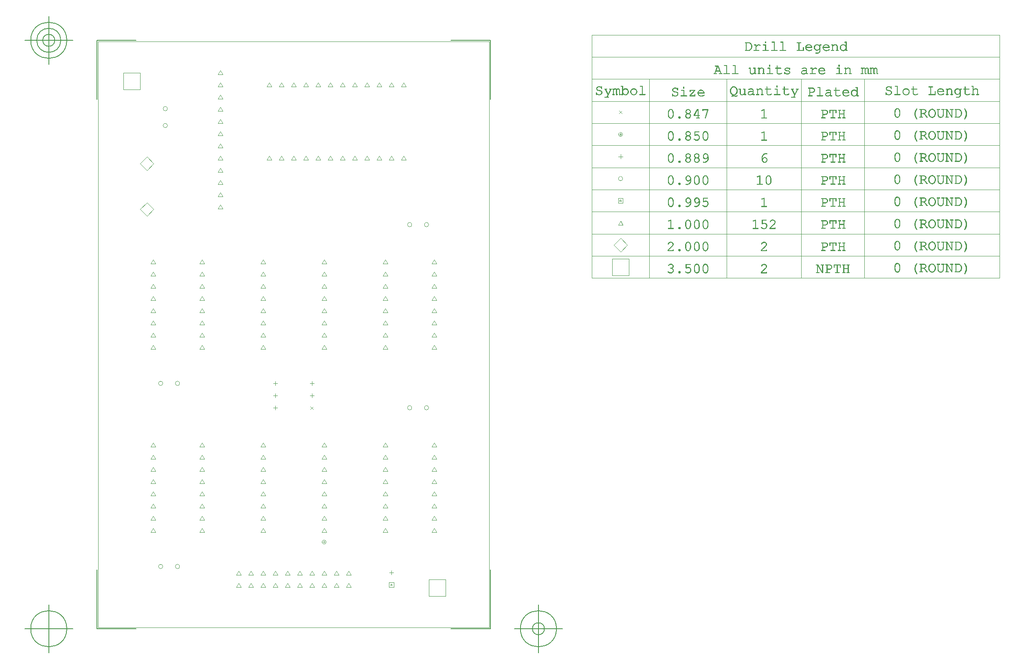
<source format=gbr>
G04 Generated by Ultiboard 14.1 *
%FSLAX33Y33*%
%MOMM*%

%ADD10C,0.001*%
%ADD11C,0.010*%
%ADD12C,0.100*%
%ADD13C,0.001*%
%ADD14C,0.127*%


G04 ColorRGB 000000 for the following layer *
%LNDrill Symbols-Copper Top-Copper Bottom*%
%LPD*%
G54D11*
X36386Y45720D02*
X37275Y45720D01*
X36830Y45276D02*
X36830Y46165D01*
X36830Y47816D02*
X36830Y48705D01*
X36386Y48260D02*
X37275Y48260D01*
X44006Y48260D02*
X44895Y48260D01*
X44450Y47816D02*
X44450Y48705D01*
X36830Y50356D02*
X36830Y51245D01*
X36386Y50800D02*
X37275Y50800D01*
X44006Y50800D02*
X44895Y50800D01*
X44450Y50356D02*
X44450Y51245D01*
X44151Y46019D02*
X44749Y45421D01*
X44151Y45421D02*
X44749Y46019D01*
X67820Y83820D02*
G75*
D01*
G02X67820Y83820I450J0*
G01*
X64320Y83820D02*
G75*
D01*
G02X64320Y83820I450J0*
G01*
X67820Y45720D02*
G75*
D01*
G02X67820Y45720I450J0*
G01*
X64320Y45720D02*
G75*
D01*
G02X64320Y45720I450J0*
G01*
X46825Y17659D02*
X46825Y17841D01*
X46919Y17962D01*
X47014Y17962D01*
X47108Y17841D01*
X47108Y17659D01*
X46825Y17750D02*
X47108Y17750D01*
X46565Y17780D02*
G75*
D01*
G02X46565Y17780I425J0*
G01*
X60960Y10986D02*
X60960Y11875D01*
X60516Y11430D02*
X61405Y11430D01*
X60767Y8748D02*
X60767Y8961D01*
X60877Y9103D01*
X60988Y9103D01*
X61098Y8961D01*
X61098Y8748D01*
X60767Y8854D02*
X61098Y8854D01*
X60463Y8393D02*
X61457Y8393D01*
X61457Y9387D01*
X60463Y9387D01*
X60463Y8393D01*
X16060Y50800D02*
G75*
D01*
G02X16060Y50800I450J0*
G01*
X12560Y50800D02*
G75*
D01*
G02X12560Y50800I450J0*
G01*
X16060Y12700D02*
G75*
D01*
G02X16060Y12700I450J0*
G01*
X12560Y12700D02*
G75*
D01*
G02X12560Y12700I450J0*
G01*
X13520Y104450D02*
G75*
D01*
G02X13520Y104450I450J0*
G01*
X13520Y107950D02*
G75*
D01*
G02X13520Y107950I450J0*
G01*
X108414Y88655D02*
X108414Y88868D01*
X108525Y89010D01*
X108636Y89010D01*
X108746Y88868D01*
X108746Y88655D01*
X108414Y88761D02*
X108746Y88761D01*
X108110Y88300D02*
X109105Y88300D01*
X109105Y89294D01*
X108110Y89294D01*
X108110Y88300D01*
X108158Y93397D02*
G75*
D01*
G02X108158Y93397I450J0*
G01*
X108163Y97997D02*
X109052Y97997D01*
X108608Y97553D02*
X108608Y98442D01*
X108443Y102476D02*
X108443Y102658D01*
X108537Y102779D01*
X108631Y102779D01*
X108726Y102658D01*
X108726Y102476D01*
X108443Y102567D02*
X108726Y102567D01*
X108183Y102597D02*
G75*
D01*
G02X108183Y102597I425J0*
G01*
X108309Y106898D02*
X108907Y107496D01*
X108309Y107496D02*
X108907Y106898D01*
G54D12*
X68735Y6505D02*
X72235Y6505D01*
X72235Y10005D01*
X68735Y10005D01*
X68735Y6505D01*
X5235Y111915D02*
X8735Y111915D01*
X8735Y115415D01*
X5235Y115415D01*
X5235Y111915D01*
X10160Y85586D02*
X11574Y87000D01*
X10160Y88414D01*
X8746Y87000D01*
X10160Y85586D01*
X10160Y95106D02*
X11574Y96520D01*
X10160Y97934D01*
X8746Y96520D01*
X10160Y95106D01*
X24900Y87130D02*
X25900Y87130D01*
X25400Y87984D01*
X24900Y87130D01*
X24900Y89670D02*
X25900Y89670D01*
X25400Y90524D01*
X24900Y89670D01*
X24900Y92210D02*
X25900Y92210D01*
X25400Y93064D01*
X24900Y92210D01*
X24900Y94750D02*
X25900Y94750D01*
X25400Y95604D01*
X24900Y94750D01*
X24900Y97290D02*
X25900Y97290D01*
X25400Y98144D01*
X24900Y97290D01*
X24900Y99830D02*
X25900Y99830D01*
X25400Y100684D01*
X24900Y99830D01*
X24900Y102370D02*
X25900Y102370D01*
X25400Y103224D01*
X24900Y102370D01*
X24900Y112530D02*
X25900Y112530D01*
X25400Y113384D01*
X24900Y112530D01*
X24900Y109990D02*
X25900Y109990D01*
X25400Y110844D01*
X24900Y109990D01*
X24900Y107450D02*
X25900Y107450D01*
X25400Y108304D01*
X24900Y107450D01*
X24900Y104910D02*
X25900Y104910D01*
X25400Y105764D01*
X24900Y104910D01*
X24900Y115070D02*
X25900Y115070D01*
X25400Y115924D01*
X24900Y115070D01*
X55380Y112530D02*
X56380Y112530D01*
X55880Y113384D01*
X55380Y112530D01*
X57920Y112530D02*
X58920Y112530D01*
X58420Y113384D01*
X57920Y112530D01*
X60460Y112530D02*
X61460Y112530D01*
X60960Y113384D01*
X60460Y112530D01*
X63000Y112530D02*
X64000Y112530D01*
X63500Y113384D01*
X63000Y112530D01*
X35060Y97290D02*
X36060Y97290D01*
X35560Y98144D01*
X35060Y97290D01*
X37600Y97290D02*
X38600Y97290D01*
X38100Y98144D01*
X37600Y97290D01*
X40140Y97290D02*
X41140Y97290D01*
X40640Y98144D01*
X40140Y97290D01*
X42680Y97290D02*
X43680Y97290D01*
X43180Y98144D01*
X42680Y97290D01*
X45220Y97290D02*
X46220Y97290D01*
X45720Y98144D01*
X45220Y97290D01*
X47760Y97290D02*
X48760Y97290D01*
X48260Y98144D01*
X47760Y97290D01*
X50300Y97290D02*
X51300Y97290D01*
X50800Y98144D01*
X50300Y97290D01*
X52840Y97290D02*
X53840Y97290D01*
X53340Y98144D01*
X52840Y97290D01*
X55380Y97290D02*
X56380Y97290D01*
X55880Y98144D01*
X55380Y97290D01*
X57920Y97290D02*
X58920Y97290D01*
X58420Y98144D01*
X57920Y97290D01*
X60460Y97290D02*
X61460Y97290D01*
X60960Y98144D01*
X60460Y97290D01*
X63000Y97290D02*
X64000Y97290D01*
X63500Y98144D01*
X63000Y97290D01*
X35060Y112530D02*
X36060Y112530D01*
X35560Y113384D01*
X35060Y112530D01*
X37600Y112530D02*
X38600Y112530D01*
X38100Y113384D01*
X37600Y112530D01*
X40140Y112530D02*
X41140Y112530D01*
X40640Y113384D01*
X40140Y112530D01*
X42680Y112530D02*
X43680Y112530D01*
X43180Y113384D01*
X42680Y112530D01*
X45220Y112530D02*
X46220Y112530D01*
X45720Y113384D01*
X45220Y112530D01*
X47760Y112530D02*
X48760Y112530D01*
X48260Y113384D01*
X47760Y112530D01*
X50300Y112530D02*
X51300Y112530D01*
X50800Y113384D01*
X50300Y112530D01*
X52840Y112530D02*
X53840Y112530D01*
X53340Y113384D01*
X52840Y112530D01*
X28710Y8390D02*
X29710Y8390D01*
X29210Y9244D01*
X28710Y8390D01*
X31250Y8390D02*
X32250Y8390D01*
X31750Y9244D01*
X31250Y8390D01*
X33790Y8390D02*
X34790Y8390D01*
X34290Y9244D01*
X33790Y8390D01*
X36330Y8390D02*
X37330Y8390D01*
X36830Y9244D01*
X36330Y8390D01*
X38870Y8390D02*
X39870Y8390D01*
X39370Y9244D01*
X38870Y8390D01*
X41410Y8390D02*
X42410Y8390D01*
X41910Y9244D01*
X41410Y8390D01*
X43950Y8390D02*
X44950Y8390D01*
X44450Y9244D01*
X43950Y8390D01*
X46490Y8390D02*
X47490Y8390D01*
X46990Y9244D01*
X46490Y8390D01*
X49030Y8390D02*
X50030Y8390D01*
X49530Y9244D01*
X49030Y8390D01*
X51570Y8390D02*
X52570Y8390D01*
X52070Y9244D01*
X51570Y8390D01*
X28710Y10930D02*
X29710Y10930D01*
X29210Y11784D01*
X28710Y10930D01*
X31250Y10930D02*
X32250Y10930D01*
X31750Y11784D01*
X31250Y10930D01*
X33790Y10930D02*
X34790Y10930D01*
X34290Y11784D01*
X33790Y10930D01*
X36330Y10930D02*
X37330Y10930D01*
X36830Y11784D01*
X36330Y10930D01*
X38870Y10930D02*
X39870Y10930D01*
X39370Y11784D01*
X38870Y10930D01*
X41410Y10930D02*
X42410Y10930D01*
X41910Y11784D01*
X41410Y10930D01*
X43950Y10930D02*
X44950Y10930D01*
X44450Y11784D01*
X43950Y10930D01*
X46490Y10930D02*
X47490Y10930D01*
X46990Y11784D01*
X46490Y10930D01*
X49030Y10930D02*
X50030Y10930D01*
X49530Y11784D01*
X49030Y10930D01*
X51570Y10930D02*
X52570Y10930D01*
X52070Y11784D01*
X51570Y10930D01*
X69350Y19820D02*
X70350Y19820D01*
X69850Y20674D01*
X69350Y19820D01*
X69350Y22360D02*
X70350Y22360D01*
X69850Y23214D01*
X69350Y22360D01*
X69350Y24900D02*
X70350Y24900D01*
X69850Y25754D01*
X69350Y24900D01*
X69350Y27440D02*
X70350Y27440D01*
X69850Y28294D01*
X69350Y27440D01*
X69350Y29980D02*
X70350Y29980D01*
X69850Y30834D01*
X69350Y29980D01*
X69350Y32520D02*
X70350Y32520D01*
X69850Y33374D01*
X69350Y32520D01*
X69350Y35060D02*
X70350Y35060D01*
X69850Y35914D01*
X69350Y35060D01*
X69350Y37600D02*
X70350Y37600D01*
X69850Y38454D01*
X69350Y37600D01*
X10930Y19820D02*
X11930Y19820D01*
X11430Y20674D01*
X10930Y19820D01*
X10930Y22360D02*
X11930Y22360D01*
X11430Y23214D01*
X10930Y22360D01*
X10930Y24900D02*
X11930Y24900D01*
X11430Y25754D01*
X10930Y24900D01*
X10930Y27440D02*
X11930Y27440D01*
X11430Y28294D01*
X10930Y27440D01*
X10930Y29980D02*
X11930Y29980D01*
X11430Y30834D01*
X10930Y29980D01*
X10930Y32520D02*
X11930Y32520D01*
X11430Y33374D01*
X10930Y32520D01*
X10930Y35060D02*
X11930Y35060D01*
X11430Y35914D01*
X10930Y35060D01*
X10930Y37600D02*
X11930Y37600D01*
X11430Y38454D01*
X10930Y37600D01*
X10930Y63000D02*
X11930Y63000D01*
X11430Y63854D01*
X10930Y63000D01*
X10930Y75700D02*
X11930Y75700D01*
X11430Y76554D01*
X10930Y75700D01*
X10930Y73160D02*
X11930Y73160D01*
X11430Y74014D01*
X10930Y73160D01*
X10930Y65540D02*
X11930Y65540D01*
X11430Y66394D01*
X10930Y65540D01*
X10930Y60460D02*
X11930Y60460D01*
X11430Y61314D01*
X10930Y60460D01*
X10930Y57920D02*
X11930Y57920D01*
X11430Y58774D01*
X10930Y57920D01*
X10930Y68080D02*
X11930Y68080D01*
X11430Y68934D01*
X10930Y68080D01*
X10930Y70620D02*
X11930Y70620D01*
X11430Y71474D01*
X10930Y70620D01*
X69350Y57920D02*
X70350Y57920D01*
X69850Y58774D01*
X69350Y57920D01*
X69350Y73160D02*
X70350Y73160D01*
X69850Y74014D01*
X69350Y73160D01*
X69350Y75700D02*
X70350Y75700D01*
X69850Y76554D01*
X69350Y75700D01*
X69350Y65540D02*
X70350Y65540D01*
X69850Y66394D01*
X69350Y65540D01*
X69350Y63000D02*
X70350Y63000D01*
X69850Y63854D01*
X69350Y63000D01*
X69350Y70620D02*
X70350Y70620D01*
X69850Y71474D01*
X69350Y70620D01*
X69350Y68080D02*
X70350Y68080D01*
X69850Y68934D01*
X69350Y68080D01*
X69350Y60460D02*
X70350Y60460D01*
X69850Y61314D01*
X69350Y60460D01*
X46490Y57920D02*
X47490Y57920D01*
X46990Y58774D01*
X46490Y57920D01*
X59190Y57920D02*
X60190Y57920D01*
X59690Y58774D01*
X59190Y57920D01*
X46490Y60460D02*
X47490Y60460D01*
X46990Y61314D01*
X46490Y60460D01*
X59190Y60460D02*
X60190Y60460D01*
X59690Y61314D01*
X59190Y60460D01*
X46490Y63000D02*
X47490Y63000D01*
X46990Y63854D01*
X46490Y63000D01*
X59190Y63000D02*
X60190Y63000D01*
X59690Y63854D01*
X59190Y63000D01*
X46490Y65540D02*
X47490Y65540D01*
X46990Y66394D01*
X46490Y65540D01*
X59190Y65540D02*
X60190Y65540D01*
X59690Y66394D01*
X59190Y65540D01*
X46490Y68080D02*
X47490Y68080D01*
X46990Y68934D01*
X46490Y68080D01*
X59190Y68080D02*
X60190Y68080D01*
X59690Y68934D01*
X59190Y68080D01*
X46490Y70620D02*
X47490Y70620D01*
X46990Y71474D01*
X46490Y70620D01*
X59190Y70620D02*
X60190Y70620D01*
X59690Y71474D01*
X59190Y70620D01*
X46490Y73160D02*
X47490Y73160D01*
X46990Y74014D01*
X46490Y73160D01*
X59190Y73160D02*
X60190Y73160D01*
X59690Y74014D01*
X59190Y73160D01*
X46490Y75700D02*
X47490Y75700D01*
X46990Y76554D01*
X46490Y75700D01*
X59190Y75700D02*
X60190Y75700D01*
X59690Y76554D01*
X59190Y75700D01*
X21090Y57920D02*
X22090Y57920D01*
X21590Y58774D01*
X21090Y57920D01*
X33790Y57920D02*
X34790Y57920D01*
X34290Y58774D01*
X33790Y57920D01*
X21090Y60460D02*
X22090Y60460D01*
X21590Y61314D01*
X21090Y60460D01*
X33790Y60460D02*
X34790Y60460D01*
X34290Y61314D01*
X33790Y60460D01*
X21090Y63000D02*
X22090Y63000D01*
X21590Y63854D01*
X21090Y63000D01*
X33790Y63000D02*
X34790Y63000D01*
X34290Y63854D01*
X33790Y63000D01*
X21090Y65540D02*
X22090Y65540D01*
X21590Y66394D01*
X21090Y65540D01*
X33790Y65540D02*
X34790Y65540D01*
X34290Y66394D01*
X33790Y65540D01*
X21090Y68080D02*
X22090Y68080D01*
X21590Y68934D01*
X21090Y68080D01*
X33790Y68080D02*
X34790Y68080D01*
X34290Y68934D01*
X33790Y68080D01*
X21090Y70620D02*
X22090Y70620D01*
X21590Y71474D01*
X21090Y70620D01*
X33790Y70620D02*
X34790Y70620D01*
X34290Y71474D01*
X33790Y70620D01*
X21090Y73160D02*
X22090Y73160D01*
X21590Y74014D01*
X21090Y73160D01*
X33790Y73160D02*
X34790Y73160D01*
X34290Y74014D01*
X33790Y73160D01*
X21090Y75700D02*
X22090Y75700D01*
X21590Y76554D01*
X21090Y75700D01*
X33790Y75700D02*
X34790Y75700D01*
X34290Y76554D01*
X33790Y75700D01*
X46490Y19820D02*
X47490Y19820D01*
X46990Y20674D01*
X46490Y19820D01*
X59190Y19820D02*
X60190Y19820D01*
X59690Y20674D01*
X59190Y19820D01*
X46490Y22360D02*
X47490Y22360D01*
X46990Y23214D01*
X46490Y22360D01*
X59190Y22360D02*
X60190Y22360D01*
X59690Y23214D01*
X59190Y22360D01*
X46490Y24900D02*
X47490Y24900D01*
X46990Y25754D01*
X46490Y24900D01*
X59190Y24900D02*
X60190Y24900D01*
X59690Y25754D01*
X59190Y24900D01*
X46490Y27440D02*
X47490Y27440D01*
X46990Y28294D01*
X46490Y27440D01*
X59190Y27440D02*
X60190Y27440D01*
X59690Y28294D01*
X59190Y27440D01*
X46490Y29980D02*
X47490Y29980D01*
X46990Y30834D01*
X46490Y29980D01*
X59190Y29980D02*
X60190Y29980D01*
X59690Y30834D01*
X59190Y29980D01*
X46490Y32520D02*
X47490Y32520D01*
X46990Y33374D01*
X46490Y32520D01*
X59190Y32520D02*
X60190Y32520D01*
X59690Y33374D01*
X59190Y32520D01*
X46490Y35060D02*
X47490Y35060D01*
X46990Y35914D01*
X46490Y35060D01*
X59190Y35060D02*
X60190Y35060D01*
X59690Y35914D01*
X59190Y35060D01*
X46490Y37600D02*
X47490Y37600D01*
X46990Y38454D01*
X46490Y37600D01*
X59190Y37600D02*
X60190Y37600D01*
X59690Y38454D01*
X59190Y37600D01*
X21090Y19820D02*
X22090Y19820D01*
X21590Y20674D01*
X21090Y19820D01*
X33790Y19820D02*
X34790Y19820D01*
X34290Y20674D01*
X33790Y19820D01*
X21090Y22360D02*
X22090Y22360D01*
X21590Y23214D01*
X21090Y22360D01*
X33790Y22360D02*
X34790Y22360D01*
X34290Y23214D01*
X33790Y22360D01*
X21090Y24900D02*
X22090Y24900D01*
X21590Y25754D01*
X21090Y24900D01*
X33790Y24900D02*
X34790Y24900D01*
X34290Y25754D01*
X33790Y24900D01*
X21090Y27440D02*
X22090Y27440D01*
X21590Y28294D01*
X21090Y27440D01*
X33790Y27440D02*
X34790Y27440D01*
X34290Y28294D01*
X33790Y27440D01*
X21090Y29980D02*
X22090Y29980D01*
X21590Y30834D01*
X21090Y29980D01*
X33790Y29980D02*
X34790Y29980D01*
X34290Y30834D01*
X33790Y29980D01*
X21090Y32520D02*
X22090Y32520D01*
X21590Y33374D01*
X21090Y32520D01*
X33790Y32520D02*
X34790Y32520D01*
X34290Y33374D01*
X33790Y32520D01*
X21090Y35060D02*
X22090Y35060D01*
X21590Y35914D01*
X21090Y35060D01*
X33790Y35060D02*
X34790Y35060D01*
X34290Y35914D01*
X33790Y35060D01*
X21090Y37600D02*
X22090Y37600D01*
X21590Y38454D01*
X21090Y37600D01*
X33790Y37600D02*
X34790Y37600D01*
X34290Y38454D01*
X33790Y37600D01*
X106858Y73247D02*
X110358Y73247D01*
X110358Y76747D01*
X106858Y76747D01*
X106858Y73247D01*
X108608Y78183D02*
X110022Y79597D01*
X108608Y81011D01*
X107194Y79597D01*
X108608Y78183D01*
X108108Y83697D02*
X109108Y83697D01*
X108608Y84551D01*
X108108Y83697D01*
G54D13*
G36*
X119306Y75454D02*
X119306Y75454D01*
X119314Y75604D01*
X119246Y75500D01*
X119306Y75454D01*
D02*
G37*
X119314Y75604D01*
X119246Y75500D01*
X119306Y75454D01*
G36*
X119314Y75604D02*
X119314Y75604D01*
X119306Y75454D01*
X119356Y75399D01*
X119314Y75604D01*
D02*
G37*
X119306Y75454D01*
X119356Y75399D01*
X119314Y75604D01*
G36*
X119356Y75399D02*
X119356Y75399D01*
X119394Y75543D01*
X119314Y75604D01*
X119356Y75399D01*
D02*
G37*
X119394Y75543D01*
X119314Y75604D01*
X119356Y75399D01*
G36*
X119394Y75543D02*
X119394Y75543D01*
X119356Y75399D01*
X119412Y75278D01*
X119394Y75543D01*
D02*
G37*
X119356Y75399D01*
X119412Y75278D01*
X119394Y75543D01*
G36*
X119412Y75278D02*
X119412Y75278D01*
X119460Y75469D01*
X119394Y75543D01*
X119412Y75278D01*
D02*
G37*
X119460Y75469D01*
X119394Y75543D01*
X119412Y75278D01*
G36*
X119460Y75469D02*
X119460Y75469D01*
X119412Y75278D01*
X119419Y75211D01*
X119460Y75469D01*
D02*
G37*
X119412Y75278D01*
X119419Y75211D01*
X119460Y75469D01*
G36*
X119419Y75211D02*
X119419Y75211D01*
X119472Y74976D01*
X119460Y75469D01*
X119419Y75211D01*
D02*
G37*
X119472Y74976D01*
X119460Y75469D01*
X119419Y75211D01*
G36*
X119472Y74976D02*
X119472Y74976D01*
X119419Y75211D01*
X119412Y75146D01*
X119472Y74976D01*
D02*
G37*
X119419Y75211D01*
X119412Y75146D01*
X119472Y74976D01*
G36*
X119412Y75146D02*
X119412Y75146D01*
X119383Y74878D01*
X119472Y74976D01*
X119412Y75146D01*
D02*
G37*
X119383Y74878D01*
X119472Y74976D01*
X119412Y75146D01*
G36*
X119383Y74878D02*
X119383Y74878D01*
X119412Y75146D01*
X119358Y75029D01*
X119383Y74878D01*
D02*
G37*
X119412Y75146D01*
X119358Y75029D01*
X119383Y74878D01*
G36*
X119358Y75029D02*
X119358Y75029D01*
X119311Y74976D01*
X119383Y74878D01*
X119358Y75029D01*
D02*
G37*
X119311Y74976D01*
X119383Y74878D01*
X119358Y75029D01*
G36*
X118890Y75549D02*
X118890Y75549D01*
X118902Y75675D01*
X118777Y75516D01*
X118890Y75549D01*
D02*
G37*
X118902Y75675D01*
X118777Y75516D01*
X118890Y75549D01*
G36*
X118902Y75675D02*
X118902Y75675D01*
X118890Y75549D01*
X119012Y75560D01*
X118902Y75675D01*
D02*
G37*
X118890Y75549D01*
X119012Y75560D01*
X118902Y75675D01*
G36*
X119012Y75560D02*
X119012Y75560D01*
X119012Y75683D01*
X118902Y75675D01*
X119012Y75560D01*
D02*
G37*
X119012Y75683D01*
X118902Y75675D01*
X119012Y75560D01*
G36*
X119012Y75683D02*
X119012Y75683D01*
X119012Y75560D01*
X119098Y75553D01*
X119012Y75683D01*
D02*
G37*
X119012Y75560D01*
X119098Y75553D01*
X119012Y75683D01*
G36*
X119098Y75553D02*
X119098Y75553D01*
X119123Y75674D01*
X119012Y75683D01*
X119098Y75553D01*
D02*
G37*
X119123Y75674D01*
X119012Y75683D01*
X119098Y75553D01*
G36*
X119123Y75674D02*
X119123Y75674D01*
X119098Y75553D01*
X119246Y75500D01*
X119123Y75674D01*
D02*
G37*
X119098Y75553D01*
X119246Y75500D01*
X119123Y75674D01*
G36*
X119246Y75500D02*
X119246Y75500D01*
X119314Y75604D01*
X119123Y75674D01*
X119246Y75500D01*
D02*
G37*
X119314Y75604D01*
X119123Y75674D01*
X119246Y75500D01*
G36*
X118606Y75395D02*
X118606Y75395D01*
X118609Y75558D01*
X118585Y75372D01*
X118606Y75395D01*
D02*
G37*
X118609Y75558D01*
X118585Y75372D01*
X118606Y75395D01*
G36*
X118609Y75558D02*
X118609Y75558D01*
X118606Y75395D01*
X118681Y75464D01*
X118609Y75558D01*
D02*
G37*
X118606Y75395D01*
X118681Y75464D01*
X118609Y75558D01*
G36*
X118681Y75464D02*
X118681Y75464D01*
X118701Y75613D01*
X118609Y75558D01*
X118681Y75464D01*
D02*
G37*
X118701Y75613D01*
X118609Y75558D01*
X118681Y75464D01*
G36*
X118701Y75613D02*
X118701Y75613D01*
X118681Y75464D01*
X118777Y75516D01*
X118701Y75613D01*
D02*
G37*
X118681Y75464D01*
X118777Y75516D01*
X118701Y75613D01*
G36*
X118777Y75516D02*
X118777Y75516D01*
X118902Y75675D01*
X118701Y75613D01*
X118777Y75516D01*
D02*
G37*
X118902Y75675D01*
X118701Y75613D01*
X118777Y75516D01*
G36*
X118609Y75558D02*
X118609Y75558D01*
X118513Y75476D01*
X118519Y75357D01*
X118609Y75558D01*
D02*
G37*
X118513Y75476D01*
X118519Y75357D01*
X118609Y75558D01*
G36*
X118609Y75558D01*
X118519Y75357D01*
X118542Y75353D01*
X118609Y75558D01*
D02*
G37*
X118519Y75357D01*
X118542Y75353D01*
X118609Y75558D01*
G36*
X118609Y75558D01*
X118542Y75353D01*
X118557Y75355D01*
X118609Y75558D01*
D02*
G37*
X118542Y75353D01*
X118557Y75355D01*
X118609Y75558D01*
G36*
X118609Y75558D01*
X118557Y75355D01*
X118570Y75360D01*
X118609Y75558D01*
D02*
G37*
X118557Y75355D01*
X118570Y75360D01*
X118609Y75558D01*
G36*
X118609Y75558D01*
X118570Y75360D01*
X118585Y75372D01*
X118609Y75558D01*
D02*
G37*
X118570Y75360D01*
X118585Y75372D01*
X118609Y75558D01*
G36*
X118513Y75476D02*
X118513Y75476D01*
X118482Y75410D01*
X118486Y75388D01*
X118513Y75476D01*
D02*
G37*
X118482Y75410D01*
X118486Y75388D01*
X118513Y75476D01*
G36*
X118513Y75476D01*
X118486Y75388D01*
X118499Y75370D01*
X118513Y75476D01*
D02*
G37*
X118486Y75388D01*
X118499Y75370D01*
X118513Y75476D01*
G36*
X118513Y75476D01*
X118499Y75370D01*
X118519Y75357D01*
X118513Y75476D01*
D02*
G37*
X118499Y75370D01*
X118519Y75357D01*
X118513Y75476D01*
G36*
X119534Y75303D02*
X119534Y75303D01*
X119460Y75469D01*
X119472Y74976D01*
X119534Y75303D01*
D02*
G37*
X119460Y75469D01*
X119472Y74976D01*
X119534Y75303D01*
G36*
X119534Y75303D01*
X119472Y74976D01*
X119526Y75090D01*
X119534Y75303D01*
D02*
G37*
X119472Y74976D01*
X119526Y75090D01*
X119534Y75303D01*
G36*
X119534Y75303D01*
X119526Y75090D01*
X119544Y75209D01*
X119534Y75303D01*
D02*
G37*
X119526Y75090D01*
X119544Y75209D01*
X119534Y75303D01*
G36*
X119311Y74976D02*
X119311Y74976D01*
X119261Y74801D01*
X119383Y74878D01*
X119311Y74976D01*
D02*
G37*
X119261Y74801D01*
X119383Y74878D01*
X119311Y74976D01*
G36*
X119261Y74801D02*
X119261Y74801D01*
X119311Y74976D01*
X119254Y74932D01*
X119261Y74801D01*
D02*
G37*
X119311Y74976D01*
X119254Y74932D01*
X119261Y74801D01*
G36*
X119254Y74932D02*
X119254Y74932D01*
X119211Y74693D01*
X119261Y74801D01*
X119254Y74932D01*
D02*
G37*
X119211Y74693D01*
X119261Y74801D01*
X119254Y74932D01*
G36*
X119211Y74693D02*
X119211Y74693D01*
X119254Y74932D01*
X119117Y74882D01*
X119211Y74693D01*
D02*
G37*
X119254Y74932D01*
X119117Y74882D01*
X119211Y74693D01*
G36*
X119117Y74882D02*
X119117Y74882D01*
X119077Y74739D01*
X119211Y74693D01*
X119117Y74882D01*
D02*
G37*
X119077Y74739D01*
X119211Y74693D01*
X119117Y74882D01*
G36*
X119077Y74739D02*
X119077Y74739D01*
X119117Y74882D01*
X119038Y74875D01*
X119077Y74739D01*
D02*
G37*
X119117Y74882D01*
X119038Y74875D01*
X119077Y74739D01*
G36*
X119038Y74875D02*
X119038Y74875D01*
X118942Y74754D01*
X119077Y74739D01*
X119038Y74875D01*
D02*
G37*
X118942Y74754D01*
X119077Y74739D01*
X119038Y74875D01*
G36*
X118942Y74754D02*
X118942Y74754D01*
X119038Y74875D01*
X118933Y74877D01*
X118942Y74754D01*
D02*
G37*
X119038Y74875D01*
X118933Y74877D01*
X118942Y74754D01*
G36*
X118933Y74877D02*
X118933Y74877D01*
X118904Y74758D01*
X118942Y74754D01*
X118933Y74877D01*
D02*
G37*
X118904Y74758D01*
X118942Y74754D01*
X118933Y74877D01*
G36*
X118904Y74758D02*
X118904Y74758D01*
X118933Y74877D01*
X118901Y74872D01*
X118904Y74758D01*
D02*
G37*
X118933Y74877D01*
X118901Y74872D01*
X118904Y74758D01*
G36*
X118901Y74872D02*
X118901Y74872D01*
X118879Y74771D01*
X118904Y74758D01*
X118901Y74872D01*
D02*
G37*
X118879Y74771D01*
X118904Y74758D01*
X118901Y74872D01*
G36*
X118879Y74771D02*
X118879Y74771D01*
X118901Y74872D01*
X118878Y74859D01*
X118879Y74771D01*
D02*
G37*
X118901Y74872D01*
X118878Y74859D01*
X118879Y74771D01*
G36*
X118878Y74859D02*
X118878Y74859D01*
X118864Y74790D01*
X118879Y74771D01*
X118878Y74859D01*
D02*
G37*
X118864Y74790D01*
X118879Y74771D01*
X118878Y74859D01*
G36*
X118864Y74790D02*
X118864Y74790D01*
X118878Y74859D01*
X118864Y74840D01*
X118864Y74790D01*
D02*
G37*
X118878Y74859D01*
X118864Y74840D01*
X118864Y74790D01*
G36*
X118864Y74840D02*
X118864Y74840D01*
X118859Y74815D01*
X118864Y74790D01*
X118864Y74840D01*
D02*
G37*
X118859Y74815D01*
X118864Y74790D01*
X118864Y74840D01*
G36*
X119587Y74457D02*
X119587Y74457D01*
X119598Y74209D01*
X119609Y74316D01*
X119587Y74457D01*
D02*
G37*
X119598Y74209D01*
X119609Y74316D01*
X119587Y74457D01*
G36*
X119598Y74209D02*
X119598Y74209D01*
X119587Y74457D01*
X119520Y74592D01*
X119598Y74209D01*
D02*
G37*
X119587Y74457D01*
X119520Y74592D01*
X119598Y74209D01*
G36*
X119520Y74592D02*
X119520Y74592D01*
X119509Y74013D01*
X119598Y74209D01*
X119520Y74592D01*
D02*
G37*
X119509Y74013D01*
X119598Y74209D01*
X119520Y74592D01*
G36*
X119509Y74013D02*
X119509Y74013D01*
X119520Y74592D01*
X119486Y74311D01*
X119509Y74013D01*
D02*
G37*
X119520Y74592D01*
X119486Y74311D01*
X119509Y74013D01*
G36*
X119486Y74311D02*
X119486Y74311D01*
X119477Y74231D01*
X119509Y74013D01*
X119486Y74311D01*
D02*
G37*
X119477Y74231D01*
X119509Y74013D01*
X119486Y74311D01*
G36*
X119329Y74621D02*
X119329Y74621D01*
X119411Y74710D01*
X119261Y74801D01*
X119329Y74621D01*
D02*
G37*
X119411Y74710D01*
X119261Y74801D01*
X119329Y74621D01*
G36*
X119411Y74710D02*
X119411Y74710D01*
X119329Y74621D01*
X119415Y74527D01*
X119411Y74710D01*
D02*
G37*
X119329Y74621D01*
X119415Y74527D01*
X119411Y74710D01*
G36*
X119415Y74527D02*
X119415Y74527D01*
X119520Y74592D01*
X119411Y74710D01*
X119415Y74527D01*
D02*
G37*
X119520Y74592D01*
X119411Y74710D01*
X119415Y74527D01*
G36*
X119520Y74592D02*
X119520Y74592D01*
X119415Y74527D01*
X119469Y74420D01*
X119520Y74592D01*
D02*
G37*
X119415Y74527D01*
X119469Y74420D01*
X119520Y74592D01*
G36*
X119469Y74420D02*
X119469Y74420D01*
X119486Y74311D01*
X119520Y74592D01*
X119469Y74420D01*
D02*
G37*
X119486Y74311D01*
X119520Y74592D01*
X119469Y74420D01*
G36*
X119430Y73925D02*
X119430Y73925D01*
X119509Y74013D01*
X119477Y74231D01*
X119430Y73925D01*
D02*
G37*
X119509Y74013D01*
X119477Y74231D01*
X119430Y73925D01*
G36*
X119430Y73925D01*
X119477Y74231D01*
X119405Y74082D01*
X119430Y73925D01*
D02*
G37*
X119477Y74231D01*
X119405Y74082D01*
X119430Y73925D01*
G36*
X119430Y73925D01*
X119405Y74082D01*
X119342Y74013D01*
X119430Y73925D01*
D02*
G37*
X119405Y74082D01*
X119342Y74013D01*
X119430Y73925D01*
G36*
X119430Y73925D01*
X119342Y74013D01*
X119335Y73851D01*
X119430Y73925D01*
D02*
G37*
X119342Y74013D01*
X119335Y73851D01*
X119430Y73925D01*
G36*
X119266Y73955D02*
X119266Y73955D01*
X119087Y73888D01*
X119110Y73767D01*
X119266Y73955D01*
D02*
G37*
X119087Y73888D01*
X119110Y73767D01*
X119266Y73955D01*
G36*
X119266Y73955D01*
X119110Y73767D01*
X119335Y73851D01*
X119266Y73955D01*
D02*
G37*
X119110Y73767D01*
X119335Y73851D01*
X119266Y73955D01*
G36*
X119266Y73955D01*
X119335Y73851D01*
X119342Y74013D01*
X119266Y73955D01*
D02*
G37*
X119335Y73851D01*
X119342Y74013D01*
X119266Y73955D01*
G36*
X118820Y73773D02*
X118820Y73773D01*
X118859Y73890D01*
X118653Y73824D01*
X118820Y73773D01*
D02*
G37*
X118859Y73890D01*
X118653Y73824D01*
X118820Y73773D01*
G36*
X118859Y73890D02*
X118859Y73890D01*
X118820Y73773D01*
X118981Y73756D01*
X118859Y73890D01*
D02*
G37*
X118820Y73773D01*
X118981Y73756D01*
X118859Y73890D01*
G36*
X118981Y73756D02*
X118981Y73756D01*
X118984Y73879D01*
X118859Y73890D01*
X118981Y73756D01*
D02*
G37*
X118984Y73879D01*
X118859Y73890D01*
X118981Y73756D01*
G36*
X118984Y73879D02*
X118984Y73879D01*
X118981Y73756D01*
X119110Y73767D01*
X118984Y73879D01*
D02*
G37*
X118981Y73756D01*
X119110Y73767D01*
X118984Y73879D01*
G36*
X119110Y73767D02*
X119110Y73767D01*
X119087Y73888D01*
X118984Y73879D01*
X119110Y73767D01*
D02*
G37*
X119087Y73888D01*
X118984Y73879D01*
X119110Y73767D01*
G36*
X118619Y73974D02*
X118619Y73974D01*
X118504Y74048D01*
X118509Y73892D01*
X118619Y73974D01*
D02*
G37*
X118504Y74048D01*
X118509Y73892D01*
X118619Y73974D01*
G36*
X118619Y73974D01*
X118509Y73892D01*
X118653Y73824D01*
X118619Y73974D01*
D02*
G37*
X118509Y73892D01*
X118653Y73824D01*
X118619Y73974D01*
G36*
X118619Y73974D01*
X118653Y73824D01*
X118859Y73890D01*
X118619Y73974D01*
D02*
G37*
X118653Y73824D01*
X118859Y73890D01*
X118619Y73974D01*
G36*
X118509Y73892D02*
X118509Y73892D01*
X118504Y74048D01*
X118476Y74064D01*
X118509Y73892D01*
D02*
G37*
X118504Y74048D01*
X118476Y74064D01*
X118509Y73892D01*
G36*
X118509Y73892D01*
X118476Y74064D01*
X118451Y74070D01*
X118509Y73892D01*
D02*
G37*
X118476Y74064D01*
X118451Y74070D01*
X118509Y73892D01*
G36*
X118509Y73892D01*
X118451Y74070D01*
X118429Y74065D01*
X118509Y73892D01*
D02*
G37*
X118451Y74070D01*
X118429Y74065D01*
X118509Y73892D01*
G36*
X118509Y73892D01*
X118429Y74065D01*
X118416Y73961D01*
X118509Y73892D01*
D02*
G37*
X118429Y74065D01*
X118416Y73961D01*
X118509Y73892D01*
G36*
X118411Y74052D02*
X118411Y74052D01*
X118398Y74033D01*
X118399Y73986D01*
X118411Y74052D01*
D02*
G37*
X118398Y74033D01*
X118399Y73986D01*
X118411Y74052D01*
G36*
X118411Y74052D01*
X118399Y73986D01*
X118416Y73961D01*
X118411Y74052D01*
D02*
G37*
X118399Y73986D01*
X118416Y73961D01*
X118411Y74052D01*
G36*
X118411Y74052D01*
X118416Y73961D01*
X118429Y74065D01*
X118411Y74052D01*
D02*
G37*
X118416Y73961D01*
X118429Y74065D01*
X118411Y74052D01*
G36*
X118399Y73986D02*
X118399Y73986D01*
X118398Y74033D01*
X118394Y74011D01*
X118399Y73986D01*
D02*
G37*
X118398Y74033D01*
X118394Y74011D01*
X118399Y73986D01*
G36*
X119261Y74801D02*
X119261Y74801D01*
X119211Y74693D01*
X119329Y74621D01*
X119261Y74801D01*
D02*
G37*
X119211Y74693D01*
X119329Y74621D01*
X119261Y74801D01*
G36*
X120783Y74153D02*
X120783Y74153D01*
X120708Y74139D01*
X120783Y74153D01*
D02*
G37*
X120708Y74139D01*
X120783Y74153D01*
G36*
X120783Y74153D01*
X120708Y74139D01*
X120643Y74096D01*
X120783Y74153D01*
D02*
G37*
X120708Y74139D01*
X120643Y74096D01*
X120783Y74153D01*
G36*
X120783Y74153D01*
X120643Y74096D01*
X120598Y74032D01*
X120783Y74153D01*
D02*
G37*
X120643Y74096D01*
X120598Y74032D01*
X120783Y74153D01*
G36*
X120783Y74153D01*
X120598Y74032D01*
X120584Y73954D01*
X120783Y74153D01*
D02*
G37*
X120598Y74032D01*
X120584Y73954D01*
X120783Y74153D01*
G36*
X120783Y74153D01*
X120584Y73954D01*
X120598Y73878D01*
X120783Y74153D01*
D02*
G37*
X120584Y73954D01*
X120598Y73878D01*
X120783Y74153D01*
G36*
X120783Y74153D01*
X120598Y73878D01*
X120642Y73814D01*
X120783Y74153D01*
D02*
G37*
X120598Y73878D01*
X120642Y73814D01*
X120783Y74153D01*
G36*
X120783Y74153D01*
X120642Y73814D01*
X120707Y73771D01*
X120783Y74153D01*
D02*
G37*
X120642Y73814D01*
X120707Y73771D01*
X120783Y74153D01*
G36*
X120783Y74153D01*
X120707Y73771D01*
X120783Y73756D01*
X120783Y74153D01*
D02*
G37*
X120707Y73771D01*
X120783Y73756D01*
X120783Y74153D01*
G36*
X120783Y74153D01*
X120783Y73756D01*
X120836Y73756D01*
X120783Y74153D01*
D02*
G37*
X120783Y73756D01*
X120836Y73756D01*
X120783Y74153D01*
G36*
X120783Y74153D01*
X120836Y73756D01*
X120911Y73771D01*
X120783Y74153D01*
D02*
G37*
X120836Y73756D01*
X120911Y73771D01*
X120783Y74153D01*
G36*
X120783Y74153D01*
X120911Y73771D01*
X120975Y73813D01*
X120783Y74153D01*
D02*
G37*
X120911Y73771D01*
X120975Y73813D01*
X120783Y74153D01*
G36*
X120783Y74153D01*
X120975Y73813D01*
X121020Y73877D01*
X120783Y74153D01*
D02*
G37*
X120975Y73813D01*
X121020Y73877D01*
X120783Y74153D01*
G36*
X120783Y74153D01*
X121020Y73877D01*
X121035Y73955D01*
X120783Y74153D01*
D02*
G37*
X121020Y73877D01*
X121035Y73955D01*
X120783Y74153D01*
G36*
X120783Y74153D01*
X121035Y73955D01*
X121020Y74031D01*
X120783Y74153D01*
D02*
G37*
X121035Y73955D01*
X121020Y74031D01*
X120783Y74153D01*
G36*
X120783Y74153D01*
X121020Y74031D01*
X120976Y74095D01*
X120783Y74153D01*
D02*
G37*
X121020Y74031D01*
X120976Y74095D01*
X120783Y74153D01*
G36*
X120783Y74153D01*
X120976Y74095D01*
X120912Y74139D01*
X120783Y74153D01*
D02*
G37*
X120976Y74095D01*
X120912Y74139D01*
X120783Y74153D01*
G36*
X120783Y74153D01*
X120912Y74139D01*
X120836Y74153D01*
X120783Y74153D01*
D02*
G37*
X120912Y74139D01*
X120836Y74153D01*
X120783Y74153D01*
G36*
X123005Y75514D02*
X123005Y75514D01*
X123005Y75639D01*
X122270Y75514D01*
X123005Y75514D01*
D02*
G37*
X123005Y75639D01*
X122270Y75514D01*
X123005Y75514D01*
G36*
X123005Y75639D02*
X123005Y75639D01*
X123005Y75514D01*
X123043Y75518D01*
X123005Y75639D01*
D02*
G37*
X123005Y75514D01*
X123043Y75518D01*
X123005Y75639D01*
G36*
X123043Y75518D02*
X123043Y75518D01*
X123043Y75634D01*
X123005Y75639D01*
X123043Y75518D01*
D02*
G37*
X123043Y75634D01*
X123005Y75639D01*
X123043Y75518D01*
G36*
X123043Y75634D02*
X123043Y75634D01*
X123043Y75518D01*
X123068Y75532D01*
X123043Y75634D01*
D02*
G37*
X123043Y75518D01*
X123068Y75532D01*
X123043Y75634D01*
G36*
X123068Y75532D02*
X123068Y75532D01*
X123068Y75621D01*
X123043Y75634D01*
X123068Y75532D01*
D02*
G37*
X123068Y75621D01*
X123043Y75634D01*
X123068Y75532D01*
G36*
X123068Y75621D02*
X123068Y75621D01*
X123068Y75532D01*
X123082Y75551D01*
X123068Y75621D01*
D02*
G37*
X123068Y75532D01*
X123082Y75551D01*
X123068Y75621D01*
G36*
X123082Y75551D02*
X123082Y75551D01*
X123082Y75601D01*
X123068Y75621D01*
X123082Y75551D01*
D02*
G37*
X123082Y75601D01*
X123068Y75621D01*
X123082Y75551D01*
G36*
X123082Y75601D02*
X123082Y75601D01*
X123082Y75551D01*
X123087Y75576D01*
X123082Y75601D01*
D02*
G37*
X123082Y75551D01*
X123087Y75576D01*
X123082Y75601D01*
G36*
X122575Y74997D02*
X122575Y74997D01*
X122655Y74880D01*
X122667Y75003D01*
X122575Y74997D01*
D02*
G37*
X122655Y74880D01*
X122667Y75003D01*
X122575Y74997D01*
G36*
X122655Y74880D02*
X122655Y74880D01*
X122575Y74997D01*
X122478Y74980D01*
X122655Y74880D01*
D02*
G37*
X122575Y74997D01*
X122478Y74980D01*
X122655Y74880D01*
G36*
X122478Y74980D02*
X122478Y74980D01*
X122463Y74855D01*
X122655Y74880D01*
X122478Y74980D01*
D02*
G37*
X122463Y74855D01*
X122655Y74880D01*
X122478Y74980D01*
G36*
X122463Y74855D02*
X122463Y74855D01*
X122478Y74980D01*
X122376Y74952D01*
X122463Y74855D01*
D02*
G37*
X122478Y74980D01*
X122376Y74952D01*
X122463Y74855D01*
G36*
X122376Y74952D02*
X122376Y74952D01*
X122271Y74779D01*
X122463Y74855D01*
X122376Y74952D01*
D02*
G37*
X122271Y74779D01*
X122463Y74855D01*
X122376Y74952D01*
G36*
X122271Y74779D02*
X122271Y74779D01*
X122376Y74952D01*
X122270Y74912D01*
X122271Y74779D01*
D02*
G37*
X122376Y74952D01*
X122270Y74912D01*
X122271Y74779D01*
G36*
X122270Y74912D02*
X122270Y74912D01*
X122231Y74761D01*
X122271Y74779D01*
X122270Y74912D01*
D02*
G37*
X122231Y74761D01*
X122271Y74779D01*
X122270Y74912D01*
G36*
X122231Y74761D02*
X122231Y74761D01*
X122270Y74912D01*
X122270Y75514D01*
X122231Y74761D01*
D02*
G37*
X122270Y74912D01*
X122270Y75514D01*
X122231Y74761D01*
G36*
X122270Y75514D02*
X122270Y75514D01*
X122205Y74755D01*
X122231Y74761D01*
X122270Y75514D01*
D02*
G37*
X122205Y74755D01*
X122231Y74761D01*
X122270Y75514D01*
G36*
X122205Y74755D02*
X122205Y74755D01*
X122270Y75514D01*
X122181Y74760D01*
X122205Y74755D01*
D02*
G37*
X122270Y75514D01*
X122181Y74760D01*
X122205Y74755D01*
G36*
X122270Y75514D02*
X122270Y75514D01*
X123005Y75639D01*
X122147Y75639D01*
X122270Y75514D01*
D02*
G37*
X123005Y75639D01*
X122147Y75639D01*
X122270Y75514D01*
G36*
X122270Y75514D01*
X122147Y75639D01*
X122151Y74794D01*
X122270Y75514D01*
D02*
G37*
X122147Y75639D01*
X122151Y74794D01*
X122270Y75514D01*
G36*
X122270Y75514D01*
X122151Y74794D01*
X122163Y74773D01*
X122270Y75514D01*
D02*
G37*
X122151Y74794D01*
X122163Y74773D01*
X122270Y75514D01*
G36*
X122270Y75514D01*
X122163Y74773D01*
X122181Y74760D01*
X122270Y75514D01*
D02*
G37*
X122163Y74773D01*
X122181Y74760D01*
X122270Y75514D01*
G36*
X123200Y74539D02*
X123200Y74539D01*
X123199Y74273D01*
X123210Y74413D01*
X123200Y74539D01*
D02*
G37*
X123199Y74273D01*
X123210Y74413D01*
X123200Y74539D01*
G36*
X123199Y74273D02*
X123199Y74273D01*
X123200Y74539D01*
X123122Y74753D01*
X123199Y74273D01*
D02*
G37*
X123200Y74539D01*
X123122Y74753D01*
X123199Y74273D01*
G36*
X123122Y74753D02*
X123122Y74753D01*
X123111Y74036D01*
X123199Y74273D01*
X123122Y74753D01*
D02*
G37*
X123111Y74036D01*
X123199Y74273D01*
X123122Y74753D01*
G36*
X123111Y74036D02*
X123111Y74036D01*
X123122Y74753D01*
X123086Y74418D01*
X123111Y74036D01*
D02*
G37*
X123122Y74753D01*
X123086Y74418D01*
X123111Y74036D01*
G36*
X123086Y74418D02*
X123086Y74418D01*
X123077Y74302D01*
X123111Y74036D01*
X123086Y74418D01*
D02*
G37*
X123077Y74302D01*
X123111Y74036D01*
X123086Y74418D01*
G36*
X122964Y74753D02*
X122964Y74753D01*
X122971Y74911D01*
X122899Y74809D01*
X122964Y74753D01*
D02*
G37*
X122971Y74911D01*
X122899Y74809D01*
X122964Y74753D01*
G36*
X122971Y74911D02*
X122971Y74911D01*
X122964Y74753D01*
X123017Y74685D01*
X122971Y74911D01*
D02*
G37*
X122964Y74753D01*
X123017Y74685D01*
X122971Y74911D01*
G36*
X123017Y74685D02*
X123017Y74685D01*
X123054Y74840D01*
X122971Y74911D01*
X123017Y74685D01*
D02*
G37*
X123054Y74840D01*
X122971Y74911D01*
X123017Y74685D01*
G36*
X123054Y74840D02*
X123054Y74840D01*
X123017Y74685D01*
X123078Y74517D01*
X123054Y74840D01*
D02*
G37*
X123017Y74685D01*
X123078Y74517D01*
X123054Y74840D01*
G36*
X123078Y74517D02*
X123078Y74517D01*
X123122Y74753D01*
X123054Y74840D01*
X123078Y74517D01*
D02*
G37*
X123122Y74753D01*
X123054Y74840D01*
X123078Y74517D01*
G36*
X123122Y74753D02*
X123122Y74753D01*
X123078Y74517D01*
X123086Y74418D01*
X123122Y74753D01*
D02*
G37*
X123078Y74517D01*
X123086Y74418D01*
X123122Y74753D01*
G36*
X122778Y74993D02*
X122778Y74993D01*
X122667Y75003D01*
X122745Y74872D01*
X122778Y74993D01*
D02*
G37*
X122667Y75003D01*
X122745Y74872D01*
X122778Y74993D01*
G36*
X122778Y74993D01*
X122745Y74872D01*
X122899Y74809D01*
X122778Y74993D01*
D02*
G37*
X122745Y74872D01*
X122899Y74809D01*
X122778Y74993D01*
G36*
X122778Y74993D01*
X122899Y74809D01*
X122971Y74911D01*
X122778Y74993D01*
D02*
G37*
X122899Y74809D01*
X122971Y74911D01*
X122778Y74993D01*
G36*
X123034Y73938D02*
X123034Y73938D01*
X123111Y74036D01*
X123077Y74302D01*
X123034Y73938D01*
D02*
G37*
X123111Y74036D01*
X123077Y74302D01*
X123034Y73938D01*
G36*
X123034Y73938D01*
X123077Y74302D01*
X123006Y74106D01*
X123034Y73938D01*
D02*
G37*
X123077Y74302D01*
X123006Y74106D01*
X123034Y73938D01*
G36*
X123034Y73938D01*
X123006Y74106D01*
X122945Y74027D01*
X123034Y73938D01*
D02*
G37*
X123006Y74106D01*
X122945Y74027D01*
X123034Y73938D01*
G36*
X123034Y73938D01*
X122945Y74027D01*
X122941Y73858D01*
X123034Y73938D01*
D02*
G37*
X122945Y74027D01*
X122941Y73858D01*
X123034Y73938D01*
G36*
X122595Y73756D02*
X122595Y73756D01*
X122692Y73889D01*
X122589Y73879D01*
X122595Y73756D01*
D02*
G37*
X122692Y73889D01*
X122589Y73879D01*
X122595Y73756D01*
G36*
X122692Y73889D02*
X122692Y73889D01*
X122595Y73756D01*
X122721Y73768D01*
X122692Y73889D01*
D02*
G37*
X122595Y73756D01*
X122721Y73768D01*
X122692Y73889D01*
G36*
X122721Y73768D02*
X122721Y73768D01*
X122870Y73962D01*
X122692Y73889D01*
X122721Y73768D01*
D02*
G37*
X122870Y73962D01*
X122692Y73889D01*
X122721Y73768D01*
G36*
X122870Y73962D02*
X122870Y73962D01*
X122721Y73768D01*
X122941Y73858D01*
X122870Y73962D01*
D02*
G37*
X122721Y73768D01*
X122941Y73858D01*
X122870Y73962D01*
G36*
X122941Y73858D02*
X122941Y73858D01*
X122945Y74027D01*
X122870Y73962D01*
X122941Y73858D01*
D02*
G37*
X122945Y74027D01*
X122870Y73962D01*
X122941Y73858D01*
G36*
X122461Y73892D02*
X122461Y73892D01*
X122220Y73996D01*
X122259Y73834D01*
X122461Y73892D01*
D02*
G37*
X122220Y73996D01*
X122259Y73834D01*
X122461Y73892D01*
G36*
X122461Y73892D01*
X122259Y73834D01*
X122424Y73776D01*
X122461Y73892D01*
D02*
G37*
X122259Y73834D01*
X122424Y73776D01*
X122461Y73892D01*
G36*
X122461Y73892D01*
X122424Y73776D01*
X122595Y73756D01*
X122461Y73892D01*
D02*
G37*
X122424Y73776D01*
X122595Y73756D01*
X122461Y73892D01*
G36*
X122461Y73892D01*
X122595Y73756D01*
X122589Y73879D01*
X122461Y73892D01*
D02*
G37*
X122595Y73756D01*
X122589Y73879D01*
X122461Y73892D01*
G36*
X122150Y73895D02*
X122150Y73895D01*
X122259Y73834D01*
X122220Y73996D01*
X122150Y73895D01*
D02*
G37*
X122259Y73834D01*
X122220Y73996D01*
X122150Y73895D01*
G36*
X122150Y73895D01*
X122220Y73996D01*
X122107Y74086D01*
X122150Y73895D01*
D02*
G37*
X122220Y73996D01*
X122107Y74086D01*
X122150Y73895D01*
G36*
X122150Y73895D01*
X122107Y74086D01*
X122080Y74106D01*
X122150Y73895D01*
D02*
G37*
X122107Y74086D01*
X122080Y74106D01*
X122150Y73895D01*
G36*
X122150Y73895D01*
X122080Y74106D01*
X122054Y74112D01*
X122150Y73895D01*
D02*
G37*
X122080Y74106D01*
X122054Y74112D01*
X122150Y73895D01*
G36*
X122150Y73895D01*
X122054Y74112D01*
X122051Y73969D01*
X122150Y73895D01*
D02*
G37*
X122054Y74112D01*
X122051Y73969D01*
X122150Y73895D01*
G36*
X122032Y74108D02*
X122032Y74108D01*
X122051Y73969D01*
X122054Y74112D01*
X122032Y74108D01*
D02*
G37*
X122051Y73969D01*
X122054Y74112D01*
X122032Y74108D01*
G36*
X122051Y73969D02*
X122051Y73969D01*
X122032Y74108D01*
X122013Y74094D01*
X122051Y73969D01*
D02*
G37*
X122032Y74108D01*
X122013Y74094D01*
X122051Y73969D01*
G36*
X122013Y74094D02*
X122013Y74094D01*
X122010Y74013D01*
X122051Y73969D01*
X122013Y74094D01*
D02*
G37*
X122010Y74013D01*
X122051Y73969D01*
X122013Y74094D01*
G36*
X122010Y74013D02*
X122010Y74013D01*
X122013Y74094D01*
X122000Y74074D01*
X122010Y74013D01*
D02*
G37*
X122013Y74094D01*
X122000Y74074D01*
X122010Y74013D01*
G36*
X122000Y74074D02*
X122000Y74074D01*
X121996Y74049D01*
X122010Y74013D01*
X122000Y74074D01*
D02*
G37*
X121996Y74049D01*
X122010Y74013D01*
X122000Y74074D01*
G36*
X122667Y75003D02*
X122667Y75003D01*
X122655Y74880D01*
X122745Y74872D01*
X122667Y75003D01*
D02*
G37*
X122655Y74880D01*
X122745Y74872D01*
X122667Y75003D01*
G36*
X122151Y74794D02*
X122151Y74794D01*
X122147Y75639D01*
X122147Y74823D01*
X122151Y74794D01*
D02*
G37*
X122147Y75639D01*
X122147Y74823D01*
X122151Y74794D01*
G36*
X124966Y75030D02*
X124966Y75030D01*
X124942Y75167D01*
X124962Y74378D01*
X124966Y75030D01*
D02*
G37*
X124942Y75167D01*
X124962Y74378D01*
X124966Y75030D01*
G36*
X124966Y75030D01*
X124962Y74378D01*
X124974Y74566D01*
X124966Y75030D01*
D02*
G37*
X124962Y74378D01*
X124974Y74566D01*
X124966Y75030D01*
G36*
X124966Y75030D01*
X124974Y74566D01*
X124974Y74871D01*
X124966Y75030D01*
D02*
G37*
X124974Y74566D01*
X124974Y74871D01*
X124966Y75030D01*
G36*
X124911Y75260D02*
X124911Y75260D01*
X124962Y74378D01*
X124942Y75167D01*
X124911Y75260D01*
D02*
G37*
X124962Y74378D01*
X124942Y75167D01*
X124911Y75260D01*
G36*
X124962Y74378D02*
X124962Y74378D01*
X124911Y75260D01*
X124868Y75362D01*
X124962Y74378D01*
D02*
G37*
X124911Y75260D01*
X124868Y75362D01*
X124962Y74378D01*
G36*
X124868Y75362D02*
X124868Y75362D01*
X124867Y74064D01*
X124962Y74378D01*
X124868Y75362D01*
D02*
G37*
X124867Y74064D01*
X124962Y74378D01*
X124868Y75362D01*
G36*
X124867Y74064D02*
X124867Y74064D01*
X124868Y75362D01*
X124851Y74855D01*
X124867Y74064D01*
D02*
G37*
X124868Y75362D01*
X124851Y74855D01*
X124867Y74064D01*
G36*
X124851Y74855D02*
X124851Y74855D01*
X124851Y74584D01*
X124867Y74064D01*
X124851Y74855D01*
D02*
G37*
X124851Y74584D01*
X124867Y74064D01*
X124851Y74855D01*
G36*
X124691Y75419D02*
X124691Y75419D01*
X124700Y75588D01*
X124649Y75466D01*
X124691Y75419D01*
D02*
G37*
X124700Y75588D01*
X124649Y75466D01*
X124691Y75419D01*
G36*
X124700Y75588D02*
X124700Y75588D01*
X124691Y75419D01*
X124749Y75314D01*
X124700Y75588D01*
D02*
G37*
X124691Y75419D01*
X124749Y75314D01*
X124700Y75588D01*
G36*
X124749Y75314D02*
X124749Y75314D01*
X124775Y75518D01*
X124700Y75588D01*
X124749Y75314D01*
D02*
G37*
X124775Y75518D01*
X124700Y75588D01*
X124749Y75314D01*
G36*
X124775Y75518D02*
X124775Y75518D01*
X124749Y75314D01*
X124802Y75179D01*
X124775Y75518D01*
D02*
G37*
X124749Y75314D01*
X124802Y75179D01*
X124775Y75518D01*
G36*
X124802Y75179D02*
X124802Y75179D01*
X124820Y75454D01*
X124775Y75518D01*
X124802Y75179D01*
D02*
G37*
X124820Y75454D01*
X124775Y75518D01*
X124802Y75179D01*
G36*
X124820Y75454D02*
X124820Y75454D01*
X124802Y75179D01*
X124838Y75023D01*
X124820Y75454D01*
D02*
G37*
X124802Y75179D01*
X124838Y75023D01*
X124820Y75454D01*
G36*
X124838Y75023D02*
X124838Y75023D01*
X124868Y75362D01*
X124820Y75454D01*
X124838Y75023D01*
D02*
G37*
X124868Y75362D01*
X124820Y75454D01*
X124838Y75023D01*
G36*
X124868Y75362D02*
X124868Y75362D01*
X124838Y75023D01*
X124851Y74855D01*
X124868Y75362D01*
D02*
G37*
X124838Y75023D01*
X124851Y74855D01*
X124868Y75362D01*
G36*
X124507Y75545D02*
X124507Y75545D01*
X124513Y75672D01*
X124408Y75558D01*
X124507Y75545D01*
D02*
G37*
X124513Y75672D01*
X124408Y75558D01*
X124507Y75545D01*
G36*
X124513Y75672D02*
X124513Y75672D01*
X124507Y75545D01*
X124596Y75507D01*
X124513Y75672D01*
D02*
G37*
X124507Y75545D01*
X124596Y75507D01*
X124513Y75672D01*
G36*
X124596Y75507D02*
X124596Y75507D01*
X124612Y75639D01*
X124513Y75672D01*
X124596Y75507D01*
D02*
G37*
X124612Y75639D01*
X124513Y75672D01*
X124596Y75507D01*
G36*
X124612Y75639D02*
X124612Y75639D01*
X124596Y75507D01*
X124649Y75466D01*
X124612Y75639D01*
D02*
G37*
X124596Y75507D01*
X124649Y75466D01*
X124612Y75639D01*
G36*
X124649Y75466D02*
X124649Y75466D01*
X124700Y75588D01*
X124612Y75639D01*
X124649Y75466D01*
D02*
G37*
X124700Y75588D01*
X124612Y75639D01*
X124649Y75466D01*
G36*
X124033Y75237D02*
X124033Y75237D01*
X124033Y75501D01*
X123975Y74991D01*
X124033Y75237D01*
D02*
G37*
X124033Y75501D01*
X123975Y74991D01*
X124033Y75237D01*
G36*
X124033Y75501D02*
X124033Y75501D01*
X124033Y75237D01*
X124085Y75347D01*
X124033Y75501D01*
D02*
G37*
X124033Y75237D01*
X124085Y75347D01*
X124033Y75501D01*
G36*
X124085Y75347D02*
X124085Y75347D01*
X124112Y75580D01*
X124033Y75501D01*
X124085Y75347D01*
D02*
G37*
X124112Y75580D01*
X124033Y75501D01*
X124085Y75347D01*
G36*
X124112Y75580D02*
X124112Y75580D01*
X124085Y75347D01*
X124149Y75439D01*
X124112Y75580D01*
D02*
G37*
X124085Y75347D01*
X124149Y75439D01*
X124112Y75580D01*
G36*
X124149Y75439D02*
X124149Y75439D01*
X124299Y75671D01*
X124112Y75580D01*
X124149Y75439D01*
D02*
G37*
X124299Y75671D01*
X124112Y75580D01*
X124149Y75439D01*
G36*
X124299Y75671D02*
X124299Y75671D01*
X124149Y75439D01*
X124311Y75545D01*
X124299Y75671D01*
D02*
G37*
X124149Y75439D01*
X124311Y75545D01*
X124299Y75671D01*
G36*
X124311Y75545D02*
X124311Y75545D01*
X124407Y75683D01*
X124299Y75671D01*
X124311Y75545D01*
D02*
G37*
X124407Y75683D01*
X124299Y75671D01*
X124311Y75545D01*
G36*
X124407Y75683D02*
X124407Y75683D01*
X124311Y75545D01*
X124408Y75558D01*
X124407Y75683D01*
D02*
G37*
X124311Y75545D01*
X124408Y75558D01*
X124407Y75683D01*
G36*
X124408Y75558D02*
X124408Y75558D01*
X124513Y75672D01*
X124407Y75683D01*
X124408Y75558D01*
D02*
G37*
X124513Y75672D01*
X124407Y75683D01*
X124408Y75558D01*
G36*
X123951Y75375D02*
X123951Y75375D01*
X123856Y75060D01*
X123878Y74272D01*
X123951Y75375D01*
D02*
G37*
X123856Y75060D01*
X123878Y74272D01*
X123951Y75375D01*
G36*
X123951Y75375D01*
X123878Y74272D01*
X123907Y74178D01*
X123951Y75375D01*
D02*
G37*
X123878Y74272D01*
X123907Y74178D01*
X123951Y75375D01*
G36*
X123951Y75375D01*
X123907Y74178D01*
X123951Y74076D01*
X123951Y75375D01*
D02*
G37*
X123907Y74178D01*
X123951Y74076D01*
X123951Y75375D01*
G36*
X123951Y75375D01*
X123951Y74076D01*
X123967Y74584D01*
X123951Y75375D01*
D02*
G37*
X123951Y74076D01*
X123967Y74584D01*
X123951Y75375D01*
G36*
X123951Y75375D01*
X123967Y74584D01*
X123967Y74855D01*
X123951Y75375D01*
D02*
G37*
X123967Y74584D01*
X123967Y74855D01*
X123951Y75375D01*
G36*
X123951Y75375D01*
X123967Y74855D01*
X123975Y74991D01*
X123951Y75375D01*
D02*
G37*
X123967Y74855D01*
X123975Y74991D01*
X123951Y75375D01*
G36*
X123951Y75375D01*
X123975Y74991D01*
X124033Y75501D01*
X123951Y75375D01*
D02*
G37*
X123975Y74991D01*
X124033Y75501D01*
X123951Y75375D01*
G36*
X124843Y74448D02*
X124843Y74448D01*
X124867Y74064D01*
X124851Y74584D01*
X124843Y74448D01*
D02*
G37*
X124867Y74064D01*
X124851Y74584D01*
X124843Y74448D01*
G36*
X124867Y74064D02*
X124867Y74064D01*
X124843Y74448D01*
X124785Y74201D01*
X124867Y74064D01*
D02*
G37*
X124843Y74448D01*
X124785Y74201D01*
X124867Y74064D01*
G36*
X124785Y74201D02*
X124785Y74201D01*
X124785Y73938D01*
X124867Y74064D01*
X124785Y74201D01*
D02*
G37*
X124785Y73938D01*
X124867Y74064D01*
X124785Y74201D01*
G36*
X124785Y73938D02*
X124785Y73938D01*
X124785Y74201D01*
X124734Y74091D01*
X124785Y73938D01*
D02*
G37*
X124785Y74201D01*
X124734Y74091D01*
X124785Y73938D01*
G36*
X124734Y74091D02*
X124734Y74091D01*
X124706Y73858D01*
X124785Y73938D01*
X124734Y74091D01*
D02*
G37*
X124706Y73858D01*
X124785Y73938D01*
X124734Y74091D01*
G36*
X124706Y73858D02*
X124706Y73858D01*
X124734Y74091D01*
X124669Y73998D01*
X124706Y73858D01*
D02*
G37*
X124734Y74091D01*
X124669Y73998D01*
X124706Y73858D01*
G36*
X124669Y73998D02*
X124669Y73998D01*
X124519Y73768D01*
X124706Y73858D01*
X124669Y73998D01*
D02*
G37*
X124519Y73768D01*
X124706Y73858D01*
X124669Y73998D01*
G36*
X124519Y73768D02*
X124519Y73768D01*
X124669Y73998D01*
X124508Y73893D01*
X124519Y73768D01*
D02*
G37*
X124669Y73998D01*
X124508Y73893D01*
X124519Y73768D01*
G36*
X124508Y73893D02*
X124508Y73893D01*
X124411Y73879D01*
X124519Y73768D01*
X124508Y73893D01*
D02*
G37*
X124411Y73879D01*
X124519Y73768D01*
X124508Y73893D01*
G36*
X124411Y73879D02*
X124411Y73879D01*
X124411Y73756D01*
X124519Y73768D01*
X124411Y73879D01*
D02*
G37*
X124411Y73756D01*
X124519Y73768D01*
X124411Y73879D01*
G36*
X124411Y73756D02*
X124411Y73756D01*
X124411Y73879D01*
X124311Y73893D01*
X124411Y73756D01*
D02*
G37*
X124411Y73879D01*
X124311Y73893D01*
X124411Y73756D01*
G36*
X124311Y73893D02*
X124311Y73893D01*
X124306Y73767D01*
X124411Y73756D01*
X124311Y73893D01*
D02*
G37*
X124306Y73767D01*
X124411Y73756D01*
X124311Y73893D01*
G36*
X124306Y73767D02*
X124306Y73767D01*
X124311Y73893D01*
X124222Y73932D01*
X124306Y73767D01*
D02*
G37*
X124311Y73893D01*
X124222Y73932D01*
X124306Y73767D01*
G36*
X124222Y73932D02*
X124222Y73932D01*
X124207Y73800D01*
X124306Y73767D01*
X124222Y73932D01*
D02*
G37*
X124207Y73800D01*
X124306Y73767D01*
X124222Y73932D01*
G36*
X124207Y73800D02*
X124207Y73800D01*
X124222Y73932D01*
X124170Y73972D01*
X124207Y73800D01*
D02*
G37*
X124222Y73932D01*
X124170Y73972D01*
X124207Y73800D01*
G36*
X124170Y73972D02*
X124170Y73972D01*
X124129Y74018D01*
X124207Y73800D01*
X124170Y73972D01*
D02*
G37*
X124129Y74018D01*
X124207Y73800D01*
X124170Y73972D01*
G36*
X124129Y74018D02*
X124129Y74018D01*
X124118Y73851D01*
X124207Y73800D01*
X124129Y74018D01*
D02*
G37*
X124118Y73851D01*
X124207Y73800D01*
X124129Y74018D01*
G36*
X124118Y73851D02*
X124118Y73851D01*
X124129Y74018D01*
X124069Y74123D01*
X124118Y73851D01*
D02*
G37*
X124129Y74018D01*
X124069Y74123D01*
X124118Y73851D01*
G36*
X124069Y74123D02*
X124069Y74123D01*
X124044Y73920D01*
X124118Y73851D01*
X124069Y74123D01*
D02*
G37*
X124044Y73920D01*
X124118Y73851D01*
X124069Y74123D01*
G36*
X124044Y73920D02*
X124044Y73920D01*
X124069Y74123D01*
X124016Y74259D01*
X124044Y73920D01*
D02*
G37*
X124069Y74123D01*
X124016Y74259D01*
X124044Y73920D01*
G36*
X124016Y74259D02*
X124016Y74259D01*
X123999Y73983D01*
X124044Y73920D01*
X124016Y74259D01*
D02*
G37*
X123999Y73983D01*
X124044Y73920D01*
X124016Y74259D01*
G36*
X123999Y73983D02*
X123999Y73983D01*
X124016Y74259D01*
X123980Y74415D01*
X123999Y73983D01*
D02*
G37*
X124016Y74259D01*
X123980Y74415D01*
X123999Y73983D01*
G36*
X123980Y74415D02*
X123980Y74415D01*
X123967Y74584D01*
X123999Y73983D01*
X123980Y74415D01*
D02*
G37*
X123967Y74584D01*
X123999Y73983D01*
X123980Y74415D01*
G36*
X123853Y74408D02*
X123853Y74408D01*
X123878Y74272D01*
X123856Y75060D01*
X123853Y74408D01*
D02*
G37*
X123878Y74272D01*
X123856Y75060D01*
X123853Y74408D01*
G36*
X123853Y74408D01*
X123856Y75060D01*
X123844Y74871D01*
X123853Y74408D01*
D02*
G37*
X123856Y75060D01*
X123844Y74871D01*
X123853Y74408D01*
G36*
X123853Y74408D01*
X123844Y74871D01*
X123844Y74566D01*
X123853Y74408D01*
D02*
G37*
X123844Y74871D01*
X123844Y74566D01*
X123853Y74408D01*
G36*
X123967Y74584D02*
X123967Y74584D01*
X123951Y74076D01*
X123999Y73983D01*
X123967Y74584D01*
D02*
G37*
X123951Y74076D01*
X123999Y73983D01*
X123967Y74584D01*
G36*
X126766Y75030D02*
X126766Y75030D01*
X126742Y75167D01*
X126762Y74378D01*
X126766Y75030D01*
D02*
G37*
X126742Y75167D01*
X126762Y74378D01*
X126766Y75030D01*
G36*
X126766Y75030D01*
X126762Y74378D01*
X126774Y74566D01*
X126766Y75030D01*
D02*
G37*
X126762Y74378D01*
X126774Y74566D01*
X126766Y75030D01*
G36*
X126766Y75030D01*
X126774Y74566D01*
X126774Y74871D01*
X126766Y75030D01*
D02*
G37*
X126774Y74566D01*
X126774Y74871D01*
X126766Y75030D01*
G36*
X126712Y75260D02*
X126712Y75260D01*
X126762Y74378D01*
X126742Y75167D01*
X126712Y75260D01*
D02*
G37*
X126762Y74378D01*
X126742Y75167D01*
X126712Y75260D01*
G36*
X126762Y74378D02*
X126762Y74378D01*
X126712Y75260D01*
X126669Y75362D01*
X126762Y74378D01*
D02*
G37*
X126712Y75260D01*
X126669Y75362D01*
X126762Y74378D01*
G36*
X126669Y75362D02*
X126669Y75362D01*
X126668Y74064D01*
X126762Y74378D01*
X126669Y75362D01*
D02*
G37*
X126668Y74064D01*
X126762Y74378D01*
X126669Y75362D01*
G36*
X126668Y74064D02*
X126668Y74064D01*
X126669Y75362D01*
X126651Y74855D01*
X126668Y74064D01*
D02*
G37*
X126669Y75362D01*
X126651Y74855D01*
X126668Y74064D01*
G36*
X126651Y74855D02*
X126651Y74855D01*
X126651Y74584D01*
X126668Y74064D01*
X126651Y74855D01*
D02*
G37*
X126651Y74584D01*
X126668Y74064D01*
X126651Y74855D01*
G36*
X126491Y75419D02*
X126491Y75419D01*
X126500Y75588D01*
X126449Y75466D01*
X126491Y75419D01*
D02*
G37*
X126500Y75588D01*
X126449Y75466D01*
X126491Y75419D01*
G36*
X126500Y75588D02*
X126500Y75588D01*
X126491Y75419D01*
X126550Y75314D01*
X126500Y75588D01*
D02*
G37*
X126491Y75419D01*
X126550Y75314D01*
X126500Y75588D01*
G36*
X126550Y75314D02*
X126550Y75314D01*
X126575Y75518D01*
X126500Y75588D01*
X126550Y75314D01*
D02*
G37*
X126575Y75518D01*
X126500Y75588D01*
X126550Y75314D01*
G36*
X126575Y75518D02*
X126575Y75518D01*
X126550Y75314D01*
X126602Y75179D01*
X126575Y75518D01*
D02*
G37*
X126550Y75314D01*
X126602Y75179D01*
X126575Y75518D01*
G36*
X126602Y75179D02*
X126602Y75179D01*
X126620Y75454D01*
X126575Y75518D01*
X126602Y75179D01*
D02*
G37*
X126620Y75454D01*
X126575Y75518D01*
X126602Y75179D01*
G36*
X126620Y75454D02*
X126620Y75454D01*
X126602Y75179D01*
X126639Y75023D01*
X126620Y75454D01*
D02*
G37*
X126602Y75179D01*
X126639Y75023D01*
X126620Y75454D01*
G36*
X126639Y75023D02*
X126639Y75023D01*
X126669Y75362D01*
X126620Y75454D01*
X126639Y75023D01*
D02*
G37*
X126669Y75362D01*
X126620Y75454D01*
X126639Y75023D01*
G36*
X126669Y75362D02*
X126669Y75362D01*
X126639Y75023D01*
X126651Y74855D01*
X126669Y75362D01*
D02*
G37*
X126639Y75023D01*
X126651Y74855D01*
X126669Y75362D01*
G36*
X126307Y75545D02*
X126307Y75545D01*
X126313Y75672D01*
X126209Y75558D01*
X126307Y75545D01*
D02*
G37*
X126313Y75672D01*
X126209Y75558D01*
X126307Y75545D01*
G36*
X126313Y75672D02*
X126313Y75672D01*
X126307Y75545D01*
X126396Y75507D01*
X126313Y75672D01*
D02*
G37*
X126307Y75545D01*
X126396Y75507D01*
X126313Y75672D01*
G36*
X126396Y75507D02*
X126396Y75507D01*
X126412Y75639D01*
X126313Y75672D01*
X126396Y75507D01*
D02*
G37*
X126412Y75639D01*
X126313Y75672D01*
X126396Y75507D01*
G36*
X126412Y75639D02*
X126412Y75639D01*
X126396Y75507D01*
X126449Y75466D01*
X126412Y75639D01*
D02*
G37*
X126396Y75507D01*
X126449Y75466D01*
X126412Y75639D01*
G36*
X126449Y75466D02*
X126449Y75466D01*
X126500Y75588D01*
X126412Y75639D01*
X126449Y75466D01*
D02*
G37*
X126500Y75588D01*
X126412Y75639D01*
X126449Y75466D01*
G36*
X125834Y75237D02*
X125834Y75237D01*
X125834Y75501D01*
X125775Y74991D01*
X125834Y75237D01*
D02*
G37*
X125834Y75501D01*
X125775Y74991D01*
X125834Y75237D01*
G36*
X125834Y75501D02*
X125834Y75501D01*
X125834Y75237D01*
X125885Y75347D01*
X125834Y75501D01*
D02*
G37*
X125834Y75237D01*
X125885Y75347D01*
X125834Y75501D01*
G36*
X125885Y75347D02*
X125885Y75347D01*
X125912Y75580D01*
X125834Y75501D01*
X125885Y75347D01*
D02*
G37*
X125912Y75580D01*
X125834Y75501D01*
X125885Y75347D01*
G36*
X125912Y75580D02*
X125912Y75580D01*
X125885Y75347D01*
X125949Y75439D01*
X125912Y75580D01*
D02*
G37*
X125885Y75347D01*
X125949Y75439D01*
X125912Y75580D01*
G36*
X125949Y75439D02*
X125949Y75439D01*
X126099Y75671D01*
X125912Y75580D01*
X125949Y75439D01*
D02*
G37*
X126099Y75671D01*
X125912Y75580D01*
X125949Y75439D01*
G36*
X126099Y75671D02*
X126099Y75671D01*
X125949Y75439D01*
X126111Y75545D01*
X126099Y75671D01*
D02*
G37*
X125949Y75439D01*
X126111Y75545D01*
X126099Y75671D01*
G36*
X126111Y75545D02*
X126111Y75545D01*
X126207Y75683D01*
X126099Y75671D01*
X126111Y75545D01*
D02*
G37*
X126207Y75683D01*
X126099Y75671D01*
X126111Y75545D01*
G36*
X126207Y75683D02*
X126207Y75683D01*
X126111Y75545D01*
X126209Y75558D01*
X126207Y75683D01*
D02*
G37*
X126111Y75545D01*
X126209Y75558D01*
X126207Y75683D01*
G36*
X126209Y75558D02*
X126209Y75558D01*
X126313Y75672D01*
X126207Y75683D01*
X126209Y75558D01*
D02*
G37*
X126313Y75672D01*
X126207Y75683D01*
X126209Y75558D01*
G36*
X125751Y75375D02*
X125751Y75375D01*
X125656Y75060D01*
X125678Y74272D01*
X125751Y75375D01*
D02*
G37*
X125656Y75060D01*
X125678Y74272D01*
X125751Y75375D01*
G36*
X125751Y75375D01*
X125678Y74272D01*
X125707Y74178D01*
X125751Y75375D01*
D02*
G37*
X125678Y74272D01*
X125707Y74178D01*
X125751Y75375D01*
G36*
X125751Y75375D01*
X125707Y74178D01*
X125751Y74076D01*
X125751Y75375D01*
D02*
G37*
X125707Y74178D01*
X125751Y74076D01*
X125751Y75375D01*
G36*
X125751Y75375D01*
X125751Y74076D01*
X125768Y74584D01*
X125751Y75375D01*
D02*
G37*
X125751Y74076D01*
X125768Y74584D01*
X125751Y75375D01*
G36*
X125751Y75375D01*
X125768Y74584D01*
X125768Y74855D01*
X125751Y75375D01*
D02*
G37*
X125768Y74584D01*
X125768Y74855D01*
X125751Y75375D01*
G36*
X125751Y75375D01*
X125768Y74855D01*
X125775Y74991D01*
X125751Y75375D01*
D02*
G37*
X125768Y74855D01*
X125775Y74991D01*
X125751Y75375D01*
G36*
X125751Y75375D01*
X125775Y74991D01*
X125834Y75501D01*
X125751Y75375D01*
D02*
G37*
X125775Y74991D01*
X125834Y75501D01*
X125751Y75375D01*
G36*
X126644Y74448D02*
X126644Y74448D01*
X126668Y74064D01*
X126651Y74584D01*
X126644Y74448D01*
D02*
G37*
X126668Y74064D01*
X126651Y74584D01*
X126644Y74448D01*
G36*
X126668Y74064D02*
X126668Y74064D01*
X126644Y74448D01*
X126585Y74201D01*
X126668Y74064D01*
D02*
G37*
X126644Y74448D01*
X126585Y74201D01*
X126668Y74064D01*
G36*
X126585Y74201D02*
X126585Y74201D01*
X126585Y73938D01*
X126668Y74064D01*
X126585Y74201D01*
D02*
G37*
X126585Y73938D01*
X126668Y74064D01*
X126585Y74201D01*
G36*
X126585Y73938D02*
X126585Y73938D01*
X126585Y74201D01*
X126534Y74091D01*
X126585Y73938D01*
D02*
G37*
X126585Y74201D01*
X126534Y74091D01*
X126585Y73938D01*
G36*
X126534Y74091D02*
X126534Y74091D01*
X126506Y73858D01*
X126585Y73938D01*
X126534Y74091D01*
D02*
G37*
X126506Y73858D01*
X126585Y73938D01*
X126534Y74091D01*
G36*
X126506Y73858D02*
X126506Y73858D01*
X126534Y74091D01*
X126470Y73998D01*
X126506Y73858D01*
D02*
G37*
X126534Y74091D01*
X126470Y73998D01*
X126506Y73858D01*
G36*
X126470Y73998D02*
X126470Y73998D01*
X126319Y73768D01*
X126506Y73858D01*
X126470Y73998D01*
D02*
G37*
X126319Y73768D01*
X126506Y73858D01*
X126470Y73998D01*
G36*
X126319Y73768D02*
X126319Y73768D01*
X126470Y73998D01*
X126309Y73893D01*
X126319Y73768D01*
D02*
G37*
X126470Y73998D01*
X126309Y73893D01*
X126319Y73768D01*
G36*
X126309Y73893D02*
X126309Y73893D01*
X126212Y73879D01*
X126319Y73768D01*
X126309Y73893D01*
D02*
G37*
X126212Y73879D01*
X126319Y73768D01*
X126309Y73893D01*
G36*
X126212Y73879D02*
X126212Y73879D01*
X126212Y73756D01*
X126319Y73768D01*
X126212Y73879D01*
D02*
G37*
X126212Y73756D01*
X126319Y73768D01*
X126212Y73879D01*
G36*
X126212Y73756D02*
X126212Y73756D01*
X126212Y73879D01*
X126112Y73893D01*
X126212Y73756D01*
D02*
G37*
X126212Y73879D01*
X126112Y73893D01*
X126212Y73756D01*
G36*
X126112Y73893D02*
X126112Y73893D01*
X126106Y73767D01*
X126212Y73756D01*
X126112Y73893D01*
D02*
G37*
X126106Y73767D01*
X126212Y73756D01*
X126112Y73893D01*
G36*
X126106Y73767D02*
X126106Y73767D01*
X126112Y73893D01*
X126023Y73932D01*
X126106Y73767D01*
D02*
G37*
X126112Y73893D01*
X126023Y73932D01*
X126106Y73767D01*
G36*
X126023Y73932D02*
X126023Y73932D01*
X126007Y73800D01*
X126106Y73767D01*
X126023Y73932D01*
D02*
G37*
X126007Y73800D01*
X126106Y73767D01*
X126023Y73932D01*
G36*
X126007Y73800D02*
X126007Y73800D01*
X126023Y73932D01*
X125970Y73972D01*
X126007Y73800D01*
D02*
G37*
X126023Y73932D01*
X125970Y73972D01*
X126007Y73800D01*
G36*
X125970Y73972D02*
X125970Y73972D01*
X125929Y74018D01*
X126007Y73800D01*
X125970Y73972D01*
D02*
G37*
X125929Y74018D01*
X126007Y73800D01*
X125970Y73972D01*
G36*
X125929Y74018D02*
X125929Y74018D01*
X125918Y73851D01*
X126007Y73800D01*
X125929Y74018D01*
D02*
G37*
X125918Y73851D01*
X126007Y73800D01*
X125929Y74018D01*
G36*
X125918Y73851D02*
X125918Y73851D01*
X125929Y74018D01*
X125869Y74123D01*
X125918Y73851D01*
D02*
G37*
X125929Y74018D01*
X125869Y74123D01*
X125918Y73851D01*
G36*
X125869Y74123D02*
X125869Y74123D01*
X125844Y73920D01*
X125918Y73851D01*
X125869Y74123D01*
D02*
G37*
X125844Y73920D01*
X125918Y73851D01*
X125869Y74123D01*
G36*
X125844Y73920D02*
X125844Y73920D01*
X125869Y74123D01*
X125817Y74259D01*
X125844Y73920D01*
D02*
G37*
X125869Y74123D01*
X125817Y74259D01*
X125844Y73920D01*
G36*
X125817Y74259D02*
X125817Y74259D01*
X125799Y73983D01*
X125844Y73920D01*
X125817Y74259D01*
D02*
G37*
X125799Y73983D01*
X125844Y73920D01*
X125817Y74259D01*
G36*
X125799Y73983D02*
X125799Y73983D01*
X125817Y74259D01*
X125780Y74415D01*
X125799Y73983D01*
D02*
G37*
X125817Y74259D01*
X125780Y74415D01*
X125799Y73983D01*
G36*
X125780Y74415D02*
X125780Y74415D01*
X125768Y74584D01*
X125799Y73983D01*
X125780Y74415D01*
D02*
G37*
X125768Y74584D01*
X125799Y73983D01*
X125780Y74415D01*
G36*
X125653Y74408D02*
X125653Y74408D01*
X125678Y74272D01*
X125656Y75060D01*
X125653Y74408D01*
D02*
G37*
X125678Y74272D01*
X125656Y75060D01*
X125653Y74408D01*
G36*
X125653Y74408D01*
X125656Y75060D01*
X125645Y74871D01*
X125653Y74408D01*
D02*
G37*
X125656Y75060D01*
X125645Y74871D01*
X125653Y74408D01*
G36*
X125653Y74408D01*
X125645Y74871D01*
X125645Y74566D01*
X125653Y74408D01*
D02*
G37*
X125645Y74871D01*
X125645Y74566D01*
X125653Y74408D01*
G36*
X125768Y74584D02*
X125768Y74584D01*
X125751Y74076D01*
X125799Y73983D01*
X125768Y74584D01*
D02*
G37*
X125751Y74076D01*
X125799Y73983D01*
X125768Y74584D01*
G36*
X138950Y73778D02*
X138950Y73778D01*
X138950Y73950D01*
X138945Y73987D01*
X138950Y73778D01*
D02*
G37*
X138950Y73950D01*
X138945Y73987D01*
X138950Y73778D01*
G36*
X138950Y73778D01*
X138945Y73987D01*
X138932Y74013D01*
X138950Y73778D01*
D02*
G37*
X138945Y73987D01*
X138932Y74013D01*
X138950Y73778D01*
G36*
X138950Y73778D01*
X138932Y74013D01*
X138912Y74027D01*
X138950Y73778D01*
D02*
G37*
X138932Y74013D01*
X138912Y74027D01*
X138950Y73778D01*
G36*
X138950Y73778D01*
X138912Y74027D01*
X138888Y74032D01*
X138950Y73778D01*
D02*
G37*
X138912Y74027D01*
X138888Y74032D01*
X138950Y73778D01*
G36*
X138950Y73778D01*
X138888Y74032D01*
X138863Y74027D01*
X138950Y73778D01*
D02*
G37*
X138888Y74032D01*
X138863Y74027D01*
X138950Y73778D01*
G36*
X138950Y73778D01*
X138863Y74027D01*
X138843Y74013D01*
X138950Y73778D01*
D02*
G37*
X138863Y74027D01*
X138843Y74013D01*
X138950Y73778D01*
G36*
X138950Y73778D01*
X138843Y74013D01*
X138830Y73987D01*
X138950Y73778D01*
D02*
G37*
X138843Y74013D01*
X138830Y73987D01*
X138950Y73778D01*
G36*
X138950Y73778D01*
X138830Y73987D01*
X138825Y73950D01*
X138950Y73778D01*
D02*
G37*
X138830Y73987D01*
X138825Y73950D01*
X138950Y73778D01*
G36*
X138950Y73778D01*
X138825Y73950D01*
X138825Y73901D01*
X138950Y73778D01*
D02*
G37*
X138825Y73950D01*
X138825Y73901D01*
X138950Y73778D01*
G36*
X138950Y73778D01*
X138825Y73901D01*
X137880Y73901D01*
X138950Y73778D01*
D02*
G37*
X138825Y73901D01*
X137880Y73901D01*
X138950Y73778D01*
G36*
X138950Y73778D01*
X137880Y73901D01*
X137760Y73778D01*
X138950Y73778D01*
D02*
G37*
X137880Y73901D01*
X137760Y73778D01*
X138950Y73778D01*
G36*
X138717Y74884D02*
X138717Y74884D01*
X138733Y74722D01*
X138769Y74956D01*
X138717Y74884D01*
D02*
G37*
X138733Y74722D01*
X138769Y74956D01*
X138717Y74884D01*
G36*
X138733Y74722D02*
X138733Y74722D01*
X138717Y74884D01*
X138629Y74786D01*
X138733Y74722D01*
D02*
G37*
X138717Y74884D01*
X138629Y74786D01*
X138733Y74722D01*
G36*
X138629Y74786D02*
X138629Y74786D01*
X138586Y74574D01*
X138733Y74722D01*
X138629Y74786D01*
D02*
G37*
X138586Y74574D01*
X138733Y74722D01*
X138629Y74786D01*
G36*
X138586Y74574D02*
X138586Y74574D01*
X138629Y74786D01*
X138490Y74645D01*
X138586Y74574D01*
D02*
G37*
X138629Y74786D01*
X138490Y74645D01*
X138586Y74574D01*
G36*
X138490Y74645D02*
X138490Y74645D01*
X138193Y74194D01*
X138586Y74574D01*
X138490Y74645D01*
D02*
G37*
X138193Y74194D01*
X138586Y74574D01*
X138490Y74645D01*
G36*
X138193Y74194D02*
X138193Y74194D01*
X138490Y74645D01*
X138130Y74300D01*
X138193Y74194D01*
D02*
G37*
X138490Y74645D01*
X138130Y74300D01*
X138193Y74194D01*
G36*
X138130Y74300D02*
X138130Y74300D01*
X137880Y73910D01*
X138193Y74194D01*
X138130Y74300D01*
D02*
G37*
X137880Y73910D01*
X138193Y74194D01*
X138130Y74300D01*
G36*
X137880Y73910D02*
X137880Y73910D01*
X138130Y74300D01*
X137760Y73960D01*
X137880Y73910D01*
D02*
G37*
X138130Y74300D01*
X137760Y73960D01*
X137880Y73910D01*
G36*
X137760Y73960D02*
X137760Y73960D01*
X137880Y73901D01*
X137880Y73910D01*
X137760Y73960D01*
D02*
G37*
X137880Y73901D01*
X137880Y73910D01*
X137760Y73960D01*
G36*
X137880Y73901D02*
X137880Y73901D01*
X137760Y73960D01*
X137760Y73778D01*
X137880Y73901D01*
D02*
G37*
X137760Y73960D01*
X137760Y73778D01*
X137880Y73901D01*
G36*
X138938Y75238D02*
X138938Y75238D01*
X138855Y75418D01*
X138883Y74909D01*
X138938Y75238D01*
D02*
G37*
X138855Y75418D01*
X138883Y74909D01*
X138938Y75238D01*
G36*
X138938Y75238D01*
X138883Y74909D01*
X138920Y74983D01*
X138938Y75238D01*
D02*
G37*
X138883Y74909D01*
X138920Y74983D01*
X138938Y75238D01*
G36*
X138938Y75238D01*
X138920Y74983D01*
X138941Y75058D01*
X138938Y75238D01*
D02*
G37*
X138920Y74983D01*
X138941Y75058D01*
X138938Y75238D01*
G36*
X138938Y75238D01*
X138941Y75058D01*
X138948Y75139D01*
X138938Y75238D01*
D02*
G37*
X138941Y75058D01*
X138948Y75139D01*
X138938Y75238D01*
G36*
X138826Y74828D02*
X138826Y74828D01*
X138883Y74909D01*
X138855Y75418D01*
X138826Y74828D01*
D02*
G37*
X138883Y74909D01*
X138855Y75418D01*
X138826Y74828D01*
G36*
X138826Y74828D01*
X138855Y75418D01*
X138824Y75135D01*
X138826Y74828D01*
D02*
G37*
X138855Y75418D01*
X138824Y75135D01*
X138826Y74828D01*
G36*
X138826Y74828D01*
X138824Y75135D01*
X138818Y75076D01*
X138826Y74828D01*
D02*
G37*
X138824Y75135D01*
X138818Y75076D01*
X138826Y74828D01*
G36*
X138826Y74828D01*
X138818Y75076D01*
X138801Y75018D01*
X138826Y74828D01*
D02*
G37*
X138818Y75076D01*
X138801Y75018D01*
X138826Y74828D01*
G36*
X138826Y74828D01*
X138801Y75018D01*
X138769Y74956D01*
X138826Y74828D01*
D02*
G37*
X138801Y75018D01*
X138769Y74956D01*
X138826Y74828D01*
G36*
X138826Y74828D01*
X138769Y74956D01*
X138733Y74722D01*
X138826Y74828D01*
D02*
G37*
X138769Y74956D01*
X138733Y74722D01*
X138826Y74828D01*
G36*
X138752Y75351D02*
X138752Y75351D01*
X138783Y75501D01*
X138696Y75414D01*
X138752Y75351D01*
D02*
G37*
X138783Y75501D01*
X138696Y75414D01*
X138752Y75351D01*
G36*
X138783Y75501D02*
X138783Y75501D01*
X138752Y75351D01*
X138816Y75212D01*
X138783Y75501D01*
D02*
G37*
X138752Y75351D01*
X138816Y75212D01*
X138783Y75501D01*
G36*
X138816Y75212D02*
X138816Y75212D01*
X138855Y75418D01*
X138783Y75501D01*
X138816Y75212D01*
D02*
G37*
X138855Y75418D01*
X138783Y75501D01*
X138816Y75212D01*
G36*
X138855Y75418D02*
X138855Y75418D01*
X138816Y75212D01*
X138824Y75135D01*
X138855Y75418D01*
D02*
G37*
X138816Y75212D01*
X138824Y75135D01*
X138855Y75418D01*
G36*
X138475Y75528D02*
X138475Y75528D01*
X138498Y75651D01*
X138389Y75536D01*
X138475Y75528D01*
D02*
G37*
X138498Y75651D01*
X138389Y75536D01*
X138475Y75528D01*
G36*
X138498Y75651D02*
X138498Y75651D01*
X138475Y75528D01*
X138629Y75468D01*
X138498Y75651D01*
D02*
G37*
X138475Y75528D01*
X138629Y75468D01*
X138498Y75651D01*
G36*
X138629Y75468D02*
X138629Y75468D01*
X138696Y75571D01*
X138498Y75651D01*
X138629Y75468D01*
D02*
G37*
X138696Y75571D01*
X138498Y75651D01*
X138629Y75468D01*
G36*
X138696Y75571D02*
X138696Y75571D01*
X138629Y75468D01*
X138696Y75414D01*
X138696Y75571D01*
D02*
G37*
X138629Y75468D01*
X138696Y75414D01*
X138696Y75571D01*
G36*
X138696Y75414D02*
X138696Y75414D01*
X138783Y75501D01*
X138696Y75571D01*
X138696Y75414D01*
D02*
G37*
X138783Y75501D01*
X138696Y75571D01*
X138696Y75414D01*
G36*
X138103Y75444D02*
X138103Y75444D01*
X138110Y75592D01*
X138001Y75341D01*
X138103Y75444D01*
D02*
G37*
X138110Y75592D01*
X138001Y75341D01*
X138103Y75444D01*
G36*
X138110Y75592D02*
X138110Y75592D01*
X138103Y75444D01*
X138237Y75513D01*
X138110Y75592D01*
D02*
G37*
X138103Y75444D01*
X138237Y75513D01*
X138110Y75592D01*
G36*
X138237Y75513D02*
X138237Y75513D01*
X138247Y75643D01*
X138110Y75592D01*
X138237Y75513D01*
D02*
G37*
X138247Y75643D01*
X138110Y75592D01*
X138237Y75513D01*
G36*
X138247Y75643D02*
X138247Y75643D01*
X138237Y75513D01*
X138389Y75536D01*
X138247Y75643D01*
D02*
G37*
X138237Y75513D01*
X138389Y75536D01*
X138247Y75643D01*
G36*
X138389Y75536D02*
X138389Y75536D01*
X138387Y75661D01*
X138247Y75643D01*
X138389Y75536D01*
D02*
G37*
X138387Y75661D01*
X138247Y75643D01*
X138389Y75536D01*
G36*
X138387Y75661D02*
X138387Y75661D01*
X138389Y75536D01*
X138498Y75651D01*
X138387Y75661D01*
D02*
G37*
X138389Y75536D01*
X138498Y75651D01*
X138387Y75661D01*
G36*
X137989Y75510D02*
X137989Y75510D01*
X137897Y75403D01*
X137901Y75159D01*
X137989Y75510D01*
D02*
G37*
X137897Y75403D01*
X137901Y75159D01*
X137989Y75510D01*
G36*
X137989Y75510D01*
X137901Y75159D01*
X137920Y75170D01*
X137989Y75510D01*
D02*
G37*
X137901Y75159D01*
X137920Y75170D01*
X137989Y75510D01*
G36*
X137989Y75510D01*
X137920Y75170D01*
X137932Y75186D01*
X137989Y75510D01*
D02*
G37*
X137920Y75170D01*
X137932Y75186D01*
X137989Y75510D01*
G36*
X137989Y75510D01*
X137932Y75186D01*
X137942Y75215D01*
X137989Y75510D01*
D02*
G37*
X137932Y75186D01*
X137942Y75215D01*
X137989Y75510D01*
G36*
X137989Y75510D01*
X137942Y75215D01*
X138001Y75341D01*
X137989Y75510D01*
D02*
G37*
X137942Y75215D01*
X138001Y75341D01*
X137989Y75510D01*
G36*
X137989Y75510D01*
X138001Y75341D01*
X138110Y75592D01*
X137989Y75510D01*
D02*
G37*
X138001Y75341D01*
X138110Y75592D01*
X137989Y75510D01*
G36*
X137837Y75172D02*
X137837Y75172D01*
X137840Y75295D01*
X137825Y75191D01*
X137837Y75172D01*
D02*
G37*
X137840Y75295D01*
X137825Y75191D01*
X137837Y75172D01*
G36*
X137840Y75295D02*
X137840Y75295D01*
X137837Y75172D01*
X137856Y75159D01*
X137840Y75295D01*
D02*
G37*
X137837Y75172D01*
X137856Y75159D01*
X137840Y75295D01*
G36*
X137856Y75159D02*
X137856Y75159D01*
X137897Y75403D01*
X137840Y75295D01*
X137856Y75159D01*
D02*
G37*
X137897Y75403D01*
X137840Y75295D01*
X137856Y75159D01*
G36*
X137897Y75403D02*
X137897Y75403D01*
X137856Y75159D01*
X137879Y75155D01*
X137897Y75403D01*
D02*
G37*
X137856Y75159D01*
X137879Y75155D01*
X137897Y75403D01*
G36*
X137879Y75155D02*
X137879Y75155D01*
X137901Y75159D01*
X137897Y75403D01*
X137879Y75155D01*
D02*
G37*
X137901Y75159D01*
X137897Y75403D01*
X137879Y75155D01*
G36*
X137825Y75191D02*
X137825Y75191D01*
X137840Y75295D01*
X137820Y75212D01*
X137825Y75191D01*
D02*
G37*
X137840Y75295D01*
X137820Y75212D01*
X137825Y75191D01*
G36*
X150717Y75411D02*
X150717Y75411D01*
X150717Y75534D01*
X150613Y75411D01*
X150717Y75411D01*
D02*
G37*
X150717Y75534D01*
X150613Y75411D01*
X150717Y75411D01*
G36*
X150717Y75534D02*
X150717Y75534D01*
X150717Y75411D01*
X150755Y75415D01*
X150717Y75534D01*
D02*
G37*
X150717Y75411D01*
X150755Y75415D01*
X150717Y75534D01*
G36*
X150755Y75415D02*
X150755Y75415D01*
X150755Y75530D01*
X150717Y75534D01*
X150755Y75415D01*
D02*
G37*
X150755Y75530D01*
X150717Y75534D01*
X150755Y75415D01*
G36*
X150755Y75530D02*
X150755Y75530D01*
X150755Y75415D01*
X150780Y75428D01*
X150755Y75530D01*
D02*
G37*
X150755Y75415D01*
X150780Y75428D01*
X150755Y75530D01*
G36*
X150780Y75428D02*
X150780Y75428D01*
X150780Y75517D01*
X150755Y75530D01*
X150780Y75428D01*
D02*
G37*
X150780Y75517D01*
X150755Y75530D01*
X150780Y75428D01*
G36*
X150780Y75517D02*
X150780Y75517D01*
X150780Y75428D01*
X150795Y75447D01*
X150780Y75517D01*
D02*
G37*
X150780Y75428D01*
X150795Y75447D01*
X150780Y75517D01*
G36*
X150795Y75447D02*
X150795Y75447D01*
X150795Y75497D01*
X150780Y75517D01*
X150795Y75447D01*
D02*
G37*
X150795Y75497D01*
X150780Y75517D01*
X150795Y75447D01*
G36*
X150795Y75497D02*
X150795Y75497D01*
X150795Y75447D01*
X150799Y75472D01*
X150795Y75497D01*
D02*
G37*
X150795Y75447D01*
X150799Y75472D01*
X150795Y75497D01*
G36*
X149244Y73857D02*
X149244Y73857D01*
X149244Y73907D01*
X149239Y73882D01*
X149244Y73857D01*
D02*
G37*
X149244Y73907D01*
X149239Y73882D01*
X149244Y73857D01*
G36*
X149244Y73907D02*
X149244Y73907D01*
X149244Y73857D01*
X149258Y73838D01*
X149244Y73907D01*
D02*
G37*
X149244Y73857D01*
X149258Y73838D01*
X149244Y73907D01*
G36*
X149258Y73838D02*
X149258Y73838D01*
X149258Y73926D01*
X149244Y73907D01*
X149258Y73838D01*
D02*
G37*
X149258Y73926D01*
X149244Y73907D01*
X149258Y73838D01*
G36*
X149258Y73926D02*
X149258Y73926D01*
X149258Y73838D01*
X149284Y73824D01*
X149258Y73926D01*
D02*
G37*
X149258Y73838D01*
X149284Y73824D01*
X149258Y73926D01*
G36*
X149284Y73824D02*
X149284Y73824D01*
X149284Y73939D01*
X149258Y73926D01*
X149284Y73824D01*
D02*
G37*
X149284Y73939D01*
X149258Y73926D01*
X149284Y73824D01*
G36*
X149284Y73939D02*
X149284Y73939D01*
X149284Y73824D01*
X149323Y73820D01*
X149284Y73939D01*
D02*
G37*
X149284Y73824D01*
X149323Y73820D01*
X149284Y73939D01*
G36*
X149323Y73820D02*
X149323Y73820D01*
X149323Y73943D01*
X149284Y73939D01*
X149323Y73820D01*
D02*
G37*
X149323Y73943D01*
X149284Y73939D01*
X149323Y73820D01*
G36*
X149323Y73943D02*
X149323Y73943D01*
X149323Y73820D01*
X149776Y73820D01*
X149323Y73943D01*
D02*
G37*
X149323Y73820D01*
X149776Y73820D01*
X149323Y73943D01*
G36*
X149776Y73820D02*
X149776Y73820D01*
X149425Y73943D01*
X149323Y73943D01*
X149776Y73820D01*
D02*
G37*
X149425Y73943D01*
X149323Y73943D01*
X149776Y73820D01*
G36*
X149425Y73943D02*
X149425Y73943D01*
X149776Y73820D01*
X149549Y73943D01*
X149425Y73943D01*
D02*
G37*
X149776Y73820D01*
X149549Y73943D01*
X149425Y73943D01*
G36*
X149549Y73943D02*
X149549Y73943D01*
X149425Y75411D01*
X149425Y73943D01*
X149549Y73943D01*
D02*
G37*
X149425Y75411D01*
X149425Y73943D01*
X149549Y73943D01*
G36*
X149425Y75411D02*
X149425Y75411D01*
X149549Y73943D01*
X149549Y75354D01*
X149425Y75411D01*
D02*
G37*
X149549Y73943D01*
X149549Y75354D01*
X149425Y75411D01*
G36*
X149549Y75354D02*
X149549Y75354D01*
X149582Y75534D01*
X149425Y75411D01*
X149549Y75354D01*
D02*
G37*
X149582Y75534D01*
X149425Y75411D01*
X149549Y75354D01*
G36*
X149582Y75534D02*
X149582Y75534D01*
X149549Y75354D01*
X150455Y73820D01*
X149582Y75534D01*
D02*
G37*
X149549Y75354D01*
X150455Y73820D01*
X149582Y75534D01*
G36*
X150455Y73820D02*
X150455Y73820D01*
X150490Y73997D01*
X149582Y75534D01*
X150455Y73820D01*
D02*
G37*
X150490Y73997D01*
X149582Y75534D01*
X150455Y73820D01*
G36*
X150490Y73997D02*
X150490Y73997D01*
X150455Y73820D01*
X150613Y73820D01*
X150490Y73997D01*
D02*
G37*
X150455Y73820D01*
X150613Y73820D01*
X150490Y73997D01*
G36*
X150613Y73820D02*
X150613Y73820D01*
X150490Y75411D01*
X150490Y73997D01*
X150613Y73820D01*
D02*
G37*
X150490Y75411D01*
X150490Y73997D01*
X150613Y73820D01*
G36*
X150490Y75411D02*
X150490Y75411D01*
X150613Y73820D01*
X150613Y75411D01*
X150490Y75411D01*
D02*
G37*
X150613Y73820D01*
X150613Y75411D01*
X150490Y75411D01*
G36*
X150613Y75411D02*
X150613Y75411D01*
X150717Y75534D01*
X150490Y75411D01*
X150613Y75411D01*
D02*
G37*
X150717Y75534D01*
X150490Y75411D01*
X150613Y75411D01*
G36*
X150263Y75534D02*
X150263Y75534D01*
X150225Y75530D01*
X150226Y75415D01*
X150263Y75534D01*
D02*
G37*
X150225Y75530D01*
X150226Y75415D01*
X150263Y75534D01*
G36*
X150263Y75534D01*
X150226Y75415D01*
X150263Y75411D01*
X150263Y75534D01*
D02*
G37*
X150226Y75415D01*
X150263Y75411D01*
X150263Y75534D01*
G36*
X150263Y75534D01*
X150263Y75411D01*
X150490Y75411D01*
X150263Y75534D01*
D02*
G37*
X150263Y75411D01*
X150490Y75411D01*
X150263Y75534D01*
G36*
X150263Y75534D01*
X150490Y75411D01*
X150717Y75534D01*
X150263Y75534D01*
D02*
G37*
X150490Y75411D01*
X150717Y75534D01*
X150263Y75534D01*
G36*
X150225Y75530D02*
X150225Y75530D01*
X150200Y75428D01*
X150226Y75415D01*
X150225Y75530D01*
D02*
G37*
X150200Y75428D01*
X150226Y75415D01*
X150225Y75530D01*
G36*
X150200Y75428D02*
X150200Y75428D01*
X150225Y75530D01*
X150200Y75517D01*
X150200Y75428D01*
D02*
G37*
X150225Y75530D01*
X150200Y75517D01*
X150200Y75428D01*
G36*
X150200Y75517D02*
X150200Y75517D01*
X150186Y75447D01*
X150200Y75428D01*
X150200Y75517D01*
D02*
G37*
X150186Y75447D01*
X150200Y75428D01*
X150200Y75517D01*
G36*
X150186Y75447D02*
X150186Y75447D01*
X150200Y75517D01*
X150186Y75497D01*
X150186Y75447D01*
D02*
G37*
X150200Y75517D01*
X150186Y75497D01*
X150186Y75447D01*
G36*
X150186Y75497D02*
X150186Y75497D01*
X150181Y75472D01*
X150186Y75447D01*
X150186Y75497D01*
D02*
G37*
X150181Y75472D01*
X150186Y75447D01*
X150186Y75497D01*
G36*
X149183Y75447D02*
X149183Y75447D01*
X149183Y75497D01*
X149178Y75472D01*
X149183Y75447D01*
D02*
G37*
X149183Y75497D01*
X149178Y75472D01*
X149183Y75447D01*
G36*
X149183Y75497D02*
X149183Y75497D01*
X149183Y75447D01*
X149197Y75428D01*
X149183Y75497D01*
D02*
G37*
X149183Y75447D01*
X149197Y75428D01*
X149183Y75497D01*
G36*
X149197Y75428D02*
X149197Y75428D01*
X149197Y75517D01*
X149183Y75497D01*
X149197Y75428D01*
D02*
G37*
X149197Y75517D01*
X149183Y75497D01*
X149197Y75428D01*
G36*
X149197Y75517D02*
X149197Y75517D01*
X149197Y75428D01*
X149222Y75415D01*
X149197Y75517D01*
D02*
G37*
X149197Y75428D01*
X149222Y75415D01*
X149197Y75517D01*
G36*
X149222Y75415D02*
X149222Y75415D01*
X149222Y75530D01*
X149197Y75517D01*
X149222Y75415D01*
D02*
G37*
X149222Y75530D01*
X149197Y75517D01*
X149222Y75415D01*
G36*
X149222Y75530D02*
X149222Y75530D01*
X149222Y75415D01*
X149260Y75411D01*
X149222Y75530D01*
D02*
G37*
X149222Y75415D01*
X149260Y75411D01*
X149222Y75530D01*
G36*
X149260Y75411D02*
X149260Y75411D01*
X149260Y75534D01*
X149222Y75530D01*
X149260Y75411D01*
D02*
G37*
X149260Y75534D01*
X149222Y75530D01*
X149260Y75411D01*
G36*
X149260Y75534D02*
X149260Y75534D01*
X149260Y75411D01*
X149425Y75411D01*
X149260Y75534D01*
D02*
G37*
X149260Y75411D01*
X149425Y75411D01*
X149260Y75534D01*
G36*
X149425Y75411D02*
X149425Y75411D01*
X149582Y75534D01*
X149260Y75534D01*
X149425Y75411D01*
D02*
G37*
X149582Y75534D01*
X149260Y75534D01*
X149425Y75411D01*
G36*
X149776Y73820D02*
X149776Y73820D01*
X149776Y73943D01*
X149549Y73943D01*
X149776Y73820D01*
D02*
G37*
X149776Y73943D01*
X149549Y73943D01*
X149776Y73820D01*
G36*
X149776Y73943D02*
X149776Y73943D01*
X149776Y73820D01*
X149814Y73824D01*
X149776Y73943D01*
D02*
G37*
X149776Y73820D01*
X149814Y73824D01*
X149776Y73943D01*
G36*
X149814Y73824D02*
X149814Y73824D01*
X149814Y73939D01*
X149776Y73943D01*
X149814Y73824D01*
D02*
G37*
X149814Y73939D01*
X149776Y73943D01*
X149814Y73824D01*
G36*
X149814Y73939D02*
X149814Y73939D01*
X149814Y73824D01*
X149840Y73838D01*
X149814Y73939D01*
D02*
G37*
X149814Y73824D01*
X149840Y73838D01*
X149814Y73939D01*
G36*
X149840Y73838D02*
X149840Y73838D01*
X149840Y73926D01*
X149814Y73939D01*
X149840Y73838D01*
D02*
G37*
X149840Y73926D01*
X149814Y73939D01*
X149840Y73838D01*
G36*
X149840Y73926D02*
X149840Y73926D01*
X149840Y73838D01*
X149854Y73857D01*
X149840Y73926D01*
D02*
G37*
X149840Y73838D01*
X149854Y73857D01*
X149840Y73926D01*
G36*
X149854Y73857D02*
X149854Y73857D01*
X149854Y73907D01*
X149840Y73926D01*
X149854Y73857D01*
D02*
G37*
X149854Y73907D01*
X149840Y73926D01*
X149854Y73857D01*
G36*
X149854Y73907D02*
X149854Y73907D01*
X149854Y73857D01*
X149859Y73882D01*
X149854Y73907D01*
D02*
G37*
X149854Y73857D01*
X149859Y73882D01*
X149854Y73907D01*
G36*
X152435Y74736D02*
X152435Y74736D01*
X152454Y75307D01*
X152421Y75034D01*
X152435Y74736D01*
D02*
G37*
X152454Y75307D01*
X152421Y75034D01*
X152435Y74736D01*
G36*
X152454Y75307D02*
X152454Y75307D01*
X152435Y74736D01*
X152492Y74820D01*
X152454Y75307D01*
D02*
G37*
X152435Y74736D01*
X152492Y74820D01*
X152454Y75307D01*
G36*
X152492Y74820D02*
X152492Y74820D01*
X152534Y75131D01*
X152454Y75307D01*
X152492Y74820D01*
D02*
G37*
X152534Y75131D01*
X152454Y75307D01*
X152492Y74820D01*
G36*
X152534Y75131D02*
X152534Y75131D01*
X152492Y74820D01*
X152531Y74922D01*
X152534Y75131D01*
D02*
G37*
X152492Y74820D01*
X152531Y74922D01*
X152534Y75131D01*
G36*
X152531Y74922D02*
X152531Y74922D01*
X152544Y75034D01*
X152534Y75131D01*
X152531Y74922D01*
D02*
G37*
X152544Y75034D01*
X152534Y75131D01*
X152531Y74922D01*
G36*
X152297Y75295D02*
X152297Y75295D01*
X152298Y75450D01*
X152230Y75346D01*
X152297Y75295D01*
D02*
G37*
X152298Y75450D01*
X152230Y75346D01*
X152297Y75295D01*
G36*
X152298Y75450D02*
X152298Y75450D01*
X152297Y75295D01*
X152351Y75235D01*
X152298Y75450D01*
D02*
G37*
X152297Y75295D01*
X152351Y75235D01*
X152298Y75450D01*
G36*
X152351Y75235D02*
X152351Y75235D01*
X152384Y75384D01*
X152298Y75450D01*
X152351Y75235D01*
D02*
G37*
X152384Y75384D01*
X152298Y75450D01*
X152351Y75235D01*
G36*
X152384Y75384D02*
X152384Y75384D01*
X152351Y75235D01*
X152413Y75105D01*
X152384Y75384D01*
D02*
G37*
X152351Y75235D01*
X152413Y75105D01*
X152384Y75384D01*
G36*
X152413Y75105D02*
X152413Y75105D01*
X152454Y75307D01*
X152384Y75384D01*
X152413Y75105D01*
D02*
G37*
X152454Y75307D01*
X152384Y75384D01*
X152413Y75105D01*
G36*
X152454Y75307D02*
X152454Y75307D01*
X152413Y75105D01*
X152421Y75034D01*
X152454Y75307D01*
D02*
G37*
X152413Y75105D01*
X152421Y75034D01*
X152454Y75307D01*
G36*
X152091Y75525D02*
X152091Y75525D01*
X151970Y75534D01*
X151982Y75411D01*
X152091Y75525D01*
D02*
G37*
X151970Y75534D01*
X151982Y75411D01*
X152091Y75525D01*
G36*
X152091Y75525D01*
X151982Y75411D01*
X152073Y75404D01*
X152091Y75525D01*
D02*
G37*
X151982Y75411D01*
X152073Y75404D01*
X152091Y75525D01*
G36*
X152091Y75525D01*
X152073Y75404D01*
X152230Y75346D01*
X152091Y75525D01*
D02*
G37*
X152073Y75404D01*
X152230Y75346D01*
X152091Y75525D01*
G36*
X152091Y75525D01*
X152230Y75346D01*
X152298Y75450D01*
X152091Y75525D01*
D02*
G37*
X152230Y75346D01*
X152298Y75450D01*
X152091Y75525D01*
G36*
X151178Y73857D02*
X151178Y73857D01*
X151178Y73907D01*
X151173Y73882D01*
X151178Y73857D01*
D02*
G37*
X151178Y73907D01*
X151173Y73882D01*
X151178Y73857D01*
G36*
X151178Y73907D02*
X151178Y73907D01*
X151178Y73857D01*
X151192Y73838D01*
X151178Y73907D01*
D02*
G37*
X151178Y73857D01*
X151192Y73838D01*
X151178Y73907D01*
G36*
X151192Y73838D02*
X151192Y73838D01*
X151192Y73926D01*
X151178Y73907D01*
X151192Y73838D01*
D02*
G37*
X151192Y73926D01*
X151178Y73907D01*
X151192Y73838D01*
G36*
X151192Y73926D02*
X151192Y73926D01*
X151192Y73838D01*
X151217Y73824D01*
X151192Y73926D01*
D02*
G37*
X151192Y73838D01*
X151217Y73824D01*
X151192Y73926D01*
G36*
X151217Y73824D02*
X151217Y73824D01*
X151217Y73939D01*
X151192Y73926D01*
X151217Y73824D01*
D02*
G37*
X151217Y73939D01*
X151192Y73926D01*
X151217Y73824D01*
G36*
X151217Y73939D02*
X151217Y73939D01*
X151217Y73824D01*
X151255Y73820D01*
X151217Y73939D01*
D02*
G37*
X151217Y73824D01*
X151255Y73820D01*
X151217Y73939D01*
G36*
X151255Y73820D02*
X151255Y73820D01*
X151255Y73943D01*
X151217Y73939D01*
X151255Y73820D01*
D02*
G37*
X151255Y73943D01*
X151217Y73939D01*
X151255Y73820D01*
G36*
X151255Y73943D02*
X151255Y73943D01*
X151255Y73820D01*
X151965Y73820D01*
X151255Y73943D01*
D02*
G37*
X151255Y73820D01*
X151965Y73820D01*
X151255Y73943D01*
G36*
X151965Y73820D02*
X151965Y73820D01*
X151421Y73943D01*
X151255Y73943D01*
X151965Y73820D01*
D02*
G37*
X151421Y73943D01*
X151255Y73943D01*
X151965Y73820D01*
G36*
X151421Y73943D02*
X151421Y73943D01*
X151965Y73820D01*
X151544Y73943D01*
X151421Y73943D01*
D02*
G37*
X151965Y73820D01*
X151544Y73943D01*
X151421Y73943D01*
G36*
X151544Y73943D02*
X151544Y73943D01*
X151421Y75411D01*
X151421Y73943D01*
X151544Y73943D01*
D02*
G37*
X151421Y75411D01*
X151421Y73943D01*
X151544Y73943D01*
G36*
X151421Y75411D02*
X151421Y75411D01*
X151544Y73943D01*
X151544Y75411D01*
X151421Y75411D01*
D02*
G37*
X151544Y73943D01*
X151544Y75411D01*
X151421Y75411D01*
G36*
X151544Y75411D02*
X151544Y75411D01*
X151970Y75534D01*
X151421Y75411D01*
X151544Y75411D01*
D02*
G37*
X151970Y75534D01*
X151421Y75411D01*
X151544Y75411D01*
G36*
X151970Y75534D02*
X151970Y75534D01*
X151544Y75411D01*
X151982Y75411D01*
X151970Y75534D01*
D02*
G37*
X151544Y75411D01*
X151982Y75411D01*
X151970Y75534D01*
G36*
X152366Y74856D02*
X152366Y74856D01*
X152367Y74671D01*
X152407Y74944D01*
X152366Y74856D01*
D02*
G37*
X152367Y74671D01*
X152407Y74944D01*
X152366Y74856D01*
G36*
X152367Y74671D02*
X152367Y74671D01*
X152366Y74856D01*
X152295Y74775D01*
X152367Y74671D01*
D02*
G37*
X152366Y74856D01*
X152295Y74775D01*
X152367Y74671D01*
G36*
X152295Y74775D02*
X152295Y74775D01*
X152255Y74600D01*
X152367Y74671D01*
X152295Y74775D01*
D02*
G37*
X152255Y74600D01*
X152367Y74671D01*
X152295Y74775D01*
G36*
X152255Y74600D02*
X152255Y74600D01*
X152295Y74775D01*
X152192Y74707D01*
X152255Y74600D01*
D02*
G37*
X152295Y74775D01*
X152192Y74707D01*
X152255Y74600D01*
G36*
X152192Y74707D02*
X152192Y74707D01*
X152140Y74551D01*
X152255Y74600D01*
X152192Y74707D01*
D02*
G37*
X152140Y74551D01*
X152255Y74600D01*
X152192Y74707D01*
G36*
X152140Y74551D02*
X152140Y74551D01*
X152192Y74707D01*
X152068Y74661D01*
X152140Y74551D01*
D02*
G37*
X152192Y74707D01*
X152068Y74661D01*
X152140Y74551D01*
G36*
X152068Y74661D02*
X152068Y74661D01*
X152045Y74530D01*
X152140Y74551D01*
X152068Y74661D01*
D02*
G37*
X152045Y74530D01*
X152140Y74551D01*
X152068Y74661D01*
G36*
X152045Y74530D02*
X152045Y74530D01*
X152068Y74661D01*
X151936Y74646D01*
X152045Y74530D01*
D02*
G37*
X152068Y74661D01*
X151936Y74646D01*
X152045Y74530D01*
G36*
X151936Y74646D02*
X151936Y74646D01*
X151929Y74523D01*
X152045Y74530D01*
X151936Y74646D01*
D02*
G37*
X151929Y74523D01*
X152045Y74530D01*
X151936Y74646D01*
G36*
X151929Y74523D02*
X151929Y74523D01*
X151936Y74646D01*
X151544Y74646D01*
X151929Y74523D01*
D02*
G37*
X151936Y74646D01*
X151544Y74646D01*
X151929Y74523D01*
G36*
X151544Y74646D02*
X151544Y74646D01*
X151544Y74523D01*
X151929Y74523D01*
X151544Y74646D01*
D02*
G37*
X151544Y74523D01*
X151929Y74523D01*
X151544Y74646D01*
G36*
X151544Y74523D02*
X151544Y74523D01*
X151544Y75411D01*
X151544Y74523D01*
D02*
G37*
X151544Y75411D01*
X151544Y74523D01*
G36*
X151544Y75411D02*
X151544Y75411D01*
X151544Y73943D01*
X151544Y74523D01*
X151544Y75411D01*
D02*
G37*
X151544Y73943D01*
X151544Y74523D01*
X151544Y75411D01*
G36*
X151178Y75447D02*
X151178Y75447D01*
X151178Y75497D01*
X151173Y75472D01*
X151178Y75447D01*
D02*
G37*
X151178Y75497D01*
X151173Y75472D01*
X151178Y75447D01*
G36*
X151178Y75497D02*
X151178Y75497D01*
X151178Y75447D01*
X151192Y75428D01*
X151178Y75497D01*
D02*
G37*
X151178Y75447D01*
X151192Y75428D01*
X151178Y75497D01*
G36*
X151192Y75428D02*
X151192Y75428D01*
X151192Y75517D01*
X151178Y75497D01*
X151192Y75428D01*
D02*
G37*
X151192Y75517D01*
X151178Y75497D01*
X151192Y75428D01*
G36*
X151192Y75517D02*
X151192Y75517D01*
X151192Y75428D01*
X151217Y75415D01*
X151192Y75517D01*
D02*
G37*
X151192Y75428D01*
X151217Y75415D01*
X151192Y75517D01*
G36*
X151217Y75415D02*
X151217Y75415D01*
X151217Y75530D01*
X151192Y75517D01*
X151217Y75415D01*
D02*
G37*
X151217Y75530D01*
X151192Y75517D01*
X151217Y75415D01*
G36*
X151217Y75530D02*
X151217Y75530D01*
X151217Y75415D01*
X151255Y75411D01*
X151217Y75530D01*
D02*
G37*
X151217Y75415D01*
X151255Y75411D01*
X151217Y75530D01*
G36*
X151255Y75411D02*
X151255Y75411D01*
X151255Y75534D01*
X151217Y75530D01*
X151255Y75411D01*
D02*
G37*
X151255Y75534D01*
X151217Y75530D01*
X151255Y75411D01*
G36*
X151255Y75534D02*
X151255Y75534D01*
X151255Y75411D01*
X151421Y75411D01*
X151255Y75534D01*
D02*
G37*
X151255Y75411D01*
X151421Y75411D01*
X151255Y75534D01*
G36*
X151421Y75411D02*
X151421Y75411D01*
X151970Y75534D01*
X151255Y75534D01*
X151421Y75411D01*
D02*
G37*
X151970Y75534D01*
X151255Y75534D01*
X151421Y75411D01*
G36*
X152407Y74944D02*
X152407Y74944D01*
X152367Y74671D01*
X152435Y74736D01*
X152407Y74944D01*
D02*
G37*
X152367Y74671D01*
X152435Y74736D01*
X152407Y74944D01*
G36*
X152407Y74944D01*
X152435Y74736D01*
X152421Y75034D01*
X152407Y74944D01*
D02*
G37*
X152435Y74736D01*
X152421Y75034D01*
X152407Y74944D01*
G36*
X151965Y73820D02*
X151965Y73820D01*
X151965Y73943D01*
X151544Y73943D01*
X151965Y73820D01*
D02*
G37*
X151965Y73943D01*
X151544Y73943D01*
X151965Y73820D01*
G36*
X151965Y73943D02*
X151965Y73943D01*
X151965Y73820D01*
X152003Y73824D01*
X151965Y73943D01*
D02*
G37*
X151965Y73820D01*
X152003Y73824D01*
X151965Y73943D01*
G36*
X152003Y73824D02*
X152003Y73824D01*
X152003Y73939D01*
X151965Y73943D01*
X152003Y73824D01*
D02*
G37*
X152003Y73939D01*
X151965Y73943D01*
X152003Y73824D01*
G36*
X152003Y73939D02*
X152003Y73939D01*
X152003Y73824D01*
X152028Y73838D01*
X152003Y73939D01*
D02*
G37*
X152003Y73824D01*
X152028Y73838D01*
X152003Y73939D01*
G36*
X152028Y73838D02*
X152028Y73838D01*
X152028Y73926D01*
X152003Y73939D01*
X152028Y73838D01*
D02*
G37*
X152028Y73926D01*
X152003Y73939D01*
X152028Y73838D01*
G36*
X152028Y73926D02*
X152028Y73926D01*
X152028Y73838D01*
X152043Y73857D01*
X152028Y73926D01*
D02*
G37*
X152028Y73838D01*
X152043Y73857D01*
X152028Y73926D01*
G36*
X152043Y73857D02*
X152043Y73857D01*
X152043Y73907D01*
X152028Y73926D01*
X152043Y73857D01*
D02*
G37*
X152043Y73907D01*
X152028Y73926D01*
X152043Y73857D01*
G36*
X152043Y73907D02*
X152043Y73907D01*
X152043Y73857D01*
X152048Y73882D01*
X152043Y73907D01*
D02*
G37*
X152043Y73857D01*
X152048Y73882D01*
X152043Y73907D01*
G36*
X154299Y75534D02*
X154299Y75534D01*
X152921Y75534D01*
X153044Y75411D01*
X154299Y75534D01*
D02*
G37*
X152921Y75534D01*
X153044Y75411D01*
X154299Y75534D01*
G36*
X154299Y75534D01*
X153044Y75411D01*
X153548Y75411D01*
X154299Y75534D01*
D02*
G37*
X153044Y75411D01*
X153548Y75411D01*
X154299Y75534D01*
G36*
X154299Y75534D01*
X153548Y75411D01*
X153672Y75411D01*
X154299Y75534D01*
D02*
G37*
X153548Y75411D01*
X153672Y75411D01*
X154299Y75534D01*
G36*
X154299Y75534D01*
X153672Y75411D01*
X154176Y75411D01*
X154299Y75534D01*
D02*
G37*
X153672Y75411D01*
X154176Y75411D01*
X154299Y75534D01*
G36*
X154299Y75534D01*
X154176Y75411D01*
X154180Y74946D01*
X154299Y75534D01*
D02*
G37*
X154176Y75411D01*
X154180Y74946D01*
X154299Y75534D01*
G36*
X154299Y75534D01*
X154180Y74946D01*
X154193Y74920D01*
X154299Y75534D01*
D02*
G37*
X154180Y74946D01*
X154193Y74920D01*
X154299Y75534D01*
G36*
X154299Y75534D01*
X154193Y74920D01*
X154212Y74906D01*
X154299Y75534D01*
D02*
G37*
X154193Y74920D01*
X154212Y74906D01*
X154299Y75534D01*
G36*
X154299Y75534D01*
X154212Y74906D01*
X154237Y74901D01*
X154299Y75534D01*
D02*
G37*
X154212Y74906D01*
X154237Y74901D01*
X154299Y75534D01*
G36*
X154299Y75534D01*
X154237Y74901D01*
X154263Y74906D01*
X154299Y75534D01*
D02*
G37*
X154237Y74901D01*
X154263Y74906D01*
X154299Y75534D01*
G36*
X154299Y75534D01*
X154263Y74906D01*
X154282Y74920D01*
X154299Y75534D01*
D02*
G37*
X154263Y74906D01*
X154282Y74920D01*
X154299Y75534D01*
G36*
X154299Y75534D01*
X154282Y74920D01*
X154295Y74946D01*
X154299Y75534D01*
D02*
G37*
X154282Y74920D01*
X154295Y74946D01*
X154299Y75534D01*
G36*
X154299Y75534D01*
X154295Y74946D01*
X154299Y74985D01*
X154299Y75534D01*
D02*
G37*
X154295Y74946D01*
X154299Y74985D01*
X154299Y75534D01*
G36*
X153151Y73857D02*
X153151Y73857D01*
X153151Y73907D01*
X153146Y73882D01*
X153151Y73857D01*
D02*
G37*
X153151Y73907D01*
X153146Y73882D01*
X153151Y73857D01*
G36*
X153151Y73907D02*
X153151Y73907D01*
X153151Y73857D01*
X153165Y73838D01*
X153151Y73907D01*
D02*
G37*
X153151Y73857D01*
X153165Y73838D01*
X153151Y73907D01*
G36*
X153165Y73838D02*
X153165Y73838D01*
X153165Y73926D01*
X153151Y73907D01*
X153165Y73838D01*
D02*
G37*
X153165Y73926D01*
X153151Y73907D01*
X153165Y73838D01*
G36*
X153165Y73926D02*
X153165Y73926D01*
X153165Y73838D01*
X153190Y73824D01*
X153165Y73926D01*
D02*
G37*
X153165Y73838D01*
X153190Y73824D01*
X153165Y73926D01*
G36*
X153190Y73824D02*
X153190Y73824D01*
X153190Y73939D01*
X153165Y73926D01*
X153190Y73824D01*
D02*
G37*
X153190Y73939D01*
X153165Y73926D01*
X153190Y73824D01*
G36*
X153190Y73939D02*
X153190Y73939D01*
X153190Y73824D01*
X153228Y73820D01*
X153190Y73939D01*
D02*
G37*
X153190Y73824D01*
X153228Y73820D01*
X153190Y73939D01*
G36*
X153228Y73820D02*
X153228Y73820D01*
X153228Y73943D01*
X153190Y73939D01*
X153228Y73820D01*
D02*
G37*
X153228Y73943D01*
X153190Y73939D01*
X153228Y73820D01*
G36*
X153228Y73943D02*
X153228Y73943D01*
X153228Y73820D01*
X153991Y73820D01*
X153228Y73943D01*
D02*
G37*
X153228Y73820D01*
X153991Y73820D01*
X153228Y73943D01*
G36*
X153991Y73820D02*
X153991Y73820D01*
X153548Y73943D01*
X153228Y73943D01*
X153991Y73820D01*
D02*
G37*
X153548Y73943D01*
X153228Y73943D01*
X153991Y73820D01*
G36*
X153548Y73943D02*
X153548Y73943D01*
X153991Y73820D01*
X153672Y73943D01*
X153548Y73943D01*
D02*
G37*
X153991Y73820D01*
X153672Y73943D01*
X153548Y73943D01*
G36*
X153672Y73943D02*
X153672Y73943D01*
X153548Y75411D01*
X153548Y73943D01*
X153672Y73943D01*
D02*
G37*
X153548Y75411D01*
X153548Y73943D01*
X153672Y73943D01*
G36*
X153548Y75411D02*
X153548Y75411D01*
X153672Y73943D01*
X153672Y75411D01*
X153548Y75411D01*
D02*
G37*
X153672Y73943D01*
X153672Y75411D01*
X153548Y75411D01*
G36*
X153044Y75411D02*
X153044Y75411D01*
X152921Y75534D01*
X152925Y74946D01*
X153044Y75411D01*
D02*
G37*
X152921Y75534D01*
X152925Y74946D01*
X153044Y75411D01*
G36*
X153044Y75411D01*
X152925Y74946D01*
X152938Y74920D01*
X153044Y75411D01*
D02*
G37*
X152925Y74946D01*
X152938Y74920D01*
X153044Y75411D01*
G36*
X153044Y75411D01*
X152938Y74920D01*
X152958Y74906D01*
X153044Y75411D01*
D02*
G37*
X152938Y74920D01*
X152958Y74906D01*
X153044Y75411D01*
G36*
X153044Y75411D01*
X152958Y74906D01*
X152982Y74901D01*
X153044Y75411D01*
D02*
G37*
X152958Y74906D01*
X152982Y74901D01*
X153044Y75411D01*
G36*
X153044Y75411D01*
X152982Y74901D01*
X153007Y74906D01*
X153044Y75411D01*
D02*
G37*
X152982Y74901D01*
X153007Y74906D01*
X153044Y75411D01*
G36*
X153044Y75411D01*
X153007Y74906D01*
X153027Y74920D01*
X153044Y75411D01*
D02*
G37*
X153007Y74906D01*
X153027Y74920D01*
X153044Y75411D01*
G36*
X153044Y75411D01*
X153027Y74920D01*
X153039Y74946D01*
X153044Y75411D01*
D02*
G37*
X153027Y74920D01*
X153039Y74946D01*
X153044Y75411D01*
G36*
X153044Y75411D01*
X153039Y74946D01*
X153044Y74985D01*
X153044Y75411D01*
D02*
G37*
X153039Y74946D01*
X153044Y74985D01*
X153044Y75411D01*
G36*
X153991Y73820D02*
X153991Y73820D01*
X153991Y73943D01*
X153672Y73943D01*
X153991Y73820D01*
D02*
G37*
X153991Y73943D01*
X153672Y73943D01*
X153991Y73820D01*
G36*
X153991Y73943D02*
X153991Y73943D01*
X153991Y73820D01*
X154029Y73824D01*
X153991Y73943D01*
D02*
G37*
X153991Y73820D01*
X154029Y73824D01*
X153991Y73943D01*
G36*
X154029Y73824D02*
X154029Y73824D01*
X154029Y73939D01*
X153991Y73943D01*
X154029Y73824D01*
D02*
G37*
X154029Y73939D01*
X153991Y73943D01*
X154029Y73824D01*
G36*
X154029Y73939D02*
X154029Y73939D01*
X154029Y73824D01*
X154054Y73838D01*
X154029Y73939D01*
D02*
G37*
X154029Y73824D01*
X154054Y73838D01*
X154029Y73939D01*
G36*
X154054Y73838D02*
X154054Y73838D01*
X154054Y73926D01*
X154029Y73939D01*
X154054Y73838D01*
D02*
G37*
X154054Y73926D01*
X154029Y73939D01*
X154054Y73838D01*
G36*
X154054Y73926D02*
X154054Y73926D01*
X154054Y73838D01*
X154069Y73857D01*
X154054Y73926D01*
D02*
G37*
X154054Y73838D01*
X154069Y73857D01*
X154054Y73926D01*
G36*
X154069Y73857D02*
X154069Y73857D01*
X154069Y73907D01*
X154054Y73926D01*
X154069Y73857D01*
D02*
G37*
X154069Y73907D01*
X154054Y73926D01*
X154069Y73857D01*
G36*
X154069Y73907D02*
X154069Y73907D01*
X154069Y73857D01*
X154073Y73882D01*
X154069Y73907D01*
D02*
G37*
X154069Y73857D01*
X154073Y73882D01*
X154069Y73907D01*
G36*
X154180Y74946D02*
X154180Y74946D01*
X154176Y75411D01*
X154176Y74985D01*
X154180Y74946D01*
D02*
G37*
X154176Y75411D01*
X154176Y74985D01*
X154180Y74946D01*
G36*
X152925Y74946D02*
X152925Y74946D01*
X152921Y75534D01*
X152921Y74985D01*
X152925Y74946D01*
D02*
G37*
X152921Y75534D01*
X152921Y74985D01*
X152925Y74946D01*
G36*
X155178Y75411D02*
X155178Y75411D01*
X155178Y75534D01*
X155012Y75411D01*
X155178Y75411D01*
D02*
G37*
X155178Y75534D01*
X155012Y75411D01*
X155178Y75411D01*
G36*
X155178Y75534D02*
X155178Y75534D01*
X155178Y75411D01*
X155216Y75415D01*
X155178Y75534D01*
D02*
G37*
X155178Y75411D01*
X155216Y75415D01*
X155178Y75534D01*
G36*
X155216Y75415D02*
X155216Y75415D01*
X155216Y75530D01*
X155178Y75534D01*
X155216Y75415D01*
D02*
G37*
X155216Y75530D01*
X155178Y75534D01*
X155216Y75415D01*
G36*
X155216Y75530D02*
X155216Y75530D01*
X155216Y75415D01*
X155241Y75428D01*
X155216Y75530D01*
D02*
G37*
X155216Y75415D01*
X155241Y75428D01*
X155216Y75530D01*
G36*
X155241Y75428D02*
X155241Y75428D01*
X155241Y75517D01*
X155216Y75530D01*
X155241Y75428D01*
D02*
G37*
X155241Y75517D01*
X155216Y75530D01*
X155241Y75428D01*
G36*
X155241Y75517D02*
X155241Y75517D01*
X155241Y75428D01*
X155255Y75447D01*
X155241Y75517D01*
D02*
G37*
X155241Y75428D01*
X155255Y75447D01*
X155241Y75517D01*
G36*
X155255Y75447D02*
X155255Y75447D01*
X155255Y75497D01*
X155241Y75517D01*
X155255Y75447D01*
D02*
G37*
X155255Y75497D01*
X155241Y75517D01*
X155255Y75447D01*
G36*
X155255Y75497D02*
X155255Y75497D01*
X155255Y75447D01*
X155260Y75472D01*
X155255Y75497D01*
D02*
G37*
X155255Y75447D01*
X155260Y75472D01*
X155255Y75497D01*
G36*
X155012Y73943D02*
X155012Y73943D01*
X155012Y75411D01*
X154889Y75411D01*
X155012Y73943D01*
D02*
G37*
X155012Y75411D01*
X154889Y75411D01*
X155012Y73943D01*
G36*
X155012Y75411D02*
X155012Y75411D01*
X155012Y73943D01*
X155012Y74649D01*
X155012Y75411D01*
D02*
G37*
X155012Y73943D01*
X155012Y74649D01*
X155012Y75411D01*
G36*
X155012Y74649D02*
X155012Y74649D01*
X155012Y75411D01*
X155012Y74649D01*
D02*
G37*
X155012Y75411D01*
X155012Y74649D01*
G36*
X155012Y74772D02*
X155012Y74772D01*
X155012Y74649D01*
X155828Y74649D01*
X155012Y74772D01*
D02*
G37*
X155012Y74649D01*
X155828Y74649D01*
X155012Y74772D01*
G36*
X155828Y74649D02*
X155828Y74649D01*
X155828Y74772D01*
X155012Y74772D01*
X155828Y74649D01*
D02*
G37*
X155828Y74772D01*
X155012Y74772D01*
X155828Y74649D01*
G36*
X155828Y74772D02*
X155828Y74772D01*
X155828Y74649D01*
X155953Y73943D01*
X155828Y74772D01*
D02*
G37*
X155828Y74649D01*
X155953Y73943D01*
X155828Y74772D01*
G36*
X155953Y73943D02*
X155953Y73943D01*
X155828Y75411D01*
X155828Y74772D01*
X155953Y73943D01*
D02*
G37*
X155828Y75411D01*
X155828Y74772D01*
X155953Y73943D01*
G36*
X155828Y75411D02*
X155828Y75411D01*
X155953Y73943D01*
X155953Y75411D01*
X155828Y75411D01*
D02*
G37*
X155953Y73943D01*
X155953Y75411D01*
X155828Y75411D01*
G36*
X155953Y75411D02*
X155953Y75411D01*
X156029Y75534D01*
X155828Y75411D01*
X155953Y75411D01*
D02*
G37*
X156029Y75534D01*
X155828Y75411D01*
X155953Y75411D01*
G36*
X156029Y75534D02*
X156029Y75534D01*
X155953Y75411D01*
X156029Y75411D01*
X156029Y75534D01*
D02*
G37*
X155953Y75411D01*
X156029Y75411D01*
X156029Y75534D01*
G36*
X156029Y75411D02*
X156029Y75411D01*
X156068Y75415D01*
X156029Y75534D01*
X156029Y75411D01*
D02*
G37*
X156068Y75415D01*
X156029Y75534D01*
X156029Y75411D01*
G36*
X154734Y75447D02*
X154734Y75447D01*
X154734Y75497D01*
X154730Y75472D01*
X154734Y75447D01*
D02*
G37*
X154734Y75497D01*
X154730Y75472D01*
X154734Y75447D01*
G36*
X154734Y75497D02*
X154734Y75497D01*
X154734Y75447D01*
X154749Y75428D01*
X154734Y75497D01*
D02*
G37*
X154734Y75447D01*
X154749Y75428D01*
X154734Y75497D01*
G36*
X154749Y75428D02*
X154749Y75428D01*
X154749Y75517D01*
X154734Y75497D01*
X154749Y75428D01*
D02*
G37*
X154749Y75517D01*
X154734Y75497D01*
X154749Y75428D01*
G36*
X154749Y75517D02*
X154749Y75517D01*
X154749Y75428D01*
X154774Y75415D01*
X154749Y75517D01*
D02*
G37*
X154749Y75428D01*
X154774Y75415D01*
X154749Y75517D01*
G36*
X154774Y75415D02*
X154774Y75415D01*
X154774Y75530D01*
X154749Y75517D01*
X154774Y75415D01*
D02*
G37*
X154774Y75530D01*
X154749Y75517D01*
X154774Y75415D01*
G36*
X154774Y75530D02*
X154774Y75530D01*
X154774Y75415D01*
X154813Y75411D01*
X154774Y75530D01*
D02*
G37*
X154774Y75415D01*
X154813Y75411D01*
X154774Y75530D01*
G36*
X154813Y75411D02*
X154813Y75411D01*
X154813Y75534D01*
X154774Y75530D01*
X154813Y75411D01*
D02*
G37*
X154813Y75534D01*
X154774Y75530D01*
X154813Y75411D01*
G36*
X154813Y75534D02*
X154813Y75534D01*
X154813Y75411D01*
X154889Y75411D01*
X154813Y75534D01*
D02*
G37*
X154813Y75411D01*
X154889Y75411D01*
X154813Y75534D01*
G36*
X154889Y75411D02*
X154889Y75411D01*
X155178Y75534D01*
X154813Y75534D01*
X154889Y75411D01*
D02*
G37*
X155178Y75534D01*
X154813Y75534D01*
X154889Y75411D01*
G36*
X155178Y75534D02*
X155178Y75534D01*
X154889Y75411D01*
X155012Y75411D01*
X155178Y75534D01*
D02*
G37*
X154889Y75411D01*
X155012Y75411D01*
X155178Y75534D01*
G36*
X156068Y75415D02*
X156068Y75415D01*
X156068Y75530D01*
X156029Y75534D01*
X156068Y75415D01*
D02*
G37*
X156068Y75530D01*
X156029Y75534D01*
X156068Y75415D01*
G36*
X156068Y75530D02*
X156068Y75530D01*
X156068Y75415D01*
X156093Y75428D01*
X156068Y75530D01*
D02*
G37*
X156068Y75415D01*
X156093Y75428D01*
X156068Y75530D01*
G36*
X156093Y75428D02*
X156093Y75428D01*
X156093Y75517D01*
X156068Y75530D01*
X156093Y75428D01*
D02*
G37*
X156093Y75517D01*
X156068Y75530D01*
X156093Y75428D01*
G36*
X156093Y75517D02*
X156093Y75517D01*
X156093Y75428D01*
X156108Y75447D01*
X156093Y75517D01*
D02*
G37*
X156093Y75428D01*
X156108Y75447D01*
X156093Y75517D01*
G36*
X156108Y75447D02*
X156108Y75447D01*
X156108Y75497D01*
X156093Y75517D01*
X156108Y75447D01*
D02*
G37*
X156108Y75497D01*
X156093Y75517D01*
X156108Y75447D01*
G36*
X156108Y75497D02*
X156108Y75497D01*
X156108Y75447D01*
X156112Y75472D01*
X156108Y75497D01*
D02*
G37*
X156108Y75447D01*
X156112Y75472D01*
X156108Y75497D01*
G36*
X155664Y75534D02*
X155664Y75534D01*
X155626Y75530D01*
X155627Y75415D01*
X155664Y75534D01*
D02*
G37*
X155626Y75530D01*
X155627Y75415D01*
X155664Y75534D01*
G36*
X155664Y75534D01*
X155627Y75415D01*
X155664Y75411D01*
X155664Y75534D01*
D02*
G37*
X155627Y75415D01*
X155664Y75411D01*
X155664Y75534D01*
G36*
X155664Y75534D01*
X155664Y75411D01*
X155828Y75411D01*
X155664Y75534D01*
D02*
G37*
X155664Y75411D01*
X155828Y75411D01*
X155664Y75534D01*
G36*
X155664Y75534D01*
X155828Y75411D01*
X156029Y75534D01*
X155664Y75534D01*
D02*
G37*
X155828Y75411D01*
X156029Y75534D01*
X155664Y75534D01*
G36*
X155626Y75530D02*
X155626Y75530D01*
X155601Y75428D01*
X155627Y75415D01*
X155626Y75530D01*
D02*
G37*
X155601Y75428D01*
X155627Y75415D01*
X155626Y75530D01*
G36*
X155601Y75428D02*
X155601Y75428D01*
X155626Y75530D01*
X155601Y75517D01*
X155601Y75428D01*
D02*
G37*
X155626Y75530D01*
X155601Y75517D01*
X155601Y75428D01*
G36*
X155601Y75517D02*
X155601Y75517D01*
X155587Y75447D01*
X155601Y75428D01*
X155601Y75517D01*
D02*
G37*
X155587Y75447D01*
X155601Y75428D01*
X155601Y75517D01*
G36*
X155587Y75447D02*
X155587Y75447D01*
X155601Y75517D01*
X155587Y75497D01*
X155587Y75447D01*
D02*
G37*
X155601Y75517D01*
X155587Y75497D01*
X155587Y75447D01*
G36*
X155587Y75497D02*
X155587Y75497D01*
X155582Y75472D01*
X155587Y75447D01*
X155587Y75497D01*
D02*
G37*
X155582Y75472D01*
X155587Y75447D01*
X155587Y75497D01*
G36*
X155828Y73943D02*
X155828Y73943D01*
X155953Y73943D01*
X155828Y74649D01*
X155828Y73943D01*
D02*
G37*
X155953Y73943D01*
X155828Y74649D01*
X155828Y73943D01*
G36*
X155953Y73943D02*
X155953Y73943D01*
X155828Y73943D01*
X156092Y73820D01*
X155953Y73943D01*
D02*
G37*
X155828Y73943D01*
X156092Y73820D01*
X155953Y73943D01*
G36*
X156092Y73820D02*
X156092Y73820D01*
X156092Y73943D01*
X155953Y73943D01*
X156092Y73820D01*
D02*
G37*
X156092Y73943D01*
X155953Y73943D01*
X156092Y73820D01*
G36*
X156092Y73943D02*
X156092Y73943D01*
X156092Y73820D01*
X156130Y73824D01*
X156092Y73943D01*
D02*
G37*
X156092Y73820D01*
X156130Y73824D01*
X156092Y73943D01*
G36*
X156130Y73824D02*
X156130Y73824D01*
X156130Y73939D01*
X156092Y73943D01*
X156130Y73824D01*
D02*
G37*
X156130Y73939D01*
X156092Y73943D01*
X156130Y73824D01*
G36*
X156130Y73939D02*
X156130Y73939D01*
X156130Y73824D01*
X156155Y73838D01*
X156130Y73939D01*
D02*
G37*
X156130Y73824D01*
X156155Y73838D01*
X156130Y73939D01*
G36*
X156155Y73838D02*
X156155Y73838D01*
X156155Y73926D01*
X156130Y73939D01*
X156155Y73838D01*
D02*
G37*
X156155Y73926D01*
X156130Y73939D01*
X156155Y73838D01*
G36*
X156155Y73926D02*
X156155Y73926D01*
X156155Y73838D01*
X156169Y73857D01*
X156155Y73926D01*
D02*
G37*
X156155Y73838D01*
X156169Y73857D01*
X156155Y73926D01*
G36*
X156169Y73857D02*
X156169Y73857D01*
X156169Y73907D01*
X156155Y73926D01*
X156169Y73857D01*
D02*
G37*
X156169Y73907D01*
X156155Y73926D01*
X156169Y73857D01*
G36*
X156169Y73907D02*
X156169Y73907D01*
X156169Y73857D01*
X156174Y73882D01*
X156169Y73907D01*
D02*
G37*
X156169Y73857D01*
X156174Y73882D01*
X156169Y73907D01*
G36*
X155664Y73943D02*
X155664Y73943D01*
X155626Y73939D01*
X155627Y73824D01*
X155664Y73943D01*
D02*
G37*
X155626Y73939D01*
X155627Y73824D01*
X155664Y73943D01*
G36*
X155664Y73943D01*
X155627Y73824D01*
X155664Y73820D01*
X155664Y73943D01*
D02*
G37*
X155627Y73824D01*
X155664Y73820D01*
X155664Y73943D01*
G36*
X155664Y73943D01*
X155664Y73820D01*
X156092Y73820D01*
X155664Y73943D01*
D02*
G37*
X155664Y73820D01*
X156092Y73820D01*
X155664Y73943D01*
G36*
X155664Y73943D01*
X156092Y73820D01*
X155828Y73943D01*
X155664Y73943D01*
D02*
G37*
X156092Y73820D01*
X155828Y73943D01*
X155664Y73943D01*
G36*
X155626Y73939D02*
X155626Y73939D01*
X155601Y73838D01*
X155627Y73824D01*
X155626Y73939D01*
D02*
G37*
X155601Y73838D01*
X155627Y73824D01*
X155626Y73939D01*
G36*
X155601Y73838D02*
X155601Y73838D01*
X155626Y73939D01*
X155601Y73926D01*
X155601Y73838D01*
D02*
G37*
X155626Y73939D01*
X155601Y73926D01*
X155601Y73838D01*
G36*
X155601Y73926D02*
X155601Y73926D01*
X155587Y73857D01*
X155601Y73838D01*
X155601Y73926D01*
D02*
G37*
X155587Y73857D01*
X155601Y73838D01*
X155601Y73926D01*
G36*
X155587Y73857D02*
X155587Y73857D01*
X155601Y73926D01*
X155587Y73907D01*
X155587Y73857D01*
D02*
G37*
X155601Y73926D01*
X155587Y73907D01*
X155587Y73857D01*
G36*
X155587Y73907D02*
X155587Y73907D01*
X155582Y73882D01*
X155587Y73857D01*
X155587Y73907D01*
D02*
G37*
X155582Y73882D01*
X155587Y73857D01*
X155587Y73907D01*
G36*
X154889Y73943D02*
X154889Y73943D01*
X155012Y73943D01*
X154889Y75411D01*
X154889Y73943D01*
D02*
G37*
X155012Y73943D01*
X154889Y75411D01*
X154889Y73943D01*
G36*
X155012Y73943D02*
X155012Y73943D01*
X154889Y73943D01*
X155178Y73820D01*
X155012Y73943D01*
D02*
G37*
X154889Y73943D01*
X155178Y73820D01*
X155012Y73943D01*
G36*
X155178Y73820D02*
X155178Y73820D01*
X155178Y73943D01*
X155012Y73943D01*
X155178Y73820D01*
D02*
G37*
X155178Y73943D01*
X155012Y73943D01*
X155178Y73820D01*
G36*
X155178Y73943D02*
X155178Y73943D01*
X155178Y73820D01*
X155216Y73824D01*
X155178Y73943D01*
D02*
G37*
X155178Y73820D01*
X155216Y73824D01*
X155178Y73943D01*
G36*
X155216Y73824D02*
X155216Y73824D01*
X155216Y73939D01*
X155178Y73943D01*
X155216Y73824D01*
D02*
G37*
X155216Y73939D01*
X155178Y73943D01*
X155216Y73824D01*
G36*
X155216Y73939D02*
X155216Y73939D01*
X155216Y73824D01*
X155241Y73838D01*
X155216Y73939D01*
D02*
G37*
X155216Y73824D01*
X155241Y73838D01*
X155216Y73939D01*
G36*
X155241Y73838D02*
X155241Y73838D01*
X155241Y73926D01*
X155216Y73939D01*
X155241Y73838D01*
D02*
G37*
X155241Y73926D01*
X155216Y73939D01*
X155241Y73838D01*
G36*
X155241Y73926D02*
X155241Y73926D01*
X155241Y73838D01*
X155255Y73857D01*
X155241Y73926D01*
D02*
G37*
X155241Y73838D01*
X155255Y73857D01*
X155241Y73926D01*
G36*
X155255Y73857D02*
X155255Y73857D01*
X155255Y73907D01*
X155241Y73926D01*
X155255Y73857D01*
D02*
G37*
X155255Y73907D01*
X155241Y73926D01*
X155255Y73857D01*
G36*
X155255Y73907D02*
X155255Y73907D01*
X155255Y73857D01*
X155260Y73882D01*
X155255Y73907D01*
D02*
G37*
X155255Y73857D01*
X155260Y73882D01*
X155255Y73907D01*
G36*
X154673Y73857D02*
X154673Y73857D01*
X154673Y73907D01*
X154668Y73882D01*
X154673Y73857D01*
D02*
G37*
X154673Y73907D01*
X154668Y73882D01*
X154673Y73857D01*
G36*
X154673Y73907D02*
X154673Y73907D01*
X154673Y73857D01*
X154687Y73838D01*
X154673Y73907D01*
D02*
G37*
X154673Y73857D01*
X154687Y73838D01*
X154673Y73907D01*
G36*
X154687Y73838D02*
X154687Y73838D01*
X154687Y73926D01*
X154673Y73907D01*
X154687Y73838D01*
D02*
G37*
X154687Y73926D01*
X154673Y73907D01*
X154687Y73838D01*
G36*
X154687Y73926D02*
X154687Y73926D01*
X154687Y73838D01*
X154712Y73824D01*
X154687Y73926D01*
D02*
G37*
X154687Y73838D01*
X154712Y73824D01*
X154687Y73926D01*
G36*
X154712Y73824D02*
X154712Y73824D01*
X154712Y73939D01*
X154687Y73926D01*
X154712Y73824D01*
D02*
G37*
X154712Y73939D01*
X154687Y73926D01*
X154712Y73824D01*
G36*
X154712Y73939D02*
X154712Y73939D01*
X154712Y73824D01*
X154750Y73820D01*
X154712Y73939D01*
D02*
G37*
X154712Y73824D01*
X154750Y73820D01*
X154712Y73939D01*
G36*
X154750Y73820D02*
X154750Y73820D01*
X154750Y73943D01*
X154712Y73939D01*
X154750Y73820D01*
D02*
G37*
X154750Y73943D01*
X154712Y73939D01*
X154750Y73820D01*
G36*
X154750Y73943D02*
X154750Y73943D01*
X154750Y73820D01*
X155178Y73820D01*
X154750Y73943D01*
D02*
G37*
X154750Y73820D01*
X155178Y73820D01*
X154750Y73943D01*
G36*
X155178Y73820D02*
X155178Y73820D01*
X154889Y73943D01*
X154750Y73943D01*
X155178Y73820D01*
D02*
G37*
X154889Y73943D01*
X154750Y73943D01*
X155178Y73820D01*
G36*
X166667Y75198D02*
X166667Y75198D01*
X166642Y75335D01*
X166663Y74547D01*
X166667Y75198D01*
D02*
G37*
X166642Y75335D01*
X166663Y74547D01*
X166667Y75198D01*
G36*
X166667Y75198D01*
X166663Y74547D01*
X166675Y74735D01*
X166667Y75198D01*
D02*
G37*
X166663Y74547D01*
X166675Y74735D01*
X166667Y75198D01*
G36*
X166667Y75198D01*
X166675Y74735D01*
X166675Y75039D01*
X166667Y75198D01*
D02*
G37*
X166675Y74735D01*
X166675Y75039D01*
X166667Y75198D01*
G36*
X166612Y75428D02*
X166612Y75428D01*
X166663Y74547D01*
X166642Y75335D01*
X166612Y75428D01*
D02*
G37*
X166663Y74547D01*
X166642Y75335D01*
X166612Y75428D01*
G36*
X166663Y74547D02*
X166663Y74547D01*
X166612Y75428D01*
X166569Y75530D01*
X166663Y74547D01*
D02*
G37*
X166612Y75428D01*
X166569Y75530D01*
X166663Y74547D01*
G36*
X166569Y75530D02*
X166569Y75530D01*
X166568Y74232D01*
X166663Y74547D01*
X166569Y75530D01*
D02*
G37*
X166568Y74232D01*
X166663Y74547D01*
X166569Y75530D01*
G36*
X166568Y74232D02*
X166568Y74232D01*
X166569Y75530D01*
X166552Y75023D01*
X166568Y74232D01*
D02*
G37*
X166569Y75530D01*
X166552Y75023D01*
X166568Y74232D01*
G36*
X166552Y75023D02*
X166552Y75023D01*
X166552Y74752D01*
X166568Y74232D01*
X166552Y75023D01*
D02*
G37*
X166552Y74752D01*
X166568Y74232D01*
X166552Y75023D01*
G36*
X166392Y75587D02*
X166392Y75587D01*
X166401Y75756D01*
X166350Y75635D01*
X166392Y75587D01*
D02*
G37*
X166401Y75756D01*
X166350Y75635D01*
X166392Y75587D01*
G36*
X166401Y75756D02*
X166401Y75756D01*
X166392Y75587D01*
X166450Y75483D01*
X166401Y75756D01*
D02*
G37*
X166392Y75587D01*
X166450Y75483D01*
X166401Y75756D01*
G36*
X166450Y75483D02*
X166450Y75483D01*
X166475Y75687D01*
X166401Y75756D01*
X166450Y75483D01*
D02*
G37*
X166475Y75687D01*
X166401Y75756D01*
X166450Y75483D01*
G36*
X166475Y75687D02*
X166475Y75687D01*
X166450Y75483D01*
X166503Y75348D01*
X166475Y75687D01*
D02*
G37*
X166450Y75483D01*
X166503Y75348D01*
X166475Y75687D01*
G36*
X166503Y75348D02*
X166503Y75348D01*
X166521Y75623D01*
X166475Y75687D01*
X166503Y75348D01*
D02*
G37*
X166521Y75623D01*
X166475Y75687D01*
X166503Y75348D01*
G36*
X166521Y75623D02*
X166521Y75623D01*
X166503Y75348D01*
X166539Y75192D01*
X166521Y75623D01*
D02*
G37*
X166503Y75348D01*
X166539Y75192D01*
X166521Y75623D01*
G36*
X166539Y75192D02*
X166539Y75192D01*
X166569Y75530D01*
X166521Y75623D01*
X166539Y75192D01*
D02*
G37*
X166569Y75530D01*
X166521Y75623D01*
X166539Y75192D01*
G36*
X166569Y75530D02*
X166569Y75530D01*
X166539Y75192D01*
X166552Y75023D01*
X166569Y75530D01*
D02*
G37*
X166539Y75192D01*
X166552Y75023D01*
X166569Y75530D01*
G36*
X166208Y75714D02*
X166208Y75714D01*
X166214Y75840D01*
X166109Y75726D01*
X166208Y75714D01*
D02*
G37*
X166214Y75840D01*
X166109Y75726D01*
X166208Y75714D01*
G36*
X166214Y75840D02*
X166214Y75840D01*
X166208Y75714D01*
X166297Y75675D01*
X166214Y75840D01*
D02*
G37*
X166208Y75714D01*
X166297Y75675D01*
X166214Y75840D01*
G36*
X166297Y75675D02*
X166297Y75675D01*
X166313Y75808D01*
X166214Y75840D01*
X166297Y75675D01*
D02*
G37*
X166313Y75808D01*
X166214Y75840D01*
X166297Y75675D01*
G36*
X166313Y75808D02*
X166313Y75808D01*
X166297Y75675D01*
X166350Y75635D01*
X166313Y75808D01*
D02*
G37*
X166297Y75675D01*
X166350Y75635D01*
X166313Y75808D01*
G36*
X166350Y75635D02*
X166350Y75635D01*
X166401Y75756D01*
X166313Y75808D01*
X166350Y75635D01*
D02*
G37*
X166401Y75756D01*
X166313Y75808D01*
X166350Y75635D01*
G36*
X165734Y75406D02*
X165734Y75406D01*
X165734Y75669D01*
X165676Y75160D01*
X165734Y75406D01*
D02*
G37*
X165734Y75669D01*
X165676Y75160D01*
X165734Y75406D01*
G36*
X165734Y75669D02*
X165734Y75669D01*
X165734Y75406D01*
X165785Y75516D01*
X165734Y75669D01*
D02*
G37*
X165734Y75406D01*
X165785Y75516D01*
X165734Y75669D01*
G36*
X165785Y75516D02*
X165785Y75516D01*
X165813Y75749D01*
X165734Y75669D01*
X165785Y75516D01*
D02*
G37*
X165813Y75749D01*
X165734Y75669D01*
X165785Y75516D01*
G36*
X165813Y75749D02*
X165813Y75749D01*
X165785Y75516D01*
X165850Y75608D01*
X165813Y75749D01*
D02*
G37*
X165785Y75516D01*
X165850Y75608D01*
X165813Y75749D01*
G36*
X165850Y75608D02*
X165850Y75608D01*
X166000Y75840D01*
X165813Y75749D01*
X165850Y75608D01*
D02*
G37*
X166000Y75840D01*
X165813Y75749D01*
X165850Y75608D01*
G36*
X166000Y75840D02*
X166000Y75840D01*
X165850Y75608D01*
X166012Y75713D01*
X166000Y75840D01*
D02*
G37*
X165850Y75608D01*
X166012Y75713D01*
X166000Y75840D01*
G36*
X166012Y75713D02*
X166012Y75713D01*
X166108Y75851D01*
X166000Y75840D01*
X166012Y75713D01*
D02*
G37*
X166108Y75851D01*
X166000Y75840D01*
X166012Y75713D01*
G36*
X166108Y75851D02*
X166108Y75851D01*
X166012Y75713D01*
X166109Y75726D01*
X166108Y75851D01*
D02*
G37*
X166012Y75713D01*
X166109Y75726D01*
X166108Y75851D01*
G36*
X166109Y75726D02*
X166109Y75726D01*
X166214Y75840D01*
X166108Y75851D01*
X166109Y75726D01*
D02*
G37*
X166214Y75840D01*
X166108Y75851D01*
X166109Y75726D01*
G36*
X165652Y75543D02*
X165652Y75543D01*
X165557Y75228D01*
X165579Y74440D01*
X165652Y75543D01*
D02*
G37*
X165557Y75228D01*
X165579Y74440D01*
X165652Y75543D01*
G36*
X165652Y75543D01*
X165579Y74440D01*
X165608Y74347D01*
X165652Y75543D01*
D02*
G37*
X165579Y74440D01*
X165608Y74347D01*
X165652Y75543D01*
G36*
X165652Y75543D01*
X165608Y74347D01*
X165651Y74244D01*
X165652Y75543D01*
D02*
G37*
X165608Y74347D01*
X165651Y74244D01*
X165652Y75543D01*
G36*
X165652Y75543D01*
X165651Y74244D01*
X165668Y74752D01*
X165652Y75543D01*
D02*
G37*
X165651Y74244D01*
X165668Y74752D01*
X165652Y75543D01*
G36*
X165652Y75543D01*
X165668Y74752D01*
X165668Y75023D01*
X165652Y75543D01*
D02*
G37*
X165668Y74752D01*
X165668Y75023D01*
X165652Y75543D01*
G36*
X165652Y75543D01*
X165668Y75023D01*
X165676Y75160D01*
X165652Y75543D01*
D02*
G37*
X165668Y75023D01*
X165676Y75160D01*
X165652Y75543D01*
G36*
X165652Y75543D01*
X165676Y75160D01*
X165734Y75669D01*
X165652Y75543D01*
D02*
G37*
X165676Y75160D01*
X165734Y75669D01*
X165652Y75543D01*
G36*
X166544Y74616D02*
X166544Y74616D01*
X166568Y74232D01*
X166552Y74752D01*
X166544Y74616D01*
D02*
G37*
X166568Y74232D01*
X166552Y74752D01*
X166544Y74616D01*
G36*
X166568Y74232D02*
X166568Y74232D01*
X166544Y74616D01*
X166486Y74370D01*
X166568Y74232D01*
D02*
G37*
X166544Y74616D01*
X166486Y74370D01*
X166568Y74232D01*
G36*
X166486Y74370D02*
X166486Y74370D01*
X166486Y74106D01*
X166568Y74232D01*
X166486Y74370D01*
D02*
G37*
X166486Y74106D01*
X166568Y74232D01*
X166486Y74370D01*
G36*
X166486Y74106D02*
X166486Y74106D01*
X166486Y74370D01*
X166434Y74259D01*
X166486Y74106D01*
D02*
G37*
X166486Y74370D01*
X166434Y74259D01*
X166486Y74106D01*
G36*
X166434Y74259D02*
X166434Y74259D01*
X166407Y74027D01*
X166486Y74106D01*
X166434Y74259D01*
D02*
G37*
X166407Y74027D01*
X166486Y74106D01*
X166434Y74259D01*
G36*
X166407Y74027D02*
X166407Y74027D01*
X166434Y74259D01*
X166370Y74167D01*
X166407Y74027D01*
D02*
G37*
X166434Y74259D01*
X166370Y74167D01*
X166407Y74027D01*
G36*
X166370Y74167D02*
X166370Y74167D01*
X166220Y73936D01*
X166407Y74027D01*
X166370Y74167D01*
D02*
G37*
X166220Y73936D01*
X166407Y74027D01*
X166370Y74167D01*
G36*
X166220Y73936D02*
X166220Y73936D01*
X166370Y74167D01*
X166209Y74061D01*
X166220Y73936D01*
D02*
G37*
X166370Y74167D01*
X166209Y74061D01*
X166220Y73936D01*
G36*
X166209Y74061D02*
X166209Y74061D01*
X166112Y74048D01*
X166220Y73936D01*
X166209Y74061D01*
D02*
G37*
X166112Y74048D01*
X166220Y73936D01*
X166209Y74061D01*
G36*
X166112Y74048D02*
X166112Y74048D01*
X166112Y73925D01*
X166220Y73936D01*
X166112Y74048D01*
D02*
G37*
X166112Y73925D01*
X166220Y73936D01*
X166112Y74048D01*
G36*
X166112Y73925D02*
X166112Y73925D01*
X166112Y74048D01*
X166012Y74061D01*
X166112Y73925D01*
D02*
G37*
X166112Y74048D01*
X166012Y74061D01*
X166112Y73925D01*
G36*
X166012Y74061D02*
X166012Y74061D01*
X166007Y73936D01*
X166112Y73925D01*
X166012Y74061D01*
D02*
G37*
X166007Y73936D01*
X166112Y73925D01*
X166012Y74061D01*
G36*
X166007Y73936D02*
X166007Y73936D01*
X166012Y74061D01*
X165923Y74101D01*
X166007Y73936D01*
D02*
G37*
X166012Y74061D01*
X165923Y74101D01*
X166007Y73936D01*
G36*
X165923Y74101D02*
X165923Y74101D01*
X165908Y73968D01*
X166007Y73936D01*
X165923Y74101D01*
D02*
G37*
X165908Y73968D01*
X166007Y73936D01*
X165923Y74101D01*
G36*
X165908Y73968D02*
X165908Y73968D01*
X165923Y74101D01*
X165870Y74140D01*
X165908Y73968D01*
D02*
G37*
X165923Y74101D01*
X165870Y74140D01*
X165908Y73968D01*
G36*
X165870Y74140D02*
X165870Y74140D01*
X165829Y74187D01*
X165908Y73968D01*
X165870Y74140D01*
D02*
G37*
X165829Y74187D01*
X165908Y73968D01*
X165870Y74140D01*
G36*
X165829Y74187D02*
X165829Y74187D01*
X165819Y74020D01*
X165908Y73968D01*
X165829Y74187D01*
D02*
G37*
X165819Y74020D01*
X165908Y73968D01*
X165829Y74187D01*
G36*
X165819Y74020D02*
X165819Y74020D01*
X165829Y74187D01*
X165770Y74292D01*
X165819Y74020D01*
D02*
G37*
X165829Y74187D01*
X165770Y74292D01*
X165819Y74020D01*
G36*
X165770Y74292D02*
X165770Y74292D01*
X165744Y74089D01*
X165819Y74020D01*
X165770Y74292D01*
D02*
G37*
X165744Y74089D01*
X165819Y74020D01*
X165770Y74292D01*
G36*
X165744Y74089D02*
X165744Y74089D01*
X165770Y74292D01*
X165717Y74427D01*
X165744Y74089D01*
D02*
G37*
X165770Y74292D01*
X165717Y74427D01*
X165744Y74089D01*
G36*
X165717Y74427D02*
X165717Y74427D01*
X165700Y74152D01*
X165744Y74089D01*
X165717Y74427D01*
D02*
G37*
X165700Y74152D01*
X165744Y74089D01*
X165717Y74427D01*
G36*
X165700Y74152D02*
X165700Y74152D01*
X165717Y74427D01*
X165681Y74584D01*
X165700Y74152D01*
D02*
G37*
X165717Y74427D01*
X165681Y74584D01*
X165700Y74152D01*
G36*
X165681Y74584D02*
X165681Y74584D01*
X165668Y74752D01*
X165700Y74152D01*
X165681Y74584D01*
D02*
G37*
X165668Y74752D01*
X165700Y74152D01*
X165681Y74584D01*
G36*
X165554Y74577D02*
X165554Y74577D01*
X165579Y74440D01*
X165557Y75228D01*
X165554Y74577D01*
D02*
G37*
X165579Y74440D01*
X165557Y75228D01*
X165554Y74577D01*
G36*
X165554Y74577D01*
X165557Y75228D01*
X165545Y75039D01*
X165554Y74577D01*
D02*
G37*
X165557Y75228D01*
X165545Y75039D01*
X165554Y74577D01*
G36*
X165554Y74577D01*
X165545Y75039D01*
X165545Y74735D01*
X165554Y74577D01*
D02*
G37*
X165545Y75039D01*
X165545Y74735D01*
X165554Y74577D01*
G36*
X165668Y74752D02*
X165668Y74752D01*
X165651Y74244D01*
X165700Y74152D01*
X165668Y74752D01*
D02*
G37*
X165651Y74244D01*
X165700Y74152D01*
X165668Y74752D01*
G36*
X170187Y75770D02*
X170187Y75770D01*
X170173Y75789D01*
X170181Y75715D01*
X170187Y75770D01*
D02*
G37*
X170173Y75789D01*
X170181Y75715D01*
X170187Y75770D01*
G36*
X170187Y75770D01*
X170181Y75715D01*
X170189Y75732D01*
X170187Y75770D01*
D02*
G37*
X170181Y75715D01*
X170189Y75732D01*
X170187Y75770D01*
G36*
X170187Y75770D01*
X170189Y75732D01*
X170192Y75747D01*
X170187Y75770D01*
D02*
G37*
X170189Y75732D01*
X170192Y75747D01*
X170187Y75770D01*
G36*
X170181Y75715D02*
X170181Y75715D01*
X170173Y75789D01*
X170153Y75803D01*
X170181Y75715D01*
D02*
G37*
X170173Y75789D01*
X170153Y75803D01*
X170181Y75715D01*
G36*
X170181Y75715D01*
X170153Y75803D01*
X170129Y75807D01*
X170181Y75715D01*
D02*
G37*
X170153Y75803D01*
X170129Y75807D01*
X170181Y75715D01*
G36*
X170181Y75715D01*
X170129Y75807D01*
X170109Y75803D01*
X170181Y75715D01*
D02*
G37*
X170129Y75807D01*
X170109Y75803D01*
X170181Y75715D01*
G36*
X170181Y75715D01*
X170109Y75803D01*
X170091Y75791D01*
X170181Y75715D01*
D02*
G37*
X170109Y75803D01*
X170091Y75791D01*
X170181Y75715D01*
G36*
X170181Y75715D01*
X170091Y75791D01*
X170043Y75433D01*
X170181Y75715D01*
D02*
G37*
X170091Y75791D01*
X170043Y75433D01*
X170181Y75715D01*
G36*
X169900Y74938D02*
X169900Y74938D01*
X169909Y75492D01*
X169883Y74698D01*
X169900Y74938D01*
D02*
G37*
X169909Y75492D01*
X169883Y74698D01*
X169900Y74938D01*
G36*
X169909Y75492D02*
X169909Y75492D01*
X169900Y74938D01*
X169951Y75179D01*
X169909Y75492D01*
D02*
G37*
X169900Y74938D01*
X169951Y75179D01*
X169909Y75492D01*
G36*
X169951Y75179D02*
X169951Y75179D01*
X170017Y75691D01*
X169909Y75492D01*
X169951Y75179D01*
D02*
G37*
X170017Y75691D01*
X169909Y75492D01*
X169951Y75179D01*
G36*
X170017Y75691D02*
X170017Y75691D01*
X169951Y75179D01*
X170043Y75433D01*
X170017Y75691D01*
D02*
G37*
X169951Y75179D01*
X170043Y75433D01*
X170017Y75691D01*
G36*
X170043Y75433D02*
X170043Y75433D01*
X170091Y75791D01*
X170017Y75691D01*
X170043Y75433D01*
D02*
G37*
X170091Y75791D01*
X170017Y75691D01*
X170043Y75433D01*
G36*
X169909Y75492D02*
X169909Y75492D01*
X169809Y74123D01*
X169883Y74698D01*
X169909Y75492D01*
D02*
G37*
X169809Y74123D01*
X169883Y74698D01*
X169909Y75492D01*
G36*
X169809Y74123D02*
X169809Y74123D01*
X169909Y75492D01*
X169805Y75259D01*
X169809Y74123D01*
D02*
G37*
X169909Y75492D01*
X169805Y75259D01*
X169809Y74123D01*
G36*
X169805Y75259D02*
X169805Y75259D01*
X169743Y74323D01*
X169809Y74123D01*
X169805Y75259D01*
D02*
G37*
X169743Y74323D01*
X169809Y74123D01*
X169805Y75259D01*
G36*
X169743Y74323D02*
X169743Y74323D01*
X169805Y75259D01*
X169741Y75056D01*
X169743Y74323D01*
D02*
G37*
X169805Y75259D01*
X169741Y75056D01*
X169743Y74323D01*
G36*
X169741Y75056D02*
X169741Y75056D01*
X169708Y74510D01*
X169743Y74323D01*
X169741Y75056D01*
D02*
G37*
X169708Y74510D01*
X169743Y74323D01*
X169741Y75056D01*
G36*
X169708Y74510D02*
X169708Y74510D01*
X169741Y75056D01*
X169708Y74872D01*
X169708Y74510D01*
D02*
G37*
X169741Y75056D01*
X169708Y74872D01*
X169708Y74510D01*
G36*
X169708Y74872D02*
X169708Y74872D01*
X169697Y74698D01*
X169708Y74510D01*
X169708Y74872D01*
D02*
G37*
X169697Y74698D01*
X169708Y74510D01*
X169708Y74872D01*
G36*
X170173Y73606D02*
X170173Y73606D01*
X170181Y73682D01*
X170153Y73592D01*
X170173Y73606D01*
D02*
G37*
X170181Y73682D01*
X170153Y73592D01*
X170173Y73606D01*
G36*
X170181Y73682D02*
X170181Y73682D01*
X170173Y73606D01*
X170187Y73626D01*
X170181Y73682D01*
D02*
G37*
X170173Y73606D01*
X170187Y73626D01*
X170181Y73682D01*
G36*
X170187Y73626D02*
X170187Y73626D01*
X170189Y73665D01*
X170181Y73682D01*
X170187Y73626D01*
D02*
G37*
X170189Y73665D01*
X170181Y73682D01*
X170187Y73626D01*
G36*
X170189Y73665D02*
X170189Y73665D01*
X170187Y73626D01*
X170192Y73649D01*
X170189Y73665D01*
D02*
G37*
X170187Y73626D01*
X170192Y73649D01*
X170189Y73665D01*
G36*
X170181Y73682D02*
X170181Y73682D01*
X170043Y73962D01*
X170091Y73604D01*
X170181Y73682D01*
D02*
G37*
X170043Y73962D01*
X170091Y73604D01*
X170181Y73682D01*
G36*
X170181Y73682D01*
X170091Y73604D01*
X170109Y73592D01*
X170181Y73682D01*
D02*
G37*
X170091Y73604D01*
X170109Y73592D01*
X170181Y73682D01*
G36*
X170181Y73682D01*
X170109Y73592D01*
X170129Y73588D01*
X170181Y73682D01*
D02*
G37*
X170109Y73592D01*
X170129Y73588D01*
X170181Y73682D01*
G36*
X170181Y73682D01*
X170129Y73588D01*
X170153Y73592D01*
X170181Y73682D01*
D02*
G37*
X170129Y73588D01*
X170153Y73592D01*
X170181Y73682D01*
G36*
X170043Y73962D02*
X170043Y73962D01*
X170019Y73702D01*
X170091Y73604D01*
X170043Y73962D01*
D02*
G37*
X170019Y73702D01*
X170091Y73604D01*
X170043Y73962D01*
G36*
X170019Y73702D02*
X170019Y73702D01*
X170043Y73962D01*
X169951Y74216D01*
X170019Y73702D01*
D02*
G37*
X170043Y73962D01*
X169951Y74216D01*
X170019Y73702D01*
G36*
X169951Y74216D02*
X169951Y74216D01*
X169913Y73895D01*
X170019Y73702D01*
X169951Y74216D01*
D02*
G37*
X169913Y73895D01*
X170019Y73702D01*
X169951Y74216D01*
G36*
X169913Y73895D02*
X169913Y73895D01*
X169951Y74216D01*
X169900Y74457D01*
X169913Y73895D01*
D02*
G37*
X169951Y74216D01*
X169900Y74457D01*
X169913Y73895D01*
G36*
X169900Y74457D02*
X169900Y74457D01*
X169883Y74698D01*
X169913Y73895D01*
X169900Y74457D01*
D02*
G37*
X169883Y74698D01*
X169913Y73895D01*
X169900Y74457D01*
G36*
X169913Y73895D02*
X169913Y73895D01*
X169883Y74698D01*
X169809Y74123D01*
X169913Y73895D01*
D02*
G37*
X169883Y74698D01*
X169809Y74123D01*
X169913Y73895D01*
G36*
X172101Y75297D02*
X172101Y75297D01*
X172086Y75080D01*
X172111Y75208D01*
X172101Y75297D01*
D02*
G37*
X172086Y75080D01*
X172111Y75208D01*
X172101Y75297D01*
G36*
X172086Y75080D02*
X172086Y75080D01*
X172101Y75297D01*
X172022Y75462D01*
X172086Y75080D01*
D02*
G37*
X172101Y75297D01*
X172022Y75462D01*
X172086Y75080D01*
G36*
X172022Y75462D02*
X172022Y75462D01*
X172013Y74960D01*
X172086Y75080D01*
X172022Y75462D01*
D02*
G37*
X172013Y74960D01*
X172086Y75080D01*
X172022Y75462D01*
G36*
X172013Y74960D02*
X172013Y74960D01*
X172022Y75462D01*
X171988Y75214D01*
X172013Y74960D01*
D02*
G37*
X172022Y75462D01*
X171988Y75214D01*
X172013Y74960D01*
G36*
X171988Y75214D02*
X171988Y75214D01*
X171973Y75132D01*
X172013Y74960D01*
X171988Y75214D01*
D02*
G37*
X171973Y75132D01*
X172013Y74960D01*
X171988Y75214D01*
G36*
X171864Y75448D02*
X171864Y75448D01*
X171870Y75601D01*
X171799Y75497D01*
X171864Y75448D01*
D02*
G37*
X171870Y75601D01*
X171799Y75497D01*
X171864Y75448D01*
G36*
X171870Y75601D02*
X171870Y75601D01*
X171864Y75448D01*
X171918Y75392D01*
X171870Y75601D01*
D02*
G37*
X171864Y75448D01*
X171918Y75392D01*
X171870Y75601D01*
G36*
X171918Y75392D02*
X171918Y75392D01*
X171953Y75537D01*
X171870Y75601D01*
X171918Y75392D01*
D02*
G37*
X171953Y75537D01*
X171870Y75601D01*
X171918Y75392D01*
G36*
X171953Y75537D02*
X171953Y75537D01*
X171918Y75392D01*
X171980Y75275D01*
X171953Y75537D01*
D02*
G37*
X171918Y75392D01*
X171980Y75275D01*
X171953Y75537D01*
G36*
X171980Y75275D02*
X171980Y75275D01*
X172022Y75462D01*
X171953Y75537D01*
X171980Y75275D01*
D02*
G37*
X172022Y75462D01*
X171953Y75537D01*
X171980Y75275D01*
G36*
X172022Y75462D02*
X172022Y75462D01*
X171980Y75275D01*
X171988Y75214D01*
X172022Y75462D01*
D02*
G37*
X171980Y75275D01*
X171988Y75214D01*
X172022Y75462D01*
G36*
X171563Y75560D02*
X171563Y75560D01*
X171566Y75683D01*
X171110Y75560D01*
X171563Y75560D01*
D02*
G37*
X171566Y75683D01*
X171110Y75560D01*
X171563Y75560D01*
G36*
X171566Y75683D02*
X171566Y75683D01*
X171563Y75560D01*
X171648Y75553D01*
X171566Y75683D01*
D02*
G37*
X171563Y75560D01*
X171648Y75553D01*
X171566Y75683D01*
G36*
X171648Y75553D02*
X171648Y75553D01*
X171676Y75673D01*
X171566Y75683D01*
X171648Y75553D01*
D02*
G37*
X171676Y75673D01*
X171566Y75683D01*
X171648Y75553D01*
G36*
X171676Y75673D02*
X171676Y75673D01*
X171648Y75553D01*
X171799Y75497D01*
X171676Y75673D01*
D02*
G37*
X171648Y75553D01*
X171799Y75497D01*
X171676Y75673D01*
G36*
X171799Y75497D02*
X171799Y75497D01*
X171870Y75601D01*
X171676Y75673D01*
X171799Y75497D01*
D02*
G37*
X171870Y75601D01*
X171676Y75673D01*
X171799Y75497D01*
G36*
X171446Y74856D02*
X171446Y74856D01*
X171501Y74733D01*
X171599Y74871D01*
X171446Y74856D01*
D02*
G37*
X171501Y74733D01*
X171599Y74871D01*
X171446Y74856D01*
G36*
X171501Y74733D02*
X171501Y74733D01*
X171446Y74856D01*
X171110Y74856D01*
X171501Y74733D01*
D02*
G37*
X171446Y74856D01*
X171110Y74856D01*
X171501Y74733D01*
G36*
X171110Y74856D02*
X171110Y74856D01*
X171110Y74733D01*
X171501Y74733D01*
X171110Y74856D01*
D02*
G37*
X171110Y74733D01*
X171501Y74733D01*
X171110Y74856D01*
G36*
X171110Y74733D02*
X171110Y74733D01*
X171110Y75560D01*
X171110Y74733D01*
D02*
G37*
X171110Y75560D01*
X171110Y74733D01*
G36*
X171110Y75560D02*
X171110Y75560D01*
X171110Y74092D01*
X171110Y74733D01*
X171110Y75560D01*
D02*
G37*
X171110Y74092D01*
X171110Y74733D01*
X171110Y75560D01*
G36*
X171110Y74092D02*
X171110Y74092D01*
X171110Y75560D01*
X170987Y75560D01*
X171110Y74092D01*
D02*
G37*
X171110Y75560D01*
X170987Y75560D01*
X171110Y74092D01*
G36*
X170987Y75560D02*
X170987Y75560D01*
X170987Y74092D01*
X171110Y74092D01*
X170987Y75560D01*
D02*
G37*
X170987Y74092D01*
X171110Y74092D01*
X170987Y75560D01*
G36*
X170744Y75596D02*
X170744Y75596D01*
X170744Y75646D01*
X170740Y75621D01*
X170744Y75596D01*
D02*
G37*
X170744Y75646D01*
X170740Y75621D01*
X170744Y75596D01*
G36*
X170744Y75646D02*
X170744Y75646D01*
X170744Y75596D01*
X170759Y75576D01*
X170744Y75646D01*
D02*
G37*
X170744Y75596D01*
X170759Y75576D01*
X170744Y75646D01*
G36*
X170759Y75576D02*
X170759Y75576D01*
X170759Y75666D01*
X170744Y75646D01*
X170759Y75576D01*
D02*
G37*
X170759Y75666D01*
X170744Y75646D01*
X170759Y75576D01*
G36*
X170759Y75666D02*
X170759Y75666D01*
X170759Y75576D01*
X170784Y75564D01*
X170759Y75666D01*
D02*
G37*
X170759Y75576D01*
X170784Y75564D01*
X170759Y75666D01*
G36*
X170784Y75564D02*
X170784Y75564D01*
X170784Y75678D01*
X170759Y75666D01*
X170784Y75564D01*
D02*
G37*
X170784Y75678D01*
X170759Y75666D01*
X170784Y75564D01*
G36*
X170784Y75678D02*
X170784Y75678D01*
X170784Y75564D01*
X170822Y75560D01*
X170784Y75678D01*
D02*
G37*
X170784Y75564D01*
X170822Y75560D01*
X170784Y75678D01*
G36*
X170822Y75560D02*
X170822Y75560D01*
X170822Y75683D01*
X170784Y75678D01*
X170822Y75560D01*
D02*
G37*
X170822Y75683D01*
X170784Y75678D01*
X170822Y75560D01*
G36*
X170822Y75683D02*
X170822Y75683D01*
X170822Y75560D01*
X170987Y75560D01*
X170822Y75683D01*
D02*
G37*
X170822Y75560D01*
X170987Y75560D01*
X170822Y75683D01*
G36*
X170987Y75560D02*
X170987Y75560D01*
X171566Y75683D01*
X170822Y75683D01*
X170987Y75560D01*
D02*
G37*
X171566Y75683D01*
X170822Y75683D01*
X170987Y75560D01*
G36*
X171566Y75683D02*
X171566Y75683D01*
X170987Y75560D01*
X171110Y75560D01*
X171566Y75683D01*
D02*
G37*
X170987Y75560D01*
X171110Y75560D01*
X171566Y75683D01*
G36*
X171956Y74904D02*
X171956Y74904D01*
X172013Y74960D01*
X171973Y75132D01*
X171956Y74904D01*
D02*
G37*
X172013Y74960D01*
X171973Y75132D01*
X171956Y74904D01*
G36*
X171956Y74904D01*
X171973Y75132D01*
X171928Y75053D01*
X171956Y74904D01*
D02*
G37*
X171973Y75132D01*
X171928Y75053D01*
X171956Y74904D01*
G36*
X171956Y74904D01*
X171928Y75053D01*
X171851Y74979D01*
X171956Y74904D01*
D02*
G37*
X171928Y75053D01*
X171851Y74979D01*
X171956Y74904D01*
G36*
X171956Y74904D01*
X171851Y74979D01*
X171793Y74807D01*
X171956Y74904D01*
D02*
G37*
X171851Y74979D01*
X171793Y74807D01*
X171956Y74904D01*
G36*
X171655Y74640D02*
X171655Y74640D01*
X171599Y74871D01*
X171501Y74733D01*
X171655Y74640D01*
D02*
G37*
X171599Y74871D01*
X171501Y74733D01*
X171655Y74640D01*
G36*
X171599Y74871D02*
X171599Y74871D01*
X171655Y74640D01*
X171687Y74766D01*
X171599Y74871D01*
D02*
G37*
X171655Y74640D01*
X171687Y74766D01*
X171599Y74871D01*
G36*
X171687Y74766D02*
X171687Y74766D01*
X171738Y74915D01*
X171599Y74871D01*
X171687Y74766D01*
D02*
G37*
X171738Y74915D01*
X171599Y74871D01*
X171687Y74766D01*
G36*
X171738Y74915D02*
X171738Y74915D01*
X171687Y74766D01*
X171793Y74807D01*
X171738Y74915D01*
D02*
G37*
X171687Y74766D01*
X171793Y74807D01*
X171738Y74915D01*
G36*
X171793Y74807D02*
X171793Y74807D01*
X171851Y74979D01*
X171738Y74915D01*
X171793Y74807D01*
D02*
G37*
X171851Y74979D01*
X171738Y74915D01*
X171793Y74807D01*
G36*
X172384Y74055D02*
X172384Y74055D01*
X172384Y74006D01*
X172389Y74030D01*
X172384Y74055D01*
D02*
G37*
X172384Y74006D01*
X172389Y74030D01*
X172384Y74055D01*
G36*
X172384Y74006D02*
X172384Y74006D01*
X172384Y74055D01*
X172370Y74075D01*
X172384Y74006D01*
D02*
G37*
X172384Y74055D01*
X172370Y74075D01*
X172384Y74006D01*
G36*
X172370Y74075D02*
X172370Y74075D01*
X172370Y73986D01*
X172384Y74006D01*
X172370Y74075D01*
D02*
G37*
X172370Y73986D01*
X172384Y74006D01*
X172370Y74075D01*
G36*
X172370Y73986D02*
X172370Y73986D01*
X172370Y74075D01*
X172345Y74088D01*
X172370Y73986D01*
D02*
G37*
X172370Y74075D01*
X172345Y74088D01*
X172370Y73986D01*
G36*
X172345Y74088D02*
X172345Y74088D01*
X172345Y73973D01*
X172370Y73986D01*
X172345Y74088D01*
D02*
G37*
X172345Y73973D01*
X172370Y73986D01*
X172345Y74088D01*
G36*
X172345Y73973D02*
X172345Y73973D01*
X172345Y74088D01*
X172307Y74092D01*
X172345Y73973D01*
D02*
G37*
X172345Y74088D01*
X172307Y74092D01*
X172345Y73973D01*
G36*
X172307Y74092D02*
X172307Y74092D01*
X172307Y73969D01*
X172345Y73973D01*
X172307Y74092D01*
D02*
G37*
X172307Y73969D01*
X172345Y73973D01*
X172307Y74092D01*
G36*
X172307Y73969D02*
X172307Y73969D01*
X172307Y74092D01*
X172213Y74092D01*
X172307Y73969D01*
D02*
G37*
X172307Y74092D01*
X172213Y74092D01*
X172307Y73969D01*
G36*
X172213Y74092D02*
X172213Y74092D01*
X172143Y73969D01*
X172307Y73969D01*
X172213Y74092D01*
D02*
G37*
X172143Y73969D01*
X172307Y73969D01*
X172213Y74092D01*
G36*
X172143Y73969D02*
X172143Y73969D01*
X172213Y74092D01*
X172035Y74386D01*
X172143Y73969D01*
D02*
G37*
X172213Y74092D01*
X172035Y74386D01*
X172143Y73969D01*
G36*
X172035Y74386D02*
X172035Y74386D01*
X171940Y74310D01*
X172143Y73969D01*
X172035Y74386D01*
D02*
G37*
X171940Y74310D01*
X172143Y73969D01*
X172035Y74386D01*
G36*
X171940Y74310D02*
X171940Y74310D01*
X172035Y74386D01*
X171913Y74560D01*
X171940Y74310D01*
D02*
G37*
X172035Y74386D01*
X171913Y74560D01*
X171940Y74310D01*
G36*
X171913Y74560D02*
X171913Y74560D01*
X171810Y74669D01*
X171940Y74310D01*
X171913Y74560D01*
D02*
G37*
X171810Y74669D01*
X171940Y74310D01*
X171913Y74560D01*
G36*
X171789Y74517D02*
X171789Y74517D01*
X171940Y74310D01*
X171810Y74669D01*
X171789Y74517D01*
D02*
G37*
X171940Y74310D01*
X171810Y74669D01*
X171789Y74517D01*
G36*
X171789Y74517D01*
X171810Y74669D01*
X171687Y74766D01*
X171789Y74517D01*
D02*
G37*
X171810Y74669D01*
X171687Y74766D01*
X171789Y74517D01*
G36*
X171789Y74517D01*
X171687Y74766D01*
X171655Y74640D01*
X171789Y74517D01*
D02*
G37*
X171687Y74766D01*
X171655Y74640D01*
X171789Y74517D01*
G36*
X171416Y74055D02*
X171416Y74055D01*
X171416Y74006D01*
X171421Y74030D01*
X171416Y74055D01*
D02*
G37*
X171416Y74006D01*
X171421Y74030D01*
X171416Y74055D01*
G36*
X171416Y74006D02*
X171416Y74006D01*
X171416Y74055D01*
X171402Y74075D01*
X171416Y74006D01*
D02*
G37*
X171416Y74055D01*
X171402Y74075D01*
X171416Y74006D01*
G36*
X171402Y74075D02*
X171402Y74075D01*
X171402Y73986D01*
X171416Y74006D01*
X171402Y74075D01*
D02*
G37*
X171402Y73986D01*
X171416Y74006D01*
X171402Y74075D01*
G36*
X171402Y73986D02*
X171402Y73986D01*
X171402Y74075D01*
X171376Y74088D01*
X171402Y73986D01*
D02*
G37*
X171402Y74075D01*
X171376Y74088D01*
X171402Y73986D01*
G36*
X171376Y74088D02*
X171376Y74088D01*
X171376Y73973D01*
X171402Y73986D01*
X171376Y74088D01*
D02*
G37*
X171376Y73973D01*
X171402Y73986D01*
X171376Y74088D01*
G36*
X171376Y73973D02*
X171376Y73973D01*
X171376Y74088D01*
X171337Y74092D01*
X171376Y73973D01*
D02*
G37*
X171376Y74088D01*
X171337Y74092D01*
X171376Y73973D01*
G36*
X171337Y74092D02*
X171337Y74092D01*
X171337Y73969D01*
X171376Y73973D01*
X171337Y74092D01*
D02*
G37*
X171337Y73969D01*
X171376Y73973D01*
X171337Y74092D01*
G36*
X171337Y73969D02*
X171337Y73969D01*
X171337Y74092D01*
X171110Y74092D01*
X171337Y73969D01*
D02*
G37*
X171337Y74092D01*
X171110Y74092D01*
X171337Y73969D01*
G36*
X171110Y74092D02*
X171110Y74092D01*
X170987Y74092D01*
X171337Y73969D01*
X171110Y74092D01*
D02*
G37*
X170987Y74092D01*
X171337Y73969D01*
X171110Y74092D01*
G36*
X170744Y74006D02*
X170744Y74006D01*
X170744Y74055D01*
X170740Y74030D01*
X170744Y74006D01*
D02*
G37*
X170744Y74055D01*
X170740Y74030D01*
X170744Y74006D01*
G36*
X170744Y74055D02*
X170744Y74055D01*
X170744Y74006D01*
X170759Y73986D01*
X170744Y74055D01*
D02*
G37*
X170744Y74006D01*
X170759Y73986D01*
X170744Y74055D01*
G36*
X170759Y73986D02*
X170759Y73986D01*
X170759Y74075D01*
X170744Y74055D01*
X170759Y73986D01*
D02*
G37*
X170759Y74075D01*
X170744Y74055D01*
X170759Y73986D01*
G36*
X170759Y74075D02*
X170759Y74075D01*
X170759Y73986D01*
X170784Y73973D01*
X170759Y74075D01*
D02*
G37*
X170759Y73986D01*
X170784Y73973D01*
X170759Y74075D01*
G36*
X170784Y73973D02*
X170784Y73973D01*
X170784Y74088D01*
X170759Y74075D01*
X170784Y73973D01*
D02*
G37*
X170784Y74088D01*
X170759Y74075D01*
X170784Y73973D01*
G36*
X170784Y74088D02*
X170784Y74088D01*
X170784Y73973D01*
X170822Y73969D01*
X170784Y74088D01*
D02*
G37*
X170784Y73973D01*
X170822Y73969D01*
X170784Y74088D01*
G36*
X170822Y73969D02*
X170822Y73969D01*
X170822Y74092D01*
X170784Y74088D01*
X170822Y73969D01*
D02*
G37*
X170822Y74092D01*
X170784Y74088D01*
X170822Y73969D01*
G36*
X170822Y74092D02*
X170822Y74092D01*
X170822Y73969D01*
X171337Y73969D01*
X170822Y74092D01*
D02*
G37*
X170822Y73969D01*
X171337Y73969D01*
X170822Y74092D01*
G36*
X171337Y73969D02*
X171337Y73969D01*
X170987Y74092D01*
X170822Y74092D01*
X171337Y73969D01*
D02*
G37*
X170987Y74092D01*
X170822Y74092D01*
X171337Y73969D01*
G36*
X172907Y74062D02*
X172907Y74062D01*
X172978Y74166D01*
X172879Y74261D01*
X172907Y74062D01*
D02*
G37*
X172978Y74166D01*
X172879Y74261D01*
X172907Y74062D01*
G36*
X172978Y74166D02*
X172978Y74166D01*
X172907Y74062D01*
X173169Y73936D01*
X172978Y74166D01*
D02*
G37*
X172907Y74062D01*
X173169Y73936D01*
X172978Y74166D01*
G36*
X173169Y73936D02*
X173169Y73936D01*
X173196Y74057D01*
X172978Y74166D01*
X173169Y73936D01*
D02*
G37*
X173196Y74057D01*
X172978Y74166D01*
X173169Y73936D01*
G36*
X173196Y74057D02*
X173196Y74057D01*
X173169Y73936D01*
X173313Y73920D01*
X173196Y74057D01*
D02*
G37*
X173169Y73936D01*
X173313Y73920D01*
X173196Y74057D01*
G36*
X173313Y73920D02*
X173313Y73920D01*
X173313Y74043D01*
X173196Y74057D01*
X173313Y73920D01*
D02*
G37*
X173313Y74043D01*
X173196Y74057D01*
X173313Y73920D01*
G36*
X173313Y74043D02*
X173313Y74043D01*
X173313Y73920D01*
X173412Y73928D01*
X173313Y74043D01*
D02*
G37*
X173313Y73920D01*
X173412Y73928D01*
X173313Y74043D01*
G36*
X173412Y73928D02*
X173412Y73928D01*
X173445Y74058D01*
X173313Y74043D01*
X173412Y73928D01*
D02*
G37*
X173445Y74058D01*
X173313Y74043D01*
X173412Y73928D01*
G36*
X173445Y74058D02*
X173445Y74058D01*
X173412Y73928D01*
X173600Y73986D01*
X173445Y74058D01*
D02*
G37*
X173412Y73928D01*
X173600Y73986D01*
X173445Y74058D01*
G36*
X173600Y73986D02*
X173600Y73986D01*
X173671Y74177D01*
X173445Y74058D01*
X173600Y73986D01*
D02*
G37*
X173671Y74177D01*
X173445Y74058D01*
X173600Y73986D01*
G36*
X173671Y74177D02*
X173671Y74177D01*
X173600Y73986D01*
X173689Y74038D01*
X173671Y74177D01*
D02*
G37*
X173600Y73986D01*
X173689Y74038D01*
X173671Y74177D01*
G36*
X173689Y74038D02*
X173689Y74038D01*
X173764Y74281D01*
X173671Y74177D01*
X173689Y74038D01*
D02*
G37*
X173764Y74281D01*
X173671Y74177D01*
X173689Y74038D01*
G36*
X173764Y74281D02*
X173764Y74281D01*
X173689Y74038D01*
X173772Y74102D01*
X173764Y74281D01*
D02*
G37*
X173689Y74038D01*
X173772Y74102D01*
X173764Y74281D01*
G36*
X173772Y74102D02*
X173772Y74102D01*
X173841Y74404D01*
X173764Y74281D01*
X173772Y74102D01*
D02*
G37*
X173841Y74404D01*
X173764Y74281D01*
X173772Y74102D01*
G36*
X173841Y74404D02*
X173841Y74404D01*
X173772Y74102D01*
X173909Y74266D01*
X173841Y74404D01*
D02*
G37*
X173772Y74102D01*
X173909Y74266D01*
X173841Y74404D01*
G36*
X173909Y74266D02*
X173909Y74266D01*
X173928Y74674D01*
X173841Y74404D01*
X173909Y74266D01*
D02*
G37*
X173928Y74674D01*
X173841Y74404D01*
X173909Y74266D01*
G36*
X173928Y74674D02*
X173928Y74674D01*
X173909Y74266D01*
X173964Y74365D01*
X173928Y74674D01*
D02*
G37*
X173909Y74266D01*
X173964Y74365D01*
X173928Y74674D01*
G36*
X173964Y74365D02*
X173964Y74365D01*
X173939Y74821D01*
X173928Y74674D01*
X173964Y74365D01*
D02*
G37*
X173939Y74821D01*
X173928Y74674D01*
X173964Y74365D01*
G36*
X173939Y74821D02*
X173939Y74821D01*
X173964Y74365D01*
X173963Y75278D01*
X173939Y74821D01*
D02*
G37*
X173964Y74365D01*
X173963Y75278D01*
X173939Y74821D01*
G36*
X173963Y75278D02*
X173963Y75278D01*
X173928Y74968D01*
X173939Y74821D01*
X173963Y75278D01*
D02*
G37*
X173928Y74968D01*
X173939Y74821D01*
X173963Y75278D01*
G36*
X173928Y74968D02*
X173928Y74968D01*
X173963Y75278D01*
X173908Y75377D01*
X173928Y74968D01*
D02*
G37*
X173963Y75278D01*
X173908Y75377D01*
X173928Y74968D01*
G36*
X173908Y75377D02*
X173908Y75377D01*
X173841Y75237D01*
X173928Y74968D01*
X173908Y75377D01*
D02*
G37*
X173841Y75237D01*
X173928Y74968D01*
X173908Y75377D01*
G36*
X173841Y75237D02*
X173841Y75237D01*
X173908Y75377D01*
X173771Y75541D01*
X173841Y75237D01*
D02*
G37*
X173908Y75377D01*
X173771Y75541D01*
X173841Y75237D01*
G36*
X173771Y75541D02*
X173771Y75541D01*
X173764Y75360D01*
X173841Y75237D01*
X173771Y75541D01*
D02*
G37*
X173764Y75360D01*
X173841Y75237D01*
X173771Y75541D01*
G36*
X173764Y75360D02*
X173764Y75360D01*
X173771Y75541D01*
X173688Y75605D01*
X173764Y75360D01*
D02*
G37*
X173771Y75541D01*
X173688Y75605D01*
X173764Y75360D01*
G36*
X173688Y75605D02*
X173688Y75605D01*
X173671Y75465D01*
X173764Y75360D01*
X173688Y75605D01*
D02*
G37*
X173671Y75465D01*
X173764Y75360D01*
X173688Y75605D01*
G36*
X173671Y75465D02*
X173671Y75465D01*
X173688Y75605D01*
X173599Y75656D01*
X173671Y75465D01*
D02*
G37*
X173688Y75605D01*
X173599Y75656D01*
X173671Y75465D01*
G36*
X173599Y75656D02*
X173599Y75656D01*
X173445Y75584D01*
X173671Y75465D01*
X173599Y75656D01*
D02*
G37*
X173445Y75584D01*
X173671Y75465D01*
X173599Y75656D01*
G36*
X173445Y75584D02*
X173445Y75584D01*
X173599Y75656D01*
X173412Y75715D01*
X173445Y75584D01*
D02*
G37*
X173599Y75656D01*
X173412Y75715D01*
X173445Y75584D01*
G36*
X173412Y75715D02*
X173412Y75715D01*
X173313Y75722D01*
X173445Y75584D01*
X173412Y75715D01*
D02*
G37*
X173313Y75722D01*
X173445Y75584D01*
X173412Y75715D01*
G36*
X172870Y75371D02*
X172870Y75371D01*
X172907Y75580D01*
X172790Y75251D01*
X172870Y75371D01*
D02*
G37*
X172907Y75580D01*
X172790Y75251D01*
X172870Y75371D01*
G36*
X172907Y75580D02*
X172907Y75580D01*
X172870Y75371D01*
X172967Y75471D01*
X172907Y75580D01*
D02*
G37*
X172870Y75371D01*
X172967Y75471D01*
X172907Y75580D01*
G36*
X172967Y75471D02*
X172967Y75471D01*
X173169Y75706D01*
X172907Y75580D01*
X172967Y75471D01*
D02*
G37*
X173169Y75706D01*
X172907Y75580D01*
X172967Y75471D01*
G36*
X173169Y75706D02*
X173169Y75706D01*
X172967Y75471D01*
X173188Y75585D01*
X173169Y75706D01*
D02*
G37*
X172967Y75471D01*
X173188Y75585D01*
X173169Y75706D01*
G36*
X173188Y75585D02*
X173188Y75585D01*
X173313Y75722D01*
X173169Y75706D01*
X173188Y75585D01*
D02*
G37*
X173313Y75722D01*
X173169Y75706D01*
X173188Y75585D01*
G36*
X173313Y75722D02*
X173313Y75722D01*
X173188Y75585D01*
X173313Y75599D01*
X173313Y75722D01*
D02*
G37*
X173188Y75585D01*
X173313Y75599D01*
X173313Y75722D01*
G36*
X173313Y75599D02*
X173313Y75599D01*
X173445Y75584D01*
X173313Y75722D01*
X173313Y75599D01*
D02*
G37*
X173445Y75584D01*
X173313Y75722D01*
X173313Y75599D01*
G36*
X172691Y74308D02*
X172691Y74308D01*
X172577Y75011D01*
X172577Y74632D01*
X172691Y74308D01*
D02*
G37*
X172577Y75011D01*
X172577Y74632D01*
X172691Y74308D01*
G36*
X172577Y75011D02*
X172577Y75011D01*
X172691Y74308D01*
X172686Y74821D01*
X172577Y75011D01*
D02*
G37*
X172691Y74308D01*
X172686Y74821D01*
X172577Y75011D01*
G36*
X172686Y74821D02*
X172686Y74821D01*
X172691Y75335D01*
X172577Y75011D01*
X172686Y74821D01*
D02*
G37*
X172691Y75335D01*
X172577Y75011D01*
X172686Y74821D01*
G36*
X172691Y75335D02*
X172691Y75335D01*
X172686Y74821D01*
X172698Y74976D01*
X172691Y75335D01*
D02*
G37*
X172686Y74821D01*
X172698Y74976D01*
X172691Y75335D01*
G36*
X172698Y74976D02*
X172698Y74976D01*
X172790Y75470D01*
X172691Y75335D01*
X172698Y74976D01*
D02*
G37*
X172790Y75470D01*
X172691Y75335D01*
X172698Y74976D01*
G36*
X172790Y75470D02*
X172790Y75470D01*
X172698Y74976D01*
X172790Y75251D01*
X172790Y75470D01*
D02*
G37*
X172698Y74976D01*
X172790Y75251D01*
X172790Y75470D01*
G36*
X172790Y75251D02*
X172790Y75251D01*
X172907Y75580D01*
X172790Y75470D01*
X172790Y75251D01*
D02*
G37*
X172907Y75580D01*
X172790Y75470D01*
X172790Y75251D01*
G36*
X173964Y74365D02*
X173964Y74365D01*
X174007Y75171D01*
X173963Y75278D01*
X173964Y74365D01*
D02*
G37*
X174007Y75171D01*
X173963Y75278D01*
X173964Y74365D01*
G36*
X174007Y75171D02*
X174007Y75171D01*
X173964Y74365D01*
X174007Y74472D01*
X174007Y75171D01*
D02*
G37*
X173964Y74365D01*
X174007Y74472D01*
X174007Y75171D01*
G36*
X174007Y74472D02*
X174007Y74472D01*
X174057Y74943D01*
X174007Y75171D01*
X174007Y74472D01*
D02*
G37*
X174057Y74943D01*
X174007Y75171D01*
X174007Y74472D01*
G36*
X174057Y74943D02*
X174057Y74943D01*
X174007Y74472D01*
X174057Y74700D01*
X174057Y74943D01*
D02*
G37*
X174007Y74472D01*
X174057Y74700D01*
X174057Y74943D01*
G36*
X174057Y74700D02*
X174057Y74700D01*
X174063Y74821D01*
X174057Y74943D01*
X174057Y74700D01*
D02*
G37*
X174063Y74821D01*
X174057Y74943D01*
X174057Y74700D01*
G36*
X172691Y74308D02*
X172691Y74308D01*
X172698Y74658D01*
X172686Y74821D01*
X172691Y74308D01*
D02*
G37*
X172698Y74658D01*
X172686Y74821D01*
X172691Y74308D01*
G36*
X172698Y74658D02*
X172698Y74658D01*
X172691Y74308D01*
X172790Y74173D01*
X172698Y74658D01*
D02*
G37*
X172691Y74308D01*
X172790Y74173D01*
X172698Y74658D01*
G36*
X172790Y74173D02*
X172790Y74173D01*
X172795Y74378D01*
X172698Y74658D01*
X172790Y74173D01*
D02*
G37*
X172795Y74378D01*
X172698Y74658D01*
X172790Y74173D01*
G36*
X172795Y74378D02*
X172795Y74378D01*
X172790Y74173D01*
X172907Y74062D01*
X172795Y74378D01*
D02*
G37*
X172790Y74173D01*
X172907Y74062D01*
X172795Y74378D01*
G36*
X172907Y74062D02*
X172907Y74062D01*
X172879Y74261D01*
X172795Y74378D01*
X172907Y74062D01*
D02*
G37*
X172879Y74261D01*
X172795Y74378D01*
X172907Y74062D01*
G36*
X172577Y74632D02*
X172577Y74632D01*
X172577Y75011D01*
X172563Y74821D01*
X172577Y74632D01*
D02*
G37*
X172577Y75011D01*
X172563Y74821D01*
X172577Y74632D01*
G36*
X174869Y75560D02*
X174869Y75560D01*
X174869Y75683D01*
X174642Y75560D01*
X174869Y75560D01*
D02*
G37*
X174869Y75683D01*
X174642Y75560D01*
X174869Y75560D01*
G36*
X174869Y75683D02*
X174869Y75683D01*
X174869Y75560D01*
X174907Y75564D01*
X174869Y75683D01*
D02*
G37*
X174869Y75560D01*
X174907Y75564D01*
X174869Y75683D01*
G36*
X174907Y75564D02*
X174907Y75564D01*
X174907Y75678D01*
X174869Y75683D01*
X174907Y75564D01*
D02*
G37*
X174907Y75678D01*
X174869Y75683D01*
X174907Y75564D01*
G36*
X174907Y75678D02*
X174907Y75678D01*
X174907Y75564D01*
X174932Y75576D01*
X174907Y75678D01*
D02*
G37*
X174907Y75564D01*
X174932Y75576D01*
X174907Y75678D01*
G36*
X174932Y75576D02*
X174932Y75576D01*
X174932Y75666D01*
X174907Y75678D01*
X174932Y75576D01*
D02*
G37*
X174932Y75666D01*
X174907Y75678D01*
X174932Y75576D01*
G36*
X174932Y75666D02*
X174932Y75666D01*
X174932Y75576D01*
X174946Y75596D01*
X174932Y75666D01*
D02*
G37*
X174932Y75576D01*
X174946Y75596D01*
X174932Y75666D01*
G36*
X174946Y75596D02*
X174946Y75596D01*
X174946Y75646D01*
X174932Y75666D01*
X174946Y75596D01*
D02*
G37*
X174946Y75646D01*
X174932Y75666D01*
X174946Y75596D01*
G36*
X174946Y75646D02*
X174946Y75646D01*
X174946Y75596D01*
X174951Y75621D01*
X174946Y75646D01*
D02*
G37*
X174946Y75596D01*
X174951Y75621D01*
X174946Y75646D01*
G36*
X174781Y74185D02*
X174781Y74185D01*
X174825Y73992D01*
X174854Y74123D01*
X174781Y74185D01*
D02*
G37*
X174825Y73992D01*
X174854Y74123D01*
X174781Y74185D01*
G36*
X174825Y73992D02*
X174825Y73992D01*
X174781Y74185D01*
X174720Y74260D01*
X174825Y73992D01*
D02*
G37*
X174781Y74185D01*
X174720Y74260D01*
X174825Y73992D01*
G36*
X174720Y74260D02*
X174720Y74260D01*
X174707Y74082D01*
X174825Y73992D01*
X174720Y74260D01*
D02*
G37*
X174707Y74082D01*
X174825Y73992D01*
X174720Y74260D01*
G36*
X174707Y74082D02*
X174707Y74082D01*
X174720Y74260D01*
X174651Y74433D01*
X174707Y74082D01*
D02*
G37*
X174720Y74260D01*
X174651Y74433D01*
X174707Y74082D01*
G36*
X174651Y74433D02*
X174651Y74433D01*
X174608Y74210D01*
X174707Y74082D01*
X174651Y74433D01*
D02*
G37*
X174608Y74210D01*
X174707Y74082D01*
X174651Y74433D01*
G36*
X174608Y74210D02*
X174608Y74210D01*
X174651Y74433D01*
X174642Y74531D01*
X174608Y74210D01*
D02*
G37*
X174651Y74433D01*
X174642Y74531D01*
X174608Y74210D01*
G36*
X174642Y74531D02*
X174642Y74531D01*
X174642Y75560D01*
X174608Y74210D01*
X174642Y74531D01*
D02*
G37*
X174642Y75560D01*
X174608Y74210D01*
X174642Y74531D01*
G36*
X174642Y75560D02*
X174642Y75560D01*
X174869Y75683D01*
X174519Y75560D01*
X174642Y75560D01*
D02*
G37*
X174869Y75683D01*
X174519Y75560D01*
X174642Y75560D01*
G36*
X174642Y75560D01*
X174519Y75560D01*
X174541Y74363D01*
X174642Y75560D01*
D02*
G37*
X174519Y75560D01*
X174541Y74363D01*
X174642Y75560D01*
G36*
X174642Y75560D01*
X174541Y74363D01*
X174608Y74210D01*
X174642Y75560D01*
D02*
G37*
X174541Y74363D01*
X174608Y74210D01*
X174642Y75560D01*
G36*
X174338Y75596D02*
X174338Y75596D01*
X174338Y75647D01*
X174333Y75621D01*
X174338Y75596D01*
D02*
G37*
X174338Y75647D01*
X174333Y75621D01*
X174338Y75596D01*
G36*
X174338Y75647D02*
X174338Y75647D01*
X174338Y75596D01*
X174352Y75576D01*
X174338Y75647D01*
D02*
G37*
X174338Y75596D01*
X174352Y75576D01*
X174338Y75647D01*
G36*
X174352Y75576D02*
X174352Y75576D01*
X174353Y75668D01*
X174338Y75647D01*
X174352Y75576D01*
D02*
G37*
X174353Y75668D01*
X174338Y75647D01*
X174352Y75576D01*
G36*
X174353Y75668D02*
X174353Y75668D01*
X174352Y75576D01*
X174377Y75564D01*
X174353Y75668D01*
D02*
G37*
X174352Y75576D01*
X174377Y75564D01*
X174353Y75668D01*
G36*
X174377Y75564D02*
X174377Y75564D01*
X174378Y75679D01*
X174353Y75668D01*
X174377Y75564D01*
D02*
G37*
X174378Y75679D01*
X174353Y75668D01*
X174377Y75564D01*
G36*
X174378Y75679D02*
X174378Y75679D01*
X174377Y75564D01*
X174415Y75560D01*
X174378Y75679D01*
D02*
G37*
X174377Y75564D01*
X174415Y75560D01*
X174378Y75679D01*
G36*
X174415Y75560D02*
X174415Y75560D01*
X174415Y75683D01*
X174378Y75679D01*
X174415Y75560D01*
D02*
G37*
X174415Y75683D01*
X174378Y75679D01*
X174415Y75560D01*
G36*
X174415Y75683D02*
X174415Y75683D01*
X174415Y75560D01*
X174519Y75560D01*
X174415Y75683D01*
D02*
G37*
X174415Y75560D01*
X174519Y75560D01*
X174415Y75683D01*
G36*
X174519Y75560D02*
X174519Y75560D01*
X174869Y75683D01*
X174415Y75683D01*
X174519Y75560D01*
D02*
G37*
X174869Y75683D01*
X174415Y75683D01*
X174519Y75560D01*
G36*
X175811Y75560D02*
X175811Y75560D01*
X175811Y75683D01*
X175707Y75560D01*
X175811Y75560D01*
D02*
G37*
X175811Y75683D01*
X175707Y75560D01*
X175811Y75560D01*
G36*
X175811Y75683D02*
X175811Y75683D01*
X175811Y75560D01*
X175849Y75564D01*
X175811Y75683D01*
D02*
G37*
X175811Y75560D01*
X175849Y75564D01*
X175811Y75683D01*
G36*
X175849Y75564D02*
X175849Y75564D01*
X175849Y75678D01*
X175811Y75683D01*
X175849Y75564D01*
D02*
G37*
X175849Y75678D01*
X175811Y75683D01*
X175849Y75564D01*
G36*
X175849Y75678D02*
X175849Y75678D01*
X175849Y75564D01*
X175874Y75576D01*
X175849Y75678D01*
D02*
G37*
X175849Y75564D01*
X175874Y75576D01*
X175849Y75678D01*
G36*
X175874Y75576D02*
X175874Y75576D01*
X175874Y75666D01*
X175849Y75678D01*
X175874Y75576D01*
D02*
G37*
X175874Y75666D01*
X175849Y75678D01*
X175874Y75576D01*
G36*
X175874Y75666D02*
X175874Y75666D01*
X175874Y75576D01*
X175888Y75596D01*
X175874Y75666D01*
D02*
G37*
X175874Y75576D01*
X175888Y75596D01*
X175874Y75666D01*
G36*
X175888Y75596D02*
X175888Y75596D01*
X175888Y75646D01*
X175874Y75666D01*
X175888Y75596D01*
D02*
G37*
X175888Y75646D01*
X175874Y75666D01*
X175888Y75596D01*
G36*
X175888Y75646D02*
X175888Y75646D01*
X175888Y75596D01*
X175893Y75621D01*
X175888Y75646D01*
D02*
G37*
X175888Y75596D01*
X175893Y75621D01*
X175888Y75646D01*
G36*
X175707Y75560D02*
X175707Y75560D01*
X175811Y75683D01*
X175584Y75560D01*
X175707Y75560D01*
D02*
G37*
X175811Y75683D01*
X175584Y75560D01*
X175707Y75560D01*
G36*
X175707Y75560D01*
X175584Y75560D01*
X175610Y74189D01*
X175707Y75560D01*
D02*
G37*
X175584Y75560D01*
X175610Y74189D01*
X175707Y75560D01*
G36*
X175707Y75560D01*
X175610Y74189D01*
X175696Y74407D01*
X175707Y75560D01*
D02*
G37*
X175610Y74189D01*
X175696Y74407D01*
X175707Y75560D01*
G36*
X175707Y75560D01*
X175696Y74407D01*
X175707Y74531D01*
X175707Y75560D01*
D02*
G37*
X175696Y74407D01*
X175707Y74531D01*
X175707Y75560D01*
G36*
X175279Y75596D02*
X175279Y75596D01*
X175279Y75646D01*
X175275Y75621D01*
X175279Y75596D01*
D02*
G37*
X175279Y75646D01*
X175275Y75621D01*
X175279Y75596D01*
G36*
X175279Y75646D02*
X175279Y75646D01*
X175279Y75596D01*
X175294Y75576D01*
X175279Y75646D01*
D02*
G37*
X175279Y75596D01*
X175294Y75576D01*
X175279Y75646D01*
G36*
X175294Y75576D02*
X175294Y75576D01*
X175294Y75666D01*
X175279Y75646D01*
X175294Y75576D01*
D02*
G37*
X175294Y75666D01*
X175279Y75646D01*
X175294Y75576D01*
G36*
X175294Y75666D02*
X175294Y75666D01*
X175294Y75576D01*
X175319Y75564D01*
X175294Y75666D01*
D02*
G37*
X175294Y75576D01*
X175319Y75564D01*
X175294Y75666D01*
G36*
X175319Y75564D02*
X175319Y75564D01*
X175319Y75678D01*
X175294Y75666D01*
X175319Y75564D01*
D02*
G37*
X175319Y75678D01*
X175294Y75666D01*
X175319Y75564D01*
G36*
X175319Y75678D02*
X175319Y75678D01*
X175319Y75564D01*
X175357Y75560D01*
X175319Y75678D01*
D02*
G37*
X175319Y75564D01*
X175357Y75560D01*
X175319Y75678D01*
G36*
X175357Y75560D02*
X175357Y75560D01*
X175357Y75683D01*
X175319Y75678D01*
X175357Y75560D01*
D02*
G37*
X175357Y75683D01*
X175319Y75678D01*
X175357Y75560D01*
G36*
X175357Y75683D02*
X175357Y75683D01*
X175357Y75560D01*
X175584Y75560D01*
X175357Y75683D01*
D02*
G37*
X175357Y75560D01*
X175584Y75560D01*
X175357Y75683D01*
G36*
X175584Y75560D02*
X175584Y75560D01*
X175811Y75683D01*
X175357Y75683D01*
X175584Y75560D01*
D02*
G37*
X175811Y75683D01*
X175357Y75683D01*
X175584Y75560D01*
G36*
X175584Y74531D02*
X175584Y74531D01*
X175610Y74189D01*
X175584Y75560D01*
X175584Y74531D01*
D02*
G37*
X175610Y74189D01*
X175584Y75560D01*
X175584Y74531D01*
G36*
X175610Y74189D02*
X175610Y74189D01*
X175584Y74531D01*
X175565Y74393D01*
X175610Y74189D01*
D02*
G37*
X175584Y74531D01*
X175565Y74393D01*
X175610Y74189D01*
G36*
X175565Y74393D02*
X175565Y74393D01*
X175534Y74096D01*
X175610Y74189D01*
X175565Y74393D01*
D02*
G37*
X175534Y74096D01*
X175610Y74189D01*
X175565Y74393D01*
G36*
X175534Y74096D02*
X175534Y74096D01*
X175565Y74393D01*
X175508Y74270D01*
X175534Y74096D01*
D02*
G37*
X175565Y74393D01*
X175508Y74270D01*
X175534Y74096D01*
G36*
X175508Y74270D02*
X175508Y74270D01*
X175443Y74019D01*
X175534Y74096D01*
X175508Y74270D01*
D02*
G37*
X175443Y74019D01*
X175534Y74096D01*
X175508Y74270D01*
G36*
X175443Y74019D02*
X175443Y74019D01*
X175508Y74270D01*
X175427Y74170D01*
X175443Y74019D01*
D02*
G37*
X175508Y74270D01*
X175427Y74170D01*
X175443Y74019D01*
G36*
X175427Y74170D02*
X175427Y74170D01*
X175333Y74099D01*
X175443Y74019D01*
X175427Y74170D01*
D02*
G37*
X175333Y74099D01*
X175443Y74019D01*
X175427Y74170D01*
G36*
X175333Y74099D02*
X175333Y74099D01*
X175234Y73931D01*
X175443Y74019D01*
X175333Y74099D01*
D02*
G37*
X175234Y73931D01*
X175443Y74019D01*
X175333Y74099D01*
G36*
X175234Y73931D02*
X175234Y73931D01*
X175333Y74099D01*
X175227Y74057D01*
X175234Y73931D01*
D02*
G37*
X175333Y74099D01*
X175227Y74057D01*
X175234Y73931D01*
G36*
X175227Y74057D02*
X175227Y74057D01*
X175117Y73920D01*
X175234Y73931D01*
X175227Y74057D01*
D02*
G37*
X175117Y73920D01*
X175234Y73931D01*
X175227Y74057D01*
G36*
X175117Y73920D02*
X175117Y73920D01*
X175227Y74057D01*
X175111Y74043D01*
X175117Y73920D01*
D02*
G37*
X175227Y74057D01*
X175111Y74043D01*
X175117Y73920D01*
G36*
X175111Y74043D02*
X175111Y74043D01*
X175019Y74052D01*
X175117Y73920D01*
X175111Y74043D01*
D02*
G37*
X175019Y74052D01*
X175117Y73920D01*
X175111Y74043D01*
G36*
X174962Y73938D02*
X174962Y73938D01*
X175117Y73920D01*
X175019Y74052D01*
X174962Y73938D01*
D02*
G37*
X175117Y73920D01*
X175019Y74052D01*
X174962Y73938D01*
G36*
X174962Y73938D01*
X175019Y74052D01*
X174854Y74123D01*
X174962Y73938D01*
D02*
G37*
X175019Y74052D01*
X174854Y74123D01*
X174962Y73938D01*
G36*
X174962Y73938D01*
X174854Y74123D01*
X174825Y73992D01*
X174962Y73938D01*
D02*
G37*
X174854Y74123D01*
X174825Y73992D01*
X174962Y73938D01*
G36*
X174541Y74363D02*
X174541Y74363D01*
X174519Y75560D01*
X174519Y74531D01*
X174541Y74363D01*
D02*
G37*
X174519Y75560D01*
X174519Y74531D01*
X174541Y74363D01*
G36*
X177618Y75560D02*
X177618Y75560D01*
X177618Y75683D01*
X177514Y75560D01*
X177618Y75560D01*
D02*
G37*
X177618Y75683D01*
X177514Y75560D01*
X177618Y75560D01*
G36*
X177618Y75683D02*
X177618Y75683D01*
X177618Y75560D01*
X177656Y75564D01*
X177618Y75683D01*
D02*
G37*
X177618Y75560D01*
X177656Y75564D01*
X177618Y75683D01*
G36*
X177656Y75564D02*
X177656Y75564D01*
X177656Y75678D01*
X177618Y75683D01*
X177656Y75564D01*
D02*
G37*
X177656Y75678D01*
X177618Y75683D01*
X177656Y75564D01*
G36*
X177656Y75678D02*
X177656Y75678D01*
X177656Y75564D01*
X177681Y75576D01*
X177656Y75678D01*
D02*
G37*
X177656Y75564D01*
X177681Y75576D01*
X177656Y75678D01*
G36*
X177681Y75576D02*
X177681Y75576D01*
X177681Y75666D01*
X177656Y75678D01*
X177681Y75576D01*
D02*
G37*
X177681Y75666D01*
X177656Y75678D01*
X177681Y75576D01*
G36*
X177681Y75666D02*
X177681Y75666D01*
X177681Y75576D01*
X177696Y75596D01*
X177681Y75666D01*
D02*
G37*
X177681Y75576D01*
X177696Y75596D01*
X177681Y75666D01*
G36*
X177696Y75596D02*
X177696Y75596D01*
X177696Y75646D01*
X177681Y75666D01*
X177696Y75596D01*
D02*
G37*
X177696Y75646D01*
X177681Y75666D01*
X177696Y75596D01*
G36*
X177696Y75646D02*
X177696Y75646D01*
X177696Y75596D01*
X177701Y75621D01*
X177696Y75646D01*
D02*
G37*
X177696Y75596D01*
X177701Y75621D01*
X177696Y75646D01*
G36*
X176145Y74006D02*
X176145Y74006D01*
X176145Y74055D01*
X176140Y74030D01*
X176145Y74006D01*
D02*
G37*
X176145Y74055D01*
X176140Y74030D01*
X176145Y74006D01*
G36*
X176145Y74055D02*
X176145Y74055D01*
X176145Y74006D01*
X176159Y73986D01*
X176145Y74055D01*
D02*
G37*
X176145Y74006D01*
X176159Y73986D01*
X176145Y74055D01*
G36*
X176159Y73986D02*
X176159Y73986D01*
X176159Y74075D01*
X176145Y74055D01*
X176159Y73986D01*
D02*
G37*
X176159Y74075D01*
X176145Y74055D01*
X176159Y73986D01*
G36*
X176159Y74075D02*
X176159Y74075D01*
X176159Y73986D01*
X176185Y73973D01*
X176159Y74075D01*
D02*
G37*
X176159Y73986D01*
X176185Y73973D01*
X176159Y74075D01*
G36*
X176185Y73973D02*
X176185Y73973D01*
X176185Y74088D01*
X176159Y74075D01*
X176185Y73973D01*
D02*
G37*
X176185Y74088D01*
X176159Y74075D01*
X176185Y73973D01*
G36*
X176185Y74088D02*
X176185Y74088D01*
X176185Y73973D01*
X176224Y73969D01*
X176185Y74088D01*
D02*
G37*
X176185Y73973D01*
X176224Y73969D01*
X176185Y74088D01*
G36*
X176224Y73969D02*
X176224Y73969D01*
X176224Y74092D01*
X176185Y74088D01*
X176224Y73969D01*
D02*
G37*
X176224Y74092D01*
X176185Y74088D01*
X176224Y73969D01*
G36*
X176224Y74092D02*
X176224Y74092D01*
X176224Y73969D01*
X176677Y73969D01*
X176224Y74092D01*
D02*
G37*
X176224Y73969D01*
X176677Y73969D01*
X176224Y74092D01*
G36*
X176677Y73969D02*
X176677Y73969D01*
X176326Y74092D01*
X176224Y74092D01*
X176677Y73969D01*
D02*
G37*
X176326Y74092D01*
X176224Y74092D01*
X176677Y73969D01*
G36*
X176326Y74092D02*
X176326Y74092D01*
X176677Y73969D01*
X176450Y74092D01*
X176326Y74092D01*
D02*
G37*
X176677Y73969D01*
X176450Y74092D01*
X176326Y74092D01*
G36*
X176450Y74092D02*
X176450Y74092D01*
X176326Y75560D01*
X176326Y74092D01*
X176450Y74092D01*
D02*
G37*
X176326Y75560D01*
X176326Y74092D01*
X176450Y74092D01*
G36*
X176326Y75560D02*
X176326Y75560D01*
X176450Y74092D01*
X176450Y75502D01*
X176326Y75560D01*
D02*
G37*
X176450Y74092D01*
X176450Y75502D01*
X176326Y75560D01*
G36*
X176450Y75502D02*
X176450Y75502D01*
X176483Y75683D01*
X176326Y75560D01*
X176450Y75502D01*
D02*
G37*
X176483Y75683D01*
X176326Y75560D01*
X176450Y75502D01*
G36*
X176483Y75683D02*
X176483Y75683D01*
X176450Y75502D01*
X177356Y73969D01*
X176483Y75683D01*
D02*
G37*
X176450Y75502D01*
X177356Y73969D01*
X176483Y75683D01*
G36*
X177356Y73969D02*
X177356Y73969D01*
X177391Y74146D01*
X176483Y75683D01*
X177356Y73969D01*
D02*
G37*
X177391Y74146D01*
X176483Y75683D01*
X177356Y73969D01*
G36*
X177391Y74146D02*
X177391Y74146D01*
X177356Y73969D01*
X177514Y73969D01*
X177391Y74146D01*
D02*
G37*
X177356Y73969D01*
X177514Y73969D01*
X177391Y74146D01*
G36*
X177514Y73969D02*
X177514Y73969D01*
X177391Y75560D01*
X177391Y74146D01*
X177514Y73969D01*
D02*
G37*
X177391Y75560D01*
X177391Y74146D01*
X177514Y73969D01*
G36*
X177391Y75560D02*
X177391Y75560D01*
X177514Y73969D01*
X177514Y75560D01*
X177391Y75560D01*
D02*
G37*
X177514Y73969D01*
X177514Y75560D01*
X177391Y75560D01*
G36*
X177514Y75560D02*
X177514Y75560D01*
X177618Y75683D01*
X177391Y75560D01*
X177514Y75560D01*
D02*
G37*
X177618Y75683D01*
X177391Y75560D01*
X177514Y75560D01*
G36*
X177164Y75683D02*
X177164Y75683D01*
X177126Y75678D01*
X177127Y75564D01*
X177164Y75683D01*
D02*
G37*
X177126Y75678D01*
X177127Y75564D01*
X177164Y75683D01*
G36*
X177164Y75683D01*
X177127Y75564D01*
X177164Y75560D01*
X177164Y75683D01*
D02*
G37*
X177127Y75564D01*
X177164Y75560D01*
X177164Y75683D01*
G36*
X177164Y75683D01*
X177164Y75560D01*
X177391Y75560D01*
X177164Y75683D01*
D02*
G37*
X177164Y75560D01*
X177391Y75560D01*
X177164Y75683D01*
G36*
X177164Y75683D01*
X177391Y75560D01*
X177618Y75683D01*
X177164Y75683D01*
D02*
G37*
X177391Y75560D01*
X177618Y75683D01*
X177164Y75683D01*
G36*
X177126Y75678D02*
X177126Y75678D01*
X177101Y75576D01*
X177127Y75564D01*
X177126Y75678D01*
D02*
G37*
X177101Y75576D01*
X177127Y75564D01*
X177126Y75678D01*
G36*
X177101Y75576D02*
X177101Y75576D01*
X177126Y75678D01*
X177101Y75666D01*
X177101Y75576D01*
D02*
G37*
X177126Y75678D01*
X177101Y75666D01*
X177101Y75576D01*
G36*
X177101Y75666D02*
X177101Y75666D01*
X177087Y75596D01*
X177101Y75576D01*
X177101Y75666D01*
D02*
G37*
X177087Y75596D01*
X177101Y75576D01*
X177101Y75666D01*
G36*
X177087Y75596D02*
X177087Y75596D01*
X177101Y75666D01*
X177087Y75646D01*
X177087Y75596D01*
D02*
G37*
X177101Y75666D01*
X177087Y75646D01*
X177087Y75596D01*
G36*
X177087Y75646D02*
X177087Y75646D01*
X177082Y75621D01*
X177087Y75596D01*
X177087Y75646D01*
D02*
G37*
X177082Y75621D01*
X177087Y75596D01*
X177087Y75646D01*
G36*
X176084Y75596D02*
X176084Y75596D01*
X176084Y75646D01*
X176079Y75621D01*
X176084Y75596D01*
D02*
G37*
X176084Y75646D01*
X176079Y75621D01*
X176084Y75596D01*
G36*
X176084Y75646D02*
X176084Y75646D01*
X176084Y75596D01*
X176098Y75576D01*
X176084Y75646D01*
D02*
G37*
X176084Y75596D01*
X176098Y75576D01*
X176084Y75646D01*
G36*
X176098Y75576D02*
X176098Y75576D01*
X176098Y75666D01*
X176084Y75646D01*
X176098Y75576D01*
D02*
G37*
X176098Y75666D01*
X176084Y75646D01*
X176098Y75576D01*
G36*
X176098Y75666D02*
X176098Y75666D01*
X176098Y75576D01*
X176123Y75564D01*
X176098Y75666D01*
D02*
G37*
X176098Y75576D01*
X176123Y75564D01*
X176098Y75666D01*
G36*
X176123Y75564D02*
X176123Y75564D01*
X176123Y75678D01*
X176098Y75666D01*
X176123Y75564D01*
D02*
G37*
X176123Y75678D01*
X176098Y75666D01*
X176123Y75564D01*
G36*
X176123Y75678D02*
X176123Y75678D01*
X176123Y75564D01*
X176161Y75560D01*
X176123Y75678D01*
D02*
G37*
X176123Y75564D01*
X176161Y75560D01*
X176123Y75678D01*
G36*
X176161Y75560D02*
X176161Y75560D01*
X176161Y75683D01*
X176123Y75678D01*
X176161Y75560D01*
D02*
G37*
X176161Y75683D01*
X176123Y75678D01*
X176161Y75560D01*
G36*
X176161Y75683D02*
X176161Y75683D01*
X176161Y75560D01*
X176326Y75560D01*
X176161Y75683D01*
D02*
G37*
X176161Y75560D01*
X176326Y75560D01*
X176161Y75683D01*
G36*
X176326Y75560D02*
X176326Y75560D01*
X176483Y75683D01*
X176161Y75683D01*
X176326Y75560D01*
D02*
G37*
X176483Y75683D01*
X176161Y75683D01*
X176326Y75560D01*
G36*
X176677Y73969D02*
X176677Y73969D01*
X176677Y74092D01*
X176450Y74092D01*
X176677Y73969D01*
D02*
G37*
X176677Y74092D01*
X176450Y74092D01*
X176677Y73969D01*
G36*
X176677Y74092D02*
X176677Y74092D01*
X176677Y73969D01*
X176715Y73973D01*
X176677Y74092D01*
D02*
G37*
X176677Y73969D01*
X176715Y73973D01*
X176677Y74092D01*
G36*
X176715Y73973D02*
X176715Y73973D01*
X176715Y74088D01*
X176677Y74092D01*
X176715Y73973D01*
D02*
G37*
X176715Y74088D01*
X176677Y74092D01*
X176715Y73973D01*
G36*
X176715Y74088D02*
X176715Y74088D01*
X176715Y73973D01*
X176741Y73986D01*
X176715Y74088D01*
D02*
G37*
X176715Y73973D01*
X176741Y73986D01*
X176715Y74088D01*
G36*
X176741Y73986D02*
X176741Y73986D01*
X176741Y74075D01*
X176715Y74088D01*
X176741Y73986D01*
D02*
G37*
X176741Y74075D01*
X176715Y74088D01*
X176741Y73986D01*
G36*
X176741Y74075D02*
X176741Y74075D01*
X176741Y73986D01*
X176755Y74006D01*
X176741Y74075D01*
D02*
G37*
X176741Y73986D01*
X176755Y74006D01*
X176741Y74075D01*
G36*
X176755Y74006D02*
X176755Y74006D01*
X176755Y74055D01*
X176741Y74075D01*
X176755Y74006D01*
D02*
G37*
X176755Y74055D01*
X176741Y74075D01*
X176755Y74006D01*
G36*
X176755Y74055D02*
X176755Y74055D01*
X176755Y74006D01*
X176760Y74030D01*
X176755Y74055D01*
D02*
G37*
X176755Y74006D01*
X176760Y74030D01*
X176755Y74055D01*
G36*
X179176Y75388D02*
X179176Y75388D01*
X179184Y75549D01*
X179110Y75450D01*
X179176Y75388D01*
D02*
G37*
X179184Y75549D01*
X179110Y75450D01*
X179176Y75388D01*
G36*
X179184Y75549D02*
X179184Y75549D01*
X179176Y75388D01*
X179261Y75268D01*
X179184Y75549D01*
D02*
G37*
X179176Y75388D01*
X179261Y75268D01*
X179184Y75549D01*
G36*
X179261Y75268D02*
X179261Y75268D01*
X179266Y75472D01*
X179184Y75549D01*
X179261Y75268D01*
D02*
G37*
X179266Y75472D01*
X179184Y75549D01*
X179261Y75268D01*
G36*
X179266Y75472D02*
X179266Y75472D01*
X179261Y75268D01*
X179325Y75141D01*
X179266Y75472D01*
D02*
G37*
X179261Y75268D01*
X179325Y75141D01*
X179266Y75472D01*
G36*
X179325Y75141D02*
X179325Y75141D01*
X179368Y75328D01*
X179266Y75472D01*
X179325Y75141D01*
D02*
G37*
X179368Y75328D01*
X179266Y75472D01*
X179325Y75141D01*
G36*
X179368Y75328D02*
X179368Y75328D01*
X179325Y75141D01*
X179352Y75045D01*
X179368Y75328D01*
D02*
G37*
X179325Y75141D01*
X179352Y75045D01*
X179368Y75328D01*
G36*
X179352Y75045D02*
X179352Y75045D01*
X179362Y74937D01*
X179368Y75328D01*
X179352Y75045D01*
D02*
G37*
X179362Y74937D01*
X179368Y75328D01*
X179352Y75045D01*
G36*
X178914Y75546D02*
X178914Y75546D01*
X178936Y75666D01*
X178799Y75560D01*
X178914Y75546D01*
D02*
G37*
X178936Y75666D01*
X178799Y75560D01*
X178914Y75546D01*
G36*
X178936Y75666D02*
X178936Y75666D01*
X178914Y75546D01*
X179020Y75506D01*
X178936Y75666D01*
D02*
G37*
X178914Y75546D01*
X179020Y75506D01*
X178936Y75666D01*
G36*
X179020Y75506D02*
X179020Y75506D01*
X179071Y75618D01*
X178936Y75666D01*
X179020Y75506D01*
D02*
G37*
X179071Y75618D01*
X178936Y75666D01*
X179020Y75506D01*
G36*
X179071Y75618D02*
X179071Y75618D01*
X179020Y75506D01*
X179110Y75450D01*
X179071Y75618D01*
D02*
G37*
X179020Y75506D01*
X179110Y75450D01*
X179071Y75618D01*
G36*
X179110Y75450D02*
X179110Y75450D01*
X179184Y75549D01*
X179071Y75618D01*
X179110Y75450D01*
D02*
G37*
X179184Y75549D01*
X179071Y75618D01*
X179110Y75450D01*
G36*
X178048Y74006D02*
X178048Y74006D01*
X178048Y74055D01*
X178043Y74030D01*
X178048Y74006D01*
D02*
G37*
X178048Y74055D01*
X178043Y74030D01*
X178048Y74006D01*
G36*
X178048Y74055D02*
X178048Y74055D01*
X178048Y74006D01*
X178062Y73986D01*
X178048Y74055D01*
D02*
G37*
X178048Y74006D01*
X178062Y73986D01*
X178048Y74055D01*
G36*
X178062Y73986D02*
X178062Y73986D01*
X178062Y74075D01*
X178048Y74055D01*
X178062Y73986D01*
D02*
G37*
X178062Y74075D01*
X178048Y74055D01*
X178062Y73986D01*
G36*
X178062Y74075D02*
X178062Y74075D01*
X178062Y73986D01*
X178088Y73973D01*
X178062Y74075D01*
D02*
G37*
X178062Y73986D01*
X178088Y73973D01*
X178062Y74075D01*
G36*
X178088Y73973D02*
X178088Y73973D01*
X178088Y74088D01*
X178062Y74075D01*
X178088Y73973D01*
D02*
G37*
X178088Y74088D01*
X178062Y74075D01*
X178088Y73973D01*
G36*
X178088Y74088D02*
X178088Y74088D01*
X178088Y73973D01*
X178125Y73969D01*
X178088Y74088D01*
D02*
G37*
X178088Y73973D01*
X178125Y73969D01*
X178088Y74088D01*
G36*
X178125Y73969D02*
X178125Y73969D01*
X178125Y74092D01*
X178088Y74088D01*
X178125Y73969D01*
D02*
G37*
X178125Y74092D01*
X178088Y74088D01*
X178125Y73969D01*
G36*
X178125Y74092D02*
X178125Y74092D01*
X178125Y73969D01*
X178787Y73969D01*
X178125Y74092D01*
D02*
G37*
X178125Y73969D01*
X178787Y73969D01*
X178125Y74092D01*
G36*
X178787Y73969D02*
X178787Y73969D01*
X178229Y74092D01*
X178125Y74092D01*
X178787Y73969D01*
D02*
G37*
X178229Y74092D01*
X178125Y74092D01*
X178787Y73969D01*
G36*
X178229Y74092D02*
X178229Y74092D01*
X178787Y73969D01*
X178352Y74092D01*
X178229Y74092D01*
D02*
G37*
X178787Y73969D01*
X178352Y74092D01*
X178229Y74092D01*
G36*
X178352Y74092D02*
X178352Y74092D01*
X178229Y75560D01*
X178229Y74092D01*
X178352Y74092D01*
D02*
G37*
X178229Y75560D01*
X178229Y74092D01*
X178352Y74092D01*
G36*
X178229Y75560D02*
X178229Y75560D01*
X178352Y74092D01*
X178352Y75560D01*
X178229Y75560D01*
D02*
G37*
X178352Y74092D01*
X178352Y75560D01*
X178229Y75560D01*
G36*
X178352Y75560D02*
X178352Y75560D01*
X178787Y75683D01*
X178229Y75560D01*
X178352Y75560D01*
D02*
G37*
X178787Y75683D01*
X178229Y75560D01*
X178352Y75560D01*
G36*
X178787Y75683D02*
X178787Y75683D01*
X178352Y75560D01*
X178799Y75560D01*
X178787Y75683D01*
D02*
G37*
X178352Y75560D01*
X178799Y75560D01*
X178787Y75683D01*
G36*
X178799Y75560D02*
X178799Y75560D01*
X178936Y75666D01*
X178787Y75683D01*
X178799Y75560D01*
D02*
G37*
X178936Y75666D01*
X178787Y75683D01*
X178799Y75560D01*
G36*
X178048Y75596D02*
X178048Y75596D01*
X178048Y75646D01*
X178043Y75621D01*
X178048Y75596D01*
D02*
G37*
X178048Y75646D01*
X178043Y75621D01*
X178048Y75596D01*
G36*
X178048Y75646D02*
X178048Y75646D01*
X178048Y75596D01*
X178062Y75576D01*
X178048Y75646D01*
D02*
G37*
X178048Y75596D01*
X178062Y75576D01*
X178048Y75646D01*
G36*
X178062Y75576D02*
X178062Y75576D01*
X178062Y75666D01*
X178048Y75646D01*
X178062Y75576D01*
D02*
G37*
X178062Y75666D01*
X178048Y75646D01*
X178062Y75576D01*
G36*
X178062Y75666D02*
X178062Y75666D01*
X178062Y75576D01*
X178088Y75564D01*
X178062Y75666D01*
D02*
G37*
X178062Y75576D01*
X178088Y75564D01*
X178062Y75666D01*
G36*
X178088Y75564D02*
X178088Y75564D01*
X178088Y75678D01*
X178062Y75666D01*
X178088Y75564D01*
D02*
G37*
X178088Y75678D01*
X178062Y75666D01*
X178088Y75564D01*
G36*
X178088Y75678D02*
X178088Y75678D01*
X178088Y75564D01*
X178125Y75560D01*
X178088Y75678D01*
D02*
G37*
X178088Y75564D01*
X178125Y75560D01*
X178088Y75678D01*
G36*
X178125Y75560D02*
X178125Y75560D01*
X178125Y75683D01*
X178088Y75678D01*
X178125Y75560D01*
D02*
G37*
X178125Y75683D01*
X178088Y75678D01*
X178125Y75560D01*
G36*
X178125Y75683D02*
X178125Y75683D01*
X178125Y75560D01*
X178229Y75560D01*
X178125Y75683D01*
D02*
G37*
X178125Y75560D01*
X178229Y75560D01*
X178125Y75683D01*
G36*
X178229Y75560D02*
X178229Y75560D01*
X178787Y75683D01*
X178125Y75683D01*
X178229Y75560D01*
D02*
G37*
X178787Y75683D01*
X178125Y75683D01*
X178229Y75560D01*
G36*
X179401Y74374D02*
X179401Y74374D01*
X179442Y75177D01*
X179368Y75328D01*
X179401Y74374D01*
D02*
G37*
X179442Y75177D01*
X179368Y75328D01*
X179401Y74374D01*
G36*
X179442Y75177D02*
X179442Y75177D01*
X179401Y74374D01*
X179464Y74555D01*
X179442Y75177D01*
D02*
G37*
X179401Y74374D01*
X179464Y74555D01*
X179442Y75177D01*
G36*
X179464Y74555D02*
X179464Y74555D01*
X179474Y75054D01*
X179442Y75177D01*
X179464Y74555D01*
D02*
G37*
X179474Y75054D01*
X179442Y75177D01*
X179464Y74555D01*
G36*
X179474Y75054D02*
X179474Y75054D01*
X179464Y74555D01*
X179485Y74741D01*
X179474Y75054D01*
D02*
G37*
X179464Y74555D01*
X179485Y74741D01*
X179474Y75054D01*
G36*
X179485Y74741D02*
X179485Y74741D01*
X179485Y74911D01*
X179474Y75054D01*
X179485Y74741D01*
D02*
G37*
X179485Y74911D01*
X179474Y75054D01*
X179485Y74741D01*
G36*
X179362Y74937D02*
X179362Y74937D01*
X179401Y74374D01*
X179368Y75328D01*
X179362Y74937D01*
D02*
G37*
X179401Y74374D01*
X179368Y75328D01*
X179362Y74937D01*
G36*
X179401Y74374D02*
X179401Y74374D01*
X179362Y74937D01*
X179362Y74714D01*
X179401Y74374D01*
D02*
G37*
X179362Y74937D01*
X179362Y74714D01*
X179401Y74374D01*
G36*
X179362Y74714D02*
X179362Y74714D01*
X179352Y74289D01*
X179401Y74374D01*
X179362Y74714D01*
D02*
G37*
X179352Y74289D01*
X179401Y74374D01*
X179362Y74714D01*
G36*
X179352Y74289D02*
X179352Y74289D01*
X179362Y74714D01*
X179345Y74576D01*
X179352Y74289D01*
D02*
G37*
X179362Y74714D01*
X179345Y74576D01*
X179352Y74289D01*
G36*
X179345Y74576D02*
X179345Y74576D01*
X179294Y74435D01*
X179352Y74289D01*
X179345Y74576D01*
D02*
G37*
X179294Y74435D01*
X179352Y74289D01*
X179345Y74576D01*
G36*
X179294Y74435D02*
X179294Y74435D01*
X179213Y74134D01*
X179352Y74289D01*
X179294Y74435D01*
D02*
G37*
X179213Y74134D01*
X179352Y74289D01*
X179294Y74435D01*
G36*
X179213Y74134D02*
X179213Y74134D01*
X179294Y74435D01*
X179209Y74304D01*
X179213Y74134D01*
D02*
G37*
X179294Y74435D01*
X179209Y74304D01*
X179213Y74134D01*
G36*
X179209Y74304D02*
X179209Y74304D01*
X179123Y74065D01*
X179213Y74134D01*
X179209Y74304D01*
D02*
G37*
X179123Y74065D01*
X179213Y74134D01*
X179209Y74304D01*
G36*
X179123Y74065D02*
X179123Y74065D01*
X179209Y74304D01*
X179090Y74193D01*
X179123Y74065D01*
D02*
G37*
X179209Y74304D01*
X179090Y74193D01*
X179123Y74065D01*
G36*
X179090Y74193D02*
X179090Y74193D01*
X179048Y74023D01*
X179123Y74065D01*
X179090Y74193D01*
D02*
G37*
X179048Y74023D01*
X179123Y74065D01*
X179090Y74193D01*
G36*
X179048Y74023D02*
X179048Y74023D01*
X179090Y74193D01*
X179021Y74149D01*
X179048Y74023D01*
D02*
G37*
X179090Y74193D01*
X179021Y74149D01*
X179048Y74023D01*
G36*
X179021Y74149D02*
X179021Y74149D01*
X178880Y73975D01*
X179048Y74023D01*
X179021Y74149D01*
D02*
G37*
X178880Y73975D01*
X179048Y74023D01*
X179021Y74149D01*
G36*
X178880Y73975D02*
X178880Y73975D01*
X179021Y74149D01*
X178876Y74098D01*
X178880Y73975D01*
D02*
G37*
X179021Y74149D01*
X178876Y74098D01*
X178880Y73975D01*
G36*
X178876Y74098D02*
X178876Y74098D01*
X178799Y74092D01*
X178880Y73975D01*
X178876Y74098D01*
D02*
G37*
X178799Y74092D01*
X178880Y73975D01*
X178876Y74098D01*
G36*
X178799Y74092D02*
X178799Y74092D01*
X178352Y74092D01*
X178787Y73969D01*
X178799Y74092D01*
D02*
G37*
X178352Y74092D01*
X178787Y73969D01*
X178799Y74092D01*
G36*
X178799Y74092D01*
X178787Y73969D01*
X178880Y73975D01*
X178799Y74092D01*
D02*
G37*
X178787Y73969D01*
X178880Y73975D01*
X178799Y74092D01*
G36*
X180154Y73605D02*
X180154Y73605D01*
X180201Y73962D01*
X180136Y73592D01*
X180154Y73605D01*
D02*
G37*
X180201Y73962D01*
X180136Y73592D01*
X180154Y73605D01*
G36*
X180201Y73962D02*
X180201Y73962D01*
X180154Y73605D01*
X180228Y73705D01*
X180201Y73962D01*
D02*
G37*
X180154Y73605D01*
X180228Y73705D01*
X180201Y73962D01*
G36*
X180228Y73705D02*
X180228Y73705D01*
X180293Y74216D01*
X180201Y73962D01*
X180228Y73705D01*
D02*
G37*
X180293Y74216D01*
X180201Y73962D01*
X180228Y73705D01*
G36*
X180293Y74216D02*
X180293Y74216D01*
X180228Y73705D01*
X180336Y73904D01*
X180293Y74216D01*
D02*
G37*
X180228Y73705D01*
X180336Y73904D01*
X180293Y74216D01*
G36*
X180336Y73904D02*
X180336Y73904D01*
X180345Y74456D01*
X180293Y74216D01*
X180336Y73904D01*
D02*
G37*
X180345Y74456D01*
X180293Y74216D01*
X180336Y73904D01*
G36*
X180345Y74456D02*
X180345Y74456D01*
X180336Y73904D01*
X180440Y74137D01*
X180345Y74456D01*
D02*
G37*
X180336Y73904D01*
X180440Y74137D01*
X180345Y74456D01*
G36*
X180440Y74137D02*
X180440Y74137D01*
X180362Y74697D01*
X180345Y74456D01*
X180440Y74137D01*
D02*
G37*
X180362Y74697D01*
X180345Y74456D01*
X180440Y74137D01*
G36*
X180362Y74697D02*
X180362Y74697D01*
X180440Y74137D01*
X180435Y75272D01*
X180362Y74697D01*
D02*
G37*
X180440Y74137D01*
X180435Y75272D01*
X180362Y74697D01*
G36*
X180435Y75272D02*
X180435Y75272D01*
X180345Y74938D01*
X180362Y74697D01*
X180435Y75272D01*
D02*
G37*
X180345Y74938D01*
X180362Y74697D01*
X180435Y75272D01*
G36*
X180345Y74938D02*
X180345Y74938D01*
X180435Y75272D01*
X180331Y75499D01*
X180345Y74938D01*
D02*
G37*
X180435Y75272D01*
X180331Y75499D01*
X180345Y74938D01*
G36*
X180331Y75499D02*
X180331Y75499D01*
X180293Y75179D01*
X180345Y74938D01*
X180331Y75499D01*
D02*
G37*
X180293Y75179D01*
X180345Y74938D01*
X180331Y75499D01*
G36*
X180293Y75179D02*
X180293Y75179D01*
X180331Y75499D01*
X180226Y75693D01*
X180293Y75179D01*
D02*
G37*
X180331Y75499D01*
X180226Y75693D01*
X180293Y75179D01*
G36*
X180226Y75693D02*
X180226Y75693D01*
X180201Y75433D01*
X180293Y75179D01*
X180226Y75693D01*
D02*
G37*
X180201Y75433D01*
X180293Y75179D01*
X180226Y75693D01*
G36*
X180201Y75433D02*
X180201Y75433D01*
X180226Y75693D01*
X180154Y75791D01*
X180201Y75433D01*
D02*
G37*
X180226Y75693D01*
X180154Y75791D01*
X180201Y75433D01*
G36*
X180154Y75791D02*
X180154Y75791D01*
X180136Y75803D01*
X180201Y75433D01*
X180154Y75791D01*
D02*
G37*
X180136Y75803D01*
X180201Y75433D01*
X180154Y75791D01*
G36*
X180201Y75433D02*
X180201Y75433D01*
X180136Y75803D01*
X180116Y75807D01*
X180201Y75433D01*
D02*
G37*
X180136Y75803D01*
X180116Y75807D01*
X180201Y75433D01*
G36*
X180201Y75433D01*
X180116Y75807D01*
X180092Y75803D01*
X180201Y75433D01*
D02*
G37*
X180116Y75807D01*
X180092Y75803D01*
X180201Y75433D01*
G36*
X180201Y75433D01*
X180092Y75803D01*
X180071Y75789D01*
X180201Y75433D01*
D02*
G37*
X180092Y75803D01*
X180071Y75789D01*
X180201Y75433D01*
G36*
X180201Y75433D01*
X180071Y75789D01*
X180063Y75715D01*
X180201Y75433D01*
D02*
G37*
X180071Y75789D01*
X180063Y75715D01*
X180201Y75433D01*
G36*
X180058Y75770D02*
X180058Y75770D01*
X180053Y75747D01*
X180056Y75732D01*
X180058Y75770D01*
D02*
G37*
X180053Y75747D01*
X180056Y75732D01*
X180058Y75770D01*
G36*
X180058Y75770D01*
X180056Y75732D01*
X180063Y75715D01*
X180058Y75770D01*
D02*
G37*
X180056Y75732D01*
X180063Y75715D01*
X180058Y75770D01*
G36*
X180058Y75770D01*
X180063Y75715D01*
X180071Y75789D01*
X180058Y75770D01*
D02*
G37*
X180063Y75715D01*
X180071Y75789D01*
X180058Y75770D01*
G36*
X180440Y74137D02*
X180440Y74137D01*
X180501Y75072D01*
X180435Y75272D01*
X180440Y74137D01*
D02*
G37*
X180501Y75072D01*
X180435Y75272D01*
X180440Y74137D01*
G36*
X180501Y75072D02*
X180501Y75072D01*
X180440Y74137D01*
X180504Y74340D01*
X180501Y75072D01*
D02*
G37*
X180440Y74137D01*
X180504Y74340D01*
X180501Y75072D01*
G36*
X180504Y74340D02*
X180504Y74340D01*
X180536Y74885D01*
X180501Y75072D01*
X180504Y74340D01*
D02*
G37*
X180536Y74885D01*
X180501Y75072D01*
X180504Y74340D01*
G36*
X180536Y74885D02*
X180536Y74885D01*
X180504Y74340D01*
X180537Y74523D01*
X180536Y74885D01*
D02*
G37*
X180504Y74340D01*
X180537Y74523D01*
X180536Y74885D01*
G36*
X180537Y74523D02*
X180537Y74523D01*
X180548Y74697D01*
X180536Y74885D01*
X180537Y74523D01*
D02*
G37*
X180548Y74697D01*
X180536Y74885D01*
X180537Y74523D01*
G36*
X180201Y73962D02*
X180201Y73962D01*
X180063Y73682D01*
X180071Y73606D01*
X180201Y73962D01*
D02*
G37*
X180063Y73682D01*
X180071Y73606D01*
X180201Y73962D01*
G36*
X180201Y73962D01*
X180071Y73606D01*
X180092Y73592D01*
X180201Y73962D01*
D02*
G37*
X180071Y73606D01*
X180092Y73592D01*
X180201Y73962D01*
G36*
X180201Y73962D01*
X180092Y73592D01*
X180116Y73588D01*
X180201Y73962D01*
D02*
G37*
X180092Y73592D01*
X180116Y73588D01*
X180201Y73962D01*
G36*
X180201Y73962D01*
X180116Y73588D01*
X180136Y73592D01*
X180201Y73962D01*
D02*
G37*
X180116Y73588D01*
X180136Y73592D01*
X180201Y73962D01*
G36*
X180058Y73626D02*
X180058Y73626D01*
X180071Y73606D01*
X180063Y73682D01*
X180058Y73626D01*
D02*
G37*
X180071Y73606D01*
X180063Y73682D01*
X180058Y73626D01*
G36*
X180058Y73626D01*
X180063Y73682D01*
X180056Y73665D01*
X180058Y73626D01*
D02*
G37*
X180063Y73682D01*
X180056Y73665D01*
X180058Y73626D01*
G36*
X180058Y73626D01*
X180056Y73665D01*
X180053Y73649D01*
X180058Y73626D01*
D02*
G37*
X180056Y73665D01*
X180053Y73649D01*
X180058Y73626D01*
G36*
X119548Y78400D02*
X119548Y78400D01*
X119548Y78572D01*
X119544Y78609D01*
X119548Y78400D01*
D02*
G37*
X119548Y78572D01*
X119544Y78609D01*
X119548Y78400D01*
G36*
X119548Y78400D01*
X119544Y78609D01*
X119530Y78635D01*
X119548Y78400D01*
D02*
G37*
X119544Y78609D01*
X119530Y78635D01*
X119548Y78400D01*
G36*
X119548Y78400D01*
X119530Y78635D01*
X119511Y78649D01*
X119548Y78400D01*
D02*
G37*
X119530Y78635D01*
X119511Y78649D01*
X119548Y78400D01*
G36*
X119548Y78400D01*
X119511Y78649D01*
X119486Y78654D01*
X119548Y78400D01*
D02*
G37*
X119511Y78649D01*
X119486Y78654D01*
X119548Y78400D01*
G36*
X119548Y78400D01*
X119486Y78654D01*
X119461Y78649D01*
X119548Y78400D01*
D02*
G37*
X119486Y78654D01*
X119461Y78649D01*
X119548Y78400D01*
G36*
X119548Y78400D01*
X119461Y78649D01*
X119441Y78635D01*
X119548Y78400D01*
D02*
G37*
X119461Y78649D01*
X119441Y78635D01*
X119548Y78400D01*
G36*
X119548Y78400D01*
X119441Y78635D01*
X119428Y78609D01*
X119548Y78400D01*
D02*
G37*
X119441Y78635D01*
X119428Y78609D01*
X119548Y78400D01*
G36*
X119548Y78400D01*
X119428Y78609D01*
X119423Y78572D01*
X119548Y78400D01*
D02*
G37*
X119428Y78609D01*
X119423Y78572D01*
X119548Y78400D01*
G36*
X119548Y78400D01*
X119423Y78572D01*
X119423Y78523D01*
X119548Y78400D01*
D02*
G37*
X119423Y78572D01*
X119423Y78523D01*
X119548Y78400D01*
G36*
X119548Y78400D01*
X119423Y78523D01*
X118479Y78523D01*
X119548Y78400D01*
D02*
G37*
X119423Y78523D01*
X118479Y78523D01*
X119548Y78400D01*
G36*
X119548Y78400D01*
X118479Y78523D01*
X118359Y78400D01*
X119548Y78400D01*
D02*
G37*
X118479Y78523D01*
X118359Y78400D01*
X119548Y78400D01*
G36*
X119315Y79506D02*
X119315Y79506D01*
X119331Y79344D01*
X119367Y79578D01*
X119315Y79506D01*
D02*
G37*
X119331Y79344D01*
X119367Y79578D01*
X119315Y79506D01*
G36*
X119331Y79344D02*
X119331Y79344D01*
X119315Y79506D01*
X119228Y79408D01*
X119331Y79344D01*
D02*
G37*
X119315Y79506D01*
X119228Y79408D01*
X119331Y79344D01*
G36*
X119228Y79408D02*
X119228Y79408D01*
X119185Y79196D01*
X119331Y79344D01*
X119228Y79408D01*
D02*
G37*
X119185Y79196D01*
X119331Y79344D01*
X119228Y79408D01*
G36*
X119185Y79196D02*
X119185Y79196D01*
X119228Y79408D01*
X119088Y79267D01*
X119185Y79196D01*
D02*
G37*
X119228Y79408D01*
X119088Y79267D01*
X119185Y79196D01*
G36*
X119088Y79267D02*
X119088Y79267D01*
X118791Y78816D01*
X119185Y79196D01*
X119088Y79267D01*
D02*
G37*
X118791Y78816D01*
X119185Y79196D01*
X119088Y79267D01*
G36*
X118791Y78816D02*
X118791Y78816D01*
X119088Y79267D01*
X118728Y78922D01*
X118791Y78816D01*
D02*
G37*
X119088Y79267D01*
X118728Y78922D01*
X118791Y78816D01*
G36*
X118728Y78922D02*
X118728Y78922D01*
X118479Y78532D01*
X118791Y78816D01*
X118728Y78922D01*
D02*
G37*
X118479Y78532D01*
X118791Y78816D01*
X118728Y78922D01*
G36*
X118479Y78532D02*
X118479Y78532D01*
X118728Y78922D01*
X118359Y78582D01*
X118479Y78532D01*
D02*
G37*
X118728Y78922D01*
X118359Y78582D01*
X118479Y78532D01*
G36*
X118359Y78582D02*
X118359Y78582D01*
X118479Y78523D01*
X118479Y78532D01*
X118359Y78582D01*
D02*
G37*
X118479Y78523D01*
X118479Y78532D01*
X118359Y78582D01*
G36*
X118479Y78523D02*
X118479Y78523D01*
X118359Y78582D01*
X118359Y78400D01*
X118479Y78523D01*
D02*
G37*
X118359Y78582D01*
X118359Y78400D01*
X118479Y78523D01*
G36*
X119536Y79859D02*
X119536Y79859D01*
X119453Y80040D01*
X119481Y79531D01*
X119536Y79859D01*
D02*
G37*
X119453Y80040D01*
X119481Y79531D01*
X119536Y79859D01*
G36*
X119536Y79859D01*
X119481Y79531D01*
X119519Y79605D01*
X119536Y79859D01*
D02*
G37*
X119481Y79531D01*
X119519Y79605D01*
X119536Y79859D01*
G36*
X119536Y79859D01*
X119519Y79605D01*
X119540Y79680D01*
X119536Y79859D01*
D02*
G37*
X119519Y79605D01*
X119540Y79680D01*
X119536Y79859D01*
G36*
X119536Y79859D01*
X119540Y79680D01*
X119547Y79761D01*
X119536Y79859D01*
D02*
G37*
X119540Y79680D01*
X119547Y79761D01*
X119536Y79859D01*
G36*
X119424Y79450D02*
X119424Y79450D01*
X119481Y79531D01*
X119453Y80040D01*
X119424Y79450D01*
D02*
G37*
X119481Y79531D01*
X119453Y80040D01*
X119424Y79450D01*
G36*
X119424Y79450D01*
X119453Y80040D01*
X119422Y79757D01*
X119424Y79450D01*
D02*
G37*
X119453Y80040D01*
X119422Y79757D01*
X119424Y79450D01*
G36*
X119424Y79450D01*
X119422Y79757D01*
X119416Y79698D01*
X119424Y79450D01*
D02*
G37*
X119422Y79757D01*
X119416Y79698D01*
X119424Y79450D01*
G36*
X119424Y79450D01*
X119416Y79698D01*
X119399Y79640D01*
X119424Y79450D01*
D02*
G37*
X119416Y79698D01*
X119399Y79640D01*
X119424Y79450D01*
G36*
X119424Y79450D01*
X119399Y79640D01*
X119367Y79578D01*
X119424Y79450D01*
D02*
G37*
X119399Y79640D01*
X119367Y79578D01*
X119424Y79450D01*
G36*
X119424Y79450D01*
X119367Y79578D01*
X119331Y79344D01*
X119424Y79450D01*
D02*
G37*
X119367Y79578D01*
X119331Y79344D01*
X119424Y79450D01*
G36*
X119350Y79973D02*
X119350Y79973D01*
X119381Y80123D01*
X119295Y80036D01*
X119350Y79973D01*
D02*
G37*
X119381Y80123D01*
X119295Y80036D01*
X119350Y79973D01*
G36*
X119381Y80123D02*
X119381Y80123D01*
X119350Y79973D01*
X119414Y79833D01*
X119381Y80123D01*
D02*
G37*
X119350Y79973D01*
X119414Y79833D01*
X119381Y80123D01*
G36*
X119414Y79833D02*
X119414Y79833D01*
X119453Y80040D01*
X119381Y80123D01*
X119414Y79833D01*
D02*
G37*
X119453Y80040D01*
X119381Y80123D01*
X119414Y79833D01*
G36*
X119453Y80040D02*
X119453Y80040D01*
X119414Y79833D01*
X119422Y79757D01*
X119453Y80040D01*
D02*
G37*
X119414Y79833D01*
X119422Y79757D01*
X119453Y80040D01*
G36*
X119074Y80150D02*
X119074Y80150D01*
X119096Y80273D01*
X118987Y80158D01*
X119074Y80150D01*
D02*
G37*
X119096Y80273D01*
X118987Y80158D01*
X119074Y80150D01*
G36*
X119096Y80273D02*
X119096Y80273D01*
X119074Y80150D01*
X119228Y80090D01*
X119096Y80273D01*
D02*
G37*
X119074Y80150D01*
X119228Y80090D01*
X119096Y80273D01*
G36*
X119228Y80090D02*
X119228Y80090D01*
X119294Y80193D01*
X119096Y80273D01*
X119228Y80090D01*
D02*
G37*
X119294Y80193D01*
X119096Y80273D01*
X119228Y80090D01*
G36*
X119294Y80193D02*
X119294Y80193D01*
X119228Y80090D01*
X119295Y80036D01*
X119294Y80193D01*
D02*
G37*
X119228Y80090D01*
X119295Y80036D01*
X119294Y80193D01*
G36*
X119295Y80036D02*
X119295Y80036D01*
X119381Y80123D01*
X119294Y80193D01*
X119295Y80036D01*
D02*
G37*
X119381Y80123D01*
X119294Y80193D01*
X119295Y80036D01*
G36*
X118701Y80066D02*
X118701Y80066D01*
X118708Y80214D01*
X118599Y79962D01*
X118701Y80066D01*
D02*
G37*
X118708Y80214D01*
X118599Y79962D01*
X118701Y80066D01*
G36*
X118708Y80214D02*
X118708Y80214D01*
X118701Y80066D01*
X118835Y80135D01*
X118708Y80214D01*
D02*
G37*
X118701Y80066D01*
X118835Y80135D01*
X118708Y80214D01*
G36*
X118835Y80135D02*
X118835Y80135D01*
X118845Y80265D01*
X118708Y80214D01*
X118835Y80135D01*
D02*
G37*
X118845Y80265D01*
X118708Y80214D01*
X118835Y80135D01*
G36*
X118845Y80265D02*
X118845Y80265D01*
X118835Y80135D01*
X118987Y80158D01*
X118845Y80265D01*
D02*
G37*
X118835Y80135D01*
X118987Y80158D01*
X118845Y80265D01*
G36*
X118987Y80158D02*
X118987Y80158D01*
X118985Y80283D01*
X118845Y80265D01*
X118987Y80158D01*
D02*
G37*
X118985Y80283D01*
X118845Y80265D01*
X118987Y80158D01*
G36*
X118985Y80283D02*
X118985Y80283D01*
X118987Y80158D01*
X119096Y80273D01*
X118985Y80283D01*
D02*
G37*
X118987Y80158D01*
X119096Y80273D01*
X118985Y80283D01*
G36*
X118587Y80132D02*
X118587Y80132D01*
X118495Y80025D01*
X118499Y79781D01*
X118587Y80132D01*
D02*
G37*
X118495Y80025D01*
X118499Y79781D01*
X118587Y80132D01*
G36*
X118587Y80132D01*
X118499Y79781D01*
X118518Y79792D01*
X118587Y80132D01*
D02*
G37*
X118499Y79781D01*
X118518Y79792D01*
X118587Y80132D01*
G36*
X118587Y80132D01*
X118518Y79792D01*
X118530Y79808D01*
X118587Y80132D01*
D02*
G37*
X118518Y79792D01*
X118530Y79808D01*
X118587Y80132D01*
G36*
X118587Y80132D01*
X118530Y79808D01*
X118540Y79837D01*
X118587Y80132D01*
D02*
G37*
X118530Y79808D01*
X118540Y79837D01*
X118587Y80132D01*
G36*
X118587Y80132D01*
X118540Y79837D01*
X118599Y79962D01*
X118587Y80132D01*
D02*
G37*
X118540Y79837D01*
X118599Y79962D01*
X118587Y80132D01*
G36*
X118587Y80132D01*
X118599Y79962D01*
X118708Y80214D01*
X118587Y80132D01*
D02*
G37*
X118599Y79962D01*
X118708Y80214D01*
X118587Y80132D01*
G36*
X118435Y79794D02*
X118435Y79794D01*
X118438Y79917D01*
X118423Y79813D01*
X118435Y79794D01*
D02*
G37*
X118438Y79917D01*
X118423Y79813D01*
X118435Y79794D01*
G36*
X118438Y79917D02*
X118438Y79917D01*
X118435Y79794D01*
X118454Y79781D01*
X118438Y79917D01*
D02*
G37*
X118435Y79794D01*
X118454Y79781D01*
X118438Y79917D01*
G36*
X118454Y79781D02*
X118454Y79781D01*
X118495Y80025D01*
X118438Y79917D01*
X118454Y79781D01*
D02*
G37*
X118495Y80025D01*
X118438Y79917D01*
X118454Y79781D01*
G36*
X118495Y80025D02*
X118495Y80025D01*
X118454Y79781D01*
X118477Y79777D01*
X118495Y80025D01*
D02*
G37*
X118454Y79781D01*
X118477Y79777D01*
X118495Y80025D01*
G36*
X118477Y79777D02*
X118477Y79777D01*
X118499Y79781D01*
X118495Y80025D01*
X118477Y79777D01*
D02*
G37*
X118499Y79781D01*
X118495Y80025D01*
X118477Y79777D01*
G36*
X118423Y79813D02*
X118423Y79813D01*
X118438Y79917D01*
X118419Y79834D01*
X118423Y79813D01*
D02*
G37*
X118438Y79917D01*
X118419Y79834D01*
X118423Y79813D01*
G36*
X120783Y78753D02*
X120783Y78753D01*
X120708Y78739D01*
X120783Y78753D01*
D02*
G37*
X120708Y78739D01*
X120783Y78753D01*
G36*
X120783Y78753D01*
X120708Y78739D01*
X120643Y78696D01*
X120783Y78753D01*
D02*
G37*
X120708Y78739D01*
X120643Y78696D01*
X120783Y78753D01*
G36*
X120783Y78753D01*
X120643Y78696D01*
X120598Y78632D01*
X120783Y78753D01*
D02*
G37*
X120643Y78696D01*
X120598Y78632D01*
X120783Y78753D01*
G36*
X120783Y78753D01*
X120598Y78632D01*
X120584Y78554D01*
X120783Y78753D01*
D02*
G37*
X120598Y78632D01*
X120584Y78554D01*
X120783Y78753D01*
G36*
X120783Y78753D01*
X120584Y78554D01*
X120598Y78478D01*
X120783Y78753D01*
D02*
G37*
X120584Y78554D01*
X120598Y78478D01*
X120783Y78753D01*
G36*
X120783Y78753D01*
X120598Y78478D01*
X120642Y78414D01*
X120783Y78753D01*
D02*
G37*
X120598Y78478D01*
X120642Y78414D01*
X120783Y78753D01*
G36*
X120783Y78753D01*
X120642Y78414D01*
X120707Y78371D01*
X120783Y78753D01*
D02*
G37*
X120642Y78414D01*
X120707Y78371D01*
X120783Y78753D01*
G36*
X120783Y78753D01*
X120707Y78371D01*
X120783Y78356D01*
X120783Y78753D01*
D02*
G37*
X120707Y78371D01*
X120783Y78356D01*
X120783Y78753D01*
G36*
X120783Y78753D01*
X120783Y78356D01*
X120836Y78356D01*
X120783Y78753D01*
D02*
G37*
X120783Y78356D01*
X120836Y78356D01*
X120783Y78753D01*
G36*
X120783Y78753D01*
X120836Y78356D01*
X120911Y78371D01*
X120783Y78753D01*
D02*
G37*
X120836Y78356D01*
X120911Y78371D01*
X120783Y78753D01*
G36*
X120783Y78753D01*
X120911Y78371D01*
X120975Y78413D01*
X120783Y78753D01*
D02*
G37*
X120911Y78371D01*
X120975Y78413D01*
X120783Y78753D01*
G36*
X120783Y78753D01*
X120975Y78413D01*
X121020Y78477D01*
X120783Y78753D01*
D02*
G37*
X120975Y78413D01*
X121020Y78477D01*
X120783Y78753D01*
G36*
X120783Y78753D01*
X121020Y78477D01*
X121035Y78555D01*
X120783Y78753D01*
D02*
G37*
X121020Y78477D01*
X121035Y78555D01*
X120783Y78753D01*
G36*
X120783Y78753D01*
X121035Y78555D01*
X121020Y78631D01*
X120783Y78753D01*
D02*
G37*
X121035Y78555D01*
X121020Y78631D01*
X120783Y78753D01*
G36*
X120783Y78753D01*
X121020Y78631D01*
X120976Y78695D01*
X120783Y78753D01*
D02*
G37*
X121020Y78631D01*
X120976Y78695D01*
X120783Y78753D01*
G36*
X120783Y78753D01*
X120976Y78695D01*
X120912Y78739D01*
X120783Y78753D01*
D02*
G37*
X120976Y78695D01*
X120912Y78739D01*
X120783Y78753D01*
G36*
X120783Y78753D01*
X120912Y78739D01*
X120836Y78753D01*
X120783Y78753D01*
D02*
G37*
X120912Y78739D01*
X120836Y78753D01*
X120783Y78753D01*
G36*
X123165Y79630D02*
X123165Y79630D01*
X123141Y79767D01*
X123162Y78978D01*
X123165Y79630D01*
D02*
G37*
X123141Y79767D01*
X123162Y78978D01*
X123165Y79630D01*
G36*
X123165Y79630D01*
X123162Y78978D01*
X123173Y79166D01*
X123165Y79630D01*
D02*
G37*
X123162Y78978D01*
X123173Y79166D01*
X123165Y79630D01*
G36*
X123165Y79630D01*
X123173Y79166D01*
X123173Y79471D01*
X123165Y79630D01*
D02*
G37*
X123173Y79166D01*
X123173Y79471D01*
X123165Y79630D01*
G36*
X123111Y79860D02*
X123111Y79860D01*
X123162Y78978D01*
X123141Y79767D01*
X123111Y79860D01*
D02*
G37*
X123162Y78978D01*
X123141Y79767D01*
X123111Y79860D01*
G36*
X123162Y78978D02*
X123162Y78978D01*
X123111Y79860D01*
X123068Y79962D01*
X123162Y78978D01*
D02*
G37*
X123111Y79860D01*
X123068Y79962D01*
X123162Y78978D01*
G36*
X123068Y79962D02*
X123068Y79962D01*
X123067Y78664D01*
X123162Y78978D01*
X123068Y79962D01*
D02*
G37*
X123067Y78664D01*
X123162Y78978D01*
X123068Y79962D01*
G36*
X123067Y78664D02*
X123067Y78664D01*
X123068Y79962D01*
X123050Y79455D01*
X123067Y78664D01*
D02*
G37*
X123068Y79962D01*
X123050Y79455D01*
X123067Y78664D01*
G36*
X123050Y79455D02*
X123050Y79455D01*
X123050Y79184D01*
X123067Y78664D01*
X123050Y79455D01*
D02*
G37*
X123050Y79184D01*
X123067Y78664D01*
X123050Y79455D01*
G36*
X122891Y80019D02*
X122891Y80019D01*
X122900Y80188D01*
X122849Y80066D01*
X122891Y80019D01*
D02*
G37*
X122900Y80188D01*
X122849Y80066D01*
X122891Y80019D01*
G36*
X122900Y80188D02*
X122900Y80188D01*
X122891Y80019D01*
X122949Y79914D01*
X122900Y80188D01*
D02*
G37*
X122891Y80019D01*
X122949Y79914D01*
X122900Y80188D01*
G36*
X122949Y79914D02*
X122949Y79914D01*
X122974Y80118D01*
X122900Y80188D01*
X122949Y79914D01*
D02*
G37*
X122974Y80118D01*
X122900Y80188D01*
X122949Y79914D01*
G36*
X122974Y80118D02*
X122974Y80118D01*
X122949Y79914D01*
X123001Y79779D01*
X122974Y80118D01*
D02*
G37*
X122949Y79914D01*
X123001Y79779D01*
X122974Y80118D01*
G36*
X123001Y79779D02*
X123001Y79779D01*
X123020Y80054D01*
X122974Y80118D01*
X123001Y79779D01*
D02*
G37*
X123020Y80054D01*
X122974Y80118D01*
X123001Y79779D01*
G36*
X123020Y80054D02*
X123020Y80054D01*
X123001Y79779D01*
X123038Y79623D01*
X123020Y80054D01*
D02*
G37*
X123001Y79779D01*
X123038Y79623D01*
X123020Y80054D01*
G36*
X123038Y79623D02*
X123038Y79623D01*
X123068Y79962D01*
X123020Y80054D01*
X123038Y79623D01*
D02*
G37*
X123068Y79962D01*
X123020Y80054D01*
X123038Y79623D01*
G36*
X123068Y79962D02*
X123068Y79962D01*
X123038Y79623D01*
X123050Y79455D01*
X123068Y79962D01*
D02*
G37*
X123038Y79623D01*
X123050Y79455D01*
X123068Y79962D01*
G36*
X122707Y80145D02*
X122707Y80145D01*
X122713Y80272D01*
X122608Y80158D01*
X122707Y80145D01*
D02*
G37*
X122713Y80272D01*
X122608Y80158D01*
X122707Y80145D01*
G36*
X122713Y80272D02*
X122713Y80272D01*
X122707Y80145D01*
X122796Y80107D01*
X122713Y80272D01*
D02*
G37*
X122707Y80145D01*
X122796Y80107D01*
X122713Y80272D01*
G36*
X122796Y80107D02*
X122796Y80107D01*
X122812Y80239D01*
X122713Y80272D01*
X122796Y80107D01*
D02*
G37*
X122812Y80239D01*
X122713Y80272D01*
X122796Y80107D01*
G36*
X122812Y80239D02*
X122812Y80239D01*
X122796Y80107D01*
X122849Y80066D01*
X122812Y80239D01*
D02*
G37*
X122796Y80107D01*
X122849Y80066D01*
X122812Y80239D01*
G36*
X122849Y80066D02*
X122849Y80066D01*
X122900Y80188D01*
X122812Y80239D01*
X122849Y80066D01*
D02*
G37*
X122900Y80188D01*
X122812Y80239D01*
X122849Y80066D01*
G36*
X122233Y79837D02*
X122233Y79837D01*
X122233Y80101D01*
X122174Y79591D01*
X122233Y79837D01*
D02*
G37*
X122233Y80101D01*
X122174Y79591D01*
X122233Y79837D01*
G36*
X122233Y80101D02*
X122233Y80101D01*
X122233Y79837D01*
X122284Y79947D01*
X122233Y80101D01*
D02*
G37*
X122233Y79837D01*
X122284Y79947D01*
X122233Y80101D01*
G36*
X122284Y79947D02*
X122284Y79947D01*
X122312Y80180D01*
X122233Y80101D01*
X122284Y79947D01*
D02*
G37*
X122312Y80180D01*
X122233Y80101D01*
X122284Y79947D01*
G36*
X122312Y80180D02*
X122312Y80180D01*
X122284Y79947D01*
X122348Y80039D01*
X122312Y80180D01*
D02*
G37*
X122284Y79947D01*
X122348Y80039D01*
X122312Y80180D01*
G36*
X122348Y80039D02*
X122348Y80039D01*
X122499Y80271D01*
X122312Y80180D01*
X122348Y80039D01*
D02*
G37*
X122499Y80271D01*
X122312Y80180D01*
X122348Y80039D01*
G36*
X122499Y80271D02*
X122499Y80271D01*
X122348Y80039D01*
X122510Y80145D01*
X122499Y80271D01*
D02*
G37*
X122348Y80039D01*
X122510Y80145D01*
X122499Y80271D01*
G36*
X122510Y80145D02*
X122510Y80145D01*
X122607Y80283D01*
X122499Y80271D01*
X122510Y80145D01*
D02*
G37*
X122607Y80283D01*
X122499Y80271D01*
X122510Y80145D01*
G36*
X122607Y80283D02*
X122607Y80283D01*
X122510Y80145D01*
X122608Y80158D01*
X122607Y80283D01*
D02*
G37*
X122510Y80145D01*
X122608Y80158D01*
X122607Y80283D01*
G36*
X122608Y80158D02*
X122608Y80158D01*
X122713Y80272D01*
X122607Y80283D01*
X122608Y80158D01*
D02*
G37*
X122713Y80272D01*
X122607Y80283D01*
X122608Y80158D01*
G36*
X122150Y79975D02*
X122150Y79975D01*
X122056Y79660D01*
X122078Y78872D01*
X122150Y79975D01*
D02*
G37*
X122056Y79660D01*
X122078Y78872D01*
X122150Y79975D01*
G36*
X122150Y79975D01*
X122078Y78872D01*
X122107Y78778D01*
X122150Y79975D01*
D02*
G37*
X122078Y78872D01*
X122107Y78778D01*
X122150Y79975D01*
G36*
X122150Y79975D01*
X122107Y78778D01*
X122150Y78676D01*
X122150Y79975D01*
D02*
G37*
X122107Y78778D01*
X122150Y78676D01*
X122150Y79975D01*
G36*
X122150Y79975D01*
X122150Y78676D01*
X122167Y79184D01*
X122150Y79975D01*
D02*
G37*
X122150Y78676D01*
X122167Y79184D01*
X122150Y79975D01*
G36*
X122150Y79975D01*
X122167Y79184D01*
X122167Y79455D01*
X122150Y79975D01*
D02*
G37*
X122167Y79184D01*
X122167Y79455D01*
X122150Y79975D01*
G36*
X122150Y79975D01*
X122167Y79455D01*
X122174Y79591D01*
X122150Y79975D01*
D02*
G37*
X122167Y79455D01*
X122174Y79591D01*
X122150Y79975D01*
G36*
X122150Y79975D01*
X122174Y79591D01*
X122233Y80101D01*
X122150Y79975D01*
D02*
G37*
X122174Y79591D01*
X122233Y80101D01*
X122150Y79975D01*
G36*
X123043Y79048D02*
X123043Y79048D01*
X123067Y78664D01*
X123050Y79184D01*
X123043Y79048D01*
D02*
G37*
X123067Y78664D01*
X123050Y79184D01*
X123043Y79048D01*
G36*
X123067Y78664D02*
X123067Y78664D01*
X123043Y79048D01*
X122984Y78801D01*
X123067Y78664D01*
D02*
G37*
X123043Y79048D01*
X122984Y78801D01*
X123067Y78664D01*
G36*
X122984Y78801D02*
X122984Y78801D01*
X122984Y78538D01*
X123067Y78664D01*
X122984Y78801D01*
D02*
G37*
X122984Y78538D01*
X123067Y78664D01*
X122984Y78801D01*
G36*
X122984Y78538D02*
X122984Y78538D01*
X122984Y78801D01*
X122933Y78691D01*
X122984Y78538D01*
D02*
G37*
X122984Y78801D01*
X122933Y78691D01*
X122984Y78538D01*
G36*
X122933Y78691D02*
X122933Y78691D01*
X122906Y78458D01*
X122984Y78538D01*
X122933Y78691D01*
D02*
G37*
X122906Y78458D01*
X122984Y78538D01*
X122933Y78691D01*
G36*
X122906Y78458D02*
X122906Y78458D01*
X122933Y78691D01*
X122869Y78598D01*
X122906Y78458D01*
D02*
G37*
X122933Y78691D01*
X122869Y78598D01*
X122906Y78458D01*
G36*
X122869Y78598D02*
X122869Y78598D01*
X122719Y78368D01*
X122906Y78458D01*
X122869Y78598D01*
D02*
G37*
X122719Y78368D01*
X122906Y78458D01*
X122869Y78598D01*
G36*
X122719Y78368D02*
X122719Y78368D01*
X122869Y78598D01*
X122708Y78493D01*
X122719Y78368D01*
D02*
G37*
X122869Y78598D01*
X122708Y78493D01*
X122719Y78368D01*
G36*
X122708Y78493D02*
X122708Y78493D01*
X122611Y78479D01*
X122719Y78368D01*
X122708Y78493D01*
D02*
G37*
X122611Y78479D01*
X122719Y78368D01*
X122708Y78493D01*
G36*
X122611Y78479D02*
X122611Y78479D01*
X122611Y78356D01*
X122719Y78368D01*
X122611Y78479D01*
D02*
G37*
X122611Y78356D01*
X122719Y78368D01*
X122611Y78479D01*
G36*
X122611Y78356D02*
X122611Y78356D01*
X122611Y78479D01*
X122511Y78493D01*
X122611Y78356D01*
D02*
G37*
X122611Y78479D01*
X122511Y78493D01*
X122611Y78356D01*
G36*
X122511Y78493D02*
X122511Y78493D01*
X122506Y78367D01*
X122611Y78356D01*
X122511Y78493D01*
D02*
G37*
X122506Y78367D01*
X122611Y78356D01*
X122511Y78493D01*
G36*
X122506Y78367D02*
X122506Y78367D01*
X122511Y78493D01*
X122422Y78532D01*
X122506Y78367D01*
D02*
G37*
X122511Y78493D01*
X122422Y78532D01*
X122506Y78367D01*
G36*
X122422Y78532D02*
X122422Y78532D01*
X122407Y78400D01*
X122506Y78367D01*
X122422Y78532D01*
D02*
G37*
X122407Y78400D01*
X122506Y78367D01*
X122422Y78532D01*
G36*
X122407Y78400D02*
X122407Y78400D01*
X122422Y78532D01*
X122369Y78572D01*
X122407Y78400D01*
D02*
G37*
X122422Y78532D01*
X122369Y78572D01*
X122407Y78400D01*
G36*
X122369Y78572D02*
X122369Y78572D01*
X122328Y78618D01*
X122407Y78400D01*
X122369Y78572D01*
D02*
G37*
X122328Y78618D01*
X122407Y78400D01*
X122369Y78572D01*
G36*
X122328Y78618D02*
X122328Y78618D01*
X122318Y78451D01*
X122407Y78400D01*
X122328Y78618D01*
D02*
G37*
X122318Y78451D01*
X122407Y78400D01*
X122328Y78618D01*
G36*
X122318Y78451D02*
X122318Y78451D01*
X122328Y78618D01*
X122269Y78723D01*
X122318Y78451D01*
D02*
G37*
X122328Y78618D01*
X122269Y78723D01*
X122318Y78451D01*
G36*
X122269Y78723D02*
X122269Y78723D01*
X122243Y78520D01*
X122318Y78451D01*
X122269Y78723D01*
D02*
G37*
X122243Y78520D01*
X122318Y78451D01*
X122269Y78723D01*
G36*
X122243Y78520D02*
X122243Y78520D01*
X122269Y78723D01*
X122216Y78859D01*
X122243Y78520D01*
D02*
G37*
X122269Y78723D01*
X122216Y78859D01*
X122243Y78520D01*
G36*
X122216Y78859D02*
X122216Y78859D01*
X122199Y78583D01*
X122243Y78520D01*
X122216Y78859D01*
D02*
G37*
X122199Y78583D01*
X122243Y78520D01*
X122216Y78859D01*
G36*
X122199Y78583D02*
X122199Y78583D01*
X122216Y78859D01*
X122179Y79015D01*
X122199Y78583D01*
D02*
G37*
X122216Y78859D01*
X122179Y79015D01*
X122199Y78583D01*
G36*
X122179Y79015D02*
X122179Y79015D01*
X122167Y79184D01*
X122199Y78583D01*
X122179Y79015D01*
D02*
G37*
X122167Y79184D01*
X122199Y78583D01*
X122179Y79015D01*
G36*
X122052Y79008D02*
X122052Y79008D01*
X122078Y78872D01*
X122056Y79660D01*
X122052Y79008D01*
D02*
G37*
X122078Y78872D01*
X122056Y79660D01*
X122052Y79008D01*
G36*
X122052Y79008D01*
X122056Y79660D01*
X122044Y79471D01*
X122052Y79008D01*
D02*
G37*
X122056Y79660D01*
X122044Y79471D01*
X122052Y79008D01*
G36*
X122052Y79008D01*
X122044Y79471D01*
X122044Y79166D01*
X122052Y79008D01*
D02*
G37*
X122044Y79471D01*
X122044Y79166D01*
X122052Y79008D01*
G36*
X122167Y79184D02*
X122167Y79184D01*
X122150Y78676D01*
X122199Y78583D01*
X122167Y79184D01*
D02*
G37*
X122150Y78676D01*
X122199Y78583D01*
X122167Y79184D01*
G36*
X124966Y79630D02*
X124966Y79630D01*
X124942Y79767D01*
X124962Y78978D01*
X124966Y79630D01*
D02*
G37*
X124942Y79767D01*
X124962Y78978D01*
X124966Y79630D01*
G36*
X124966Y79630D01*
X124962Y78978D01*
X124974Y79166D01*
X124966Y79630D01*
D02*
G37*
X124962Y78978D01*
X124974Y79166D01*
X124966Y79630D01*
G36*
X124966Y79630D01*
X124974Y79166D01*
X124974Y79471D01*
X124966Y79630D01*
D02*
G37*
X124974Y79166D01*
X124974Y79471D01*
X124966Y79630D01*
G36*
X124911Y79860D02*
X124911Y79860D01*
X124962Y78978D01*
X124942Y79767D01*
X124911Y79860D01*
D02*
G37*
X124962Y78978D01*
X124942Y79767D01*
X124911Y79860D01*
G36*
X124962Y78978D02*
X124962Y78978D01*
X124911Y79860D01*
X124868Y79962D01*
X124962Y78978D01*
D02*
G37*
X124911Y79860D01*
X124868Y79962D01*
X124962Y78978D01*
G36*
X124868Y79962D02*
X124868Y79962D01*
X124867Y78664D01*
X124962Y78978D01*
X124868Y79962D01*
D02*
G37*
X124867Y78664D01*
X124962Y78978D01*
X124868Y79962D01*
G36*
X124867Y78664D02*
X124867Y78664D01*
X124868Y79962D01*
X124851Y79455D01*
X124867Y78664D01*
D02*
G37*
X124868Y79962D01*
X124851Y79455D01*
X124867Y78664D01*
G36*
X124851Y79455D02*
X124851Y79455D01*
X124851Y79184D01*
X124867Y78664D01*
X124851Y79455D01*
D02*
G37*
X124851Y79184D01*
X124867Y78664D01*
X124851Y79455D01*
G36*
X124691Y80019D02*
X124691Y80019D01*
X124700Y80188D01*
X124649Y80066D01*
X124691Y80019D01*
D02*
G37*
X124700Y80188D01*
X124649Y80066D01*
X124691Y80019D01*
G36*
X124700Y80188D02*
X124700Y80188D01*
X124691Y80019D01*
X124749Y79914D01*
X124700Y80188D01*
D02*
G37*
X124691Y80019D01*
X124749Y79914D01*
X124700Y80188D01*
G36*
X124749Y79914D02*
X124749Y79914D01*
X124775Y80118D01*
X124700Y80188D01*
X124749Y79914D01*
D02*
G37*
X124775Y80118D01*
X124700Y80188D01*
X124749Y79914D01*
G36*
X124775Y80118D02*
X124775Y80118D01*
X124749Y79914D01*
X124802Y79779D01*
X124775Y80118D01*
D02*
G37*
X124749Y79914D01*
X124802Y79779D01*
X124775Y80118D01*
G36*
X124802Y79779D02*
X124802Y79779D01*
X124820Y80054D01*
X124775Y80118D01*
X124802Y79779D01*
D02*
G37*
X124820Y80054D01*
X124775Y80118D01*
X124802Y79779D01*
G36*
X124820Y80054D02*
X124820Y80054D01*
X124802Y79779D01*
X124838Y79623D01*
X124820Y80054D01*
D02*
G37*
X124802Y79779D01*
X124838Y79623D01*
X124820Y80054D01*
G36*
X124838Y79623D02*
X124838Y79623D01*
X124868Y79962D01*
X124820Y80054D01*
X124838Y79623D01*
D02*
G37*
X124868Y79962D01*
X124820Y80054D01*
X124838Y79623D01*
G36*
X124868Y79962D02*
X124868Y79962D01*
X124838Y79623D01*
X124851Y79455D01*
X124868Y79962D01*
D02*
G37*
X124838Y79623D01*
X124851Y79455D01*
X124868Y79962D01*
G36*
X124507Y80145D02*
X124507Y80145D01*
X124513Y80272D01*
X124408Y80158D01*
X124507Y80145D01*
D02*
G37*
X124513Y80272D01*
X124408Y80158D01*
X124507Y80145D01*
G36*
X124513Y80272D02*
X124513Y80272D01*
X124507Y80145D01*
X124596Y80107D01*
X124513Y80272D01*
D02*
G37*
X124507Y80145D01*
X124596Y80107D01*
X124513Y80272D01*
G36*
X124596Y80107D02*
X124596Y80107D01*
X124612Y80239D01*
X124513Y80272D01*
X124596Y80107D01*
D02*
G37*
X124612Y80239D01*
X124513Y80272D01*
X124596Y80107D01*
G36*
X124612Y80239D02*
X124612Y80239D01*
X124596Y80107D01*
X124649Y80066D01*
X124612Y80239D01*
D02*
G37*
X124596Y80107D01*
X124649Y80066D01*
X124612Y80239D01*
G36*
X124649Y80066D02*
X124649Y80066D01*
X124700Y80188D01*
X124612Y80239D01*
X124649Y80066D01*
D02*
G37*
X124700Y80188D01*
X124612Y80239D01*
X124649Y80066D01*
G36*
X124033Y79837D02*
X124033Y79837D01*
X124033Y80101D01*
X123975Y79591D01*
X124033Y79837D01*
D02*
G37*
X124033Y80101D01*
X123975Y79591D01*
X124033Y79837D01*
G36*
X124033Y80101D02*
X124033Y80101D01*
X124033Y79837D01*
X124085Y79947D01*
X124033Y80101D01*
D02*
G37*
X124033Y79837D01*
X124085Y79947D01*
X124033Y80101D01*
G36*
X124085Y79947D02*
X124085Y79947D01*
X124112Y80180D01*
X124033Y80101D01*
X124085Y79947D01*
D02*
G37*
X124112Y80180D01*
X124033Y80101D01*
X124085Y79947D01*
G36*
X124112Y80180D02*
X124112Y80180D01*
X124085Y79947D01*
X124149Y80039D01*
X124112Y80180D01*
D02*
G37*
X124085Y79947D01*
X124149Y80039D01*
X124112Y80180D01*
G36*
X124149Y80039D02*
X124149Y80039D01*
X124299Y80271D01*
X124112Y80180D01*
X124149Y80039D01*
D02*
G37*
X124299Y80271D01*
X124112Y80180D01*
X124149Y80039D01*
G36*
X124299Y80271D02*
X124299Y80271D01*
X124149Y80039D01*
X124311Y80145D01*
X124299Y80271D01*
D02*
G37*
X124149Y80039D01*
X124311Y80145D01*
X124299Y80271D01*
G36*
X124311Y80145D02*
X124311Y80145D01*
X124407Y80283D01*
X124299Y80271D01*
X124311Y80145D01*
D02*
G37*
X124407Y80283D01*
X124299Y80271D01*
X124311Y80145D01*
G36*
X124407Y80283D02*
X124407Y80283D01*
X124311Y80145D01*
X124408Y80158D01*
X124407Y80283D01*
D02*
G37*
X124311Y80145D01*
X124408Y80158D01*
X124407Y80283D01*
G36*
X124408Y80158D02*
X124408Y80158D01*
X124513Y80272D01*
X124407Y80283D01*
X124408Y80158D01*
D02*
G37*
X124513Y80272D01*
X124407Y80283D01*
X124408Y80158D01*
G36*
X123951Y79975D02*
X123951Y79975D01*
X123856Y79660D01*
X123878Y78872D01*
X123951Y79975D01*
D02*
G37*
X123856Y79660D01*
X123878Y78872D01*
X123951Y79975D01*
G36*
X123951Y79975D01*
X123878Y78872D01*
X123907Y78778D01*
X123951Y79975D01*
D02*
G37*
X123878Y78872D01*
X123907Y78778D01*
X123951Y79975D01*
G36*
X123951Y79975D01*
X123907Y78778D01*
X123951Y78676D01*
X123951Y79975D01*
D02*
G37*
X123907Y78778D01*
X123951Y78676D01*
X123951Y79975D01*
G36*
X123951Y79975D01*
X123951Y78676D01*
X123967Y79184D01*
X123951Y79975D01*
D02*
G37*
X123951Y78676D01*
X123967Y79184D01*
X123951Y79975D01*
G36*
X123951Y79975D01*
X123967Y79184D01*
X123967Y79455D01*
X123951Y79975D01*
D02*
G37*
X123967Y79184D01*
X123967Y79455D01*
X123951Y79975D01*
G36*
X123951Y79975D01*
X123967Y79455D01*
X123975Y79591D01*
X123951Y79975D01*
D02*
G37*
X123967Y79455D01*
X123975Y79591D01*
X123951Y79975D01*
G36*
X123951Y79975D01*
X123975Y79591D01*
X124033Y80101D01*
X123951Y79975D01*
D02*
G37*
X123975Y79591D01*
X124033Y80101D01*
X123951Y79975D01*
G36*
X124843Y79048D02*
X124843Y79048D01*
X124867Y78664D01*
X124851Y79184D01*
X124843Y79048D01*
D02*
G37*
X124867Y78664D01*
X124851Y79184D01*
X124843Y79048D01*
G36*
X124867Y78664D02*
X124867Y78664D01*
X124843Y79048D01*
X124785Y78801D01*
X124867Y78664D01*
D02*
G37*
X124843Y79048D01*
X124785Y78801D01*
X124867Y78664D01*
G36*
X124785Y78801D02*
X124785Y78801D01*
X124785Y78538D01*
X124867Y78664D01*
X124785Y78801D01*
D02*
G37*
X124785Y78538D01*
X124867Y78664D01*
X124785Y78801D01*
G36*
X124785Y78538D02*
X124785Y78538D01*
X124785Y78801D01*
X124734Y78691D01*
X124785Y78538D01*
D02*
G37*
X124785Y78801D01*
X124734Y78691D01*
X124785Y78538D01*
G36*
X124734
... [1619282 chars truncated]
</source>
